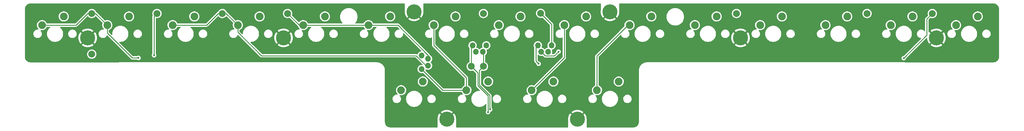
<source format=gtl>
G04 #@! TF.GenerationSoftware,KiCad,Pcbnew,(6.0.10-0)*
G04 #@! TF.CreationDate,2023-02-22T14:57:57+09:00*
G04 #@! TF.ProjectId,Sandy_Top,53616e64-795f-4546-9f70-2e6b69636164,v.0*
G04 #@! TF.SameCoordinates,Original*
G04 #@! TF.FileFunction,Copper,L1,Top*
G04 #@! TF.FilePolarity,Positive*
%FSLAX46Y46*%
G04 Gerber Fmt 4.6, Leading zero omitted, Abs format (unit mm)*
G04 Created by KiCad (PCBNEW (6.0.10-0)) date 2023-02-22 14:57:57*
%MOMM*%
%LPD*%
G01*
G04 APERTURE LIST*
G04 #@! TA.AperFunction,ComponentPad*
%ADD10C,2.250000*%
G04 #@! TD*
G04 #@! TA.AperFunction,ComponentPad*
%ADD11C,2.000000*%
G04 #@! TD*
G04 #@! TA.AperFunction,ComponentPad*
%ADD12C,4.400000*%
G04 #@! TD*
G04 #@! TA.AperFunction,ComponentPad*
%ADD13O,1.700000X1.700000*%
G04 #@! TD*
G04 #@! TA.AperFunction,ViaPad*
%ADD14C,0.600000*%
G04 #@! TD*
G04 #@! TA.AperFunction,Conductor*
%ADD15C,0.254000*%
G04 #@! TD*
G04 APERTURE END LIST*
D10*
X163695310Y-43513405D03*
X170045310Y-40973405D03*
X77970310Y-24463405D03*
X84320310Y-21923405D03*
X125595310Y-43513405D03*
X131945310Y-40973405D03*
X192270310Y-24463405D03*
X198620310Y-21923405D03*
X58920310Y-24463405D03*
X65270310Y-21923405D03*
X154098435Y-24463405D03*
X160448435Y-21923405D03*
X230370310Y-24463405D03*
X236720310Y-21923405D03*
X116070310Y-24463405D03*
X122420310Y-21923405D03*
X211320310Y-24463405D03*
X217670310Y-21923405D03*
X144645310Y-43513405D03*
X150995310Y-40973405D03*
X249420310Y-24463405D03*
X255770310Y-21923405D03*
X268470310Y-24463405D03*
X274820310Y-21923405D03*
X20820310Y-24463405D03*
X27170310Y-21923405D03*
X182745310Y-43513405D03*
X189095310Y-40973405D03*
X287520310Y-24463405D03*
X293870310Y-21923405D03*
X135120310Y-24463405D03*
X141470310Y-21923405D03*
X39870310Y-24463405D03*
X46220310Y-21923405D03*
X97020310Y-24463405D03*
X103370310Y-21923405D03*
X173220310Y-24463405D03*
X179570310Y-21923405D03*
D11*
X261564685Y-21050280D03*
D12*
X224655310Y-28194030D03*
D13*
X169505310Y-30375280D03*
X168505310Y-32275280D03*
X166505310Y-32275280D03*
X165505310Y-30375280D03*
D11*
X35345935Y-32956530D03*
X35345935Y-21050280D03*
X149645935Y-21050280D03*
X73445935Y-21059655D03*
X166314685Y-21003405D03*
D12*
X34155310Y-28194030D03*
D11*
X149645935Y-36528405D03*
D12*
X186555310Y-20561655D03*
D11*
X223464685Y-21050280D03*
D12*
X177030310Y-52006530D03*
X91305310Y-28194030D03*
X138930310Y-52006530D03*
X129405310Y-20561655D03*
D13*
X131586560Y-33337780D03*
X133486560Y-34337780D03*
X133486560Y-36337780D03*
X131586560Y-37337780D03*
D12*
X281805310Y-28194030D03*
D11*
X280614685Y-21050280D03*
X92495935Y-21050280D03*
X146074060Y-36528405D03*
X54395935Y-21050280D03*
D13*
X150455310Y-30375280D03*
X149455310Y-32275280D03*
X147455310Y-32275280D03*
X146455310Y-30375280D03*
D14*
X53524060Y-33275280D03*
X150963560Y-49926905D03*
X151593260Y-49132294D03*
X48958385Y-34059480D03*
X171545498Y-32234218D03*
X165727310Y-35766405D03*
X272280310Y-34115405D03*
X122261560Y-36528405D03*
X193667310Y-44910405D03*
X27043310Y-25511155D03*
X299331310Y-34496405D03*
X16629310Y-34496405D03*
X157980310Y-53197155D03*
X170807310Y-25098405D03*
X139565310Y-21447155D03*
X187571310Y-30083155D03*
X239641310Y-30591155D03*
X173458435Y-53197155D03*
X182237310Y-29321155D03*
X135247310Y-32464405D03*
X243705310Y-35004405D03*
X157980310Y-48371155D03*
X53205310Y-18669030D03*
X127373310Y-35004405D03*
X137787310Y-46085155D03*
X162425310Y-21193155D03*
X175887310Y-45672405D03*
X205859310Y-30591155D03*
X142502185Y-53197155D03*
X281805310Y-35004405D03*
X243705310Y-19859655D03*
X281805310Y-18669030D03*
X224655310Y-18669030D03*
X157345310Y-22717155D03*
X110355310Y-18669030D03*
X299331310Y-19002405D03*
X36536560Y-23431530D03*
X222623310Y-30591155D03*
X126103310Y-18669030D03*
X67492810Y-23431530D03*
X16629310Y-19002405D03*
X143375310Y-21447155D03*
X262755310Y-18669030D03*
X151249310Y-27543155D03*
X174109310Y-26527155D03*
X91305310Y-35004405D03*
X268851310Y-31353155D03*
X243197310Y-31353155D03*
X205605310Y-35004405D03*
X135358435Y-53197155D03*
X172077310Y-48371155D03*
X72255310Y-35004405D03*
X132707310Y-18669030D03*
X150995310Y-34750405D03*
X167505310Y-18669030D03*
X144899310Y-48371155D03*
X193699060Y-36528405D03*
X224655310Y-35004405D03*
X183507310Y-18669030D03*
X74636560Y-23431530D03*
X34155310Y-18669030D03*
X180602185Y-53197155D03*
X175125310Y-35004405D03*
X129405310Y-38052405D03*
X163695310Y-29321155D03*
X155313310Y-21955155D03*
X193699060Y-53197155D03*
X143121310Y-42275155D03*
X291965310Y-31353155D03*
X146169310Y-39735155D03*
X110355310Y-35004405D03*
X205605310Y-18669030D03*
X262755310Y-35004405D03*
X34155310Y-35004405D03*
X140581310Y-32464405D03*
X135247310Y-39322405D03*
X122293310Y-44910405D03*
X226687310Y-30591155D03*
X73445935Y-18669030D03*
X236339310Y-30591155D03*
X53205310Y-35004405D03*
X161917310Y-33988405D03*
X122261560Y-53197155D03*
X148455310Y-18669030D03*
X189603310Y-18669030D03*
X91305310Y-18669030D03*
D15*
X53524060Y-21922155D02*
X53524060Y-33275280D01*
X54395935Y-21050280D02*
X53524060Y-21922155D01*
X146455310Y-30375280D02*
X146074060Y-30756530D01*
X147998609Y-42210326D02*
X150963560Y-45175277D01*
X147998609Y-38452954D02*
X147998609Y-42210326D01*
X146074060Y-30756530D02*
X146074060Y-36528405D01*
X146074060Y-36528405D02*
X147998609Y-38452954D01*
X150963560Y-45175277D02*
X150963560Y-49926905D01*
X149645935Y-36528405D02*
X148455310Y-37719030D01*
X149455310Y-32275280D02*
X149645935Y-32465905D01*
X148455310Y-37719030D02*
X148455310Y-42021155D01*
X151503310Y-45069155D02*
X151503310Y-49042344D01*
X148455310Y-42021155D02*
X151503310Y-45069155D01*
X149645935Y-32465905D02*
X149645935Y-36528405D01*
X151503310Y-49042344D02*
X151593260Y-49132294D01*
X20820310Y-24463405D02*
X30751560Y-24463405D01*
X36457185Y-21050280D02*
X39870310Y-24463405D01*
X47180385Y-34059480D02*
X48958385Y-34059480D01*
X30751560Y-24463405D02*
X34164685Y-21050280D01*
X34164685Y-21050280D02*
X35345935Y-21050280D01*
X35345935Y-21050280D02*
X36457185Y-21050280D01*
X39870310Y-24463405D02*
X39870310Y-26749405D01*
X39870310Y-26749405D02*
X47180385Y-34059480D01*
X73445935Y-21059655D02*
X74566560Y-21059655D01*
X68851560Y-24463405D02*
X72255310Y-21059655D01*
X72255310Y-21059655D02*
X73445935Y-21059655D01*
X77970310Y-26546366D02*
X77970310Y-24463405D01*
X132917505Y-36337780D02*
X129996630Y-33416905D01*
X84840849Y-33416905D02*
X77970310Y-26546366D01*
X129996630Y-33416905D02*
X84840849Y-33416905D01*
X74566560Y-21059655D02*
X77970310Y-24463405D01*
X133486560Y-36337780D02*
X132917505Y-36337780D01*
X58920310Y-24463405D02*
X68851560Y-24463405D01*
X133486560Y-33243655D02*
X133486560Y-34337780D01*
X95909060Y-24463405D02*
X92495935Y-21050280D01*
X116070310Y-24463405D02*
X97020310Y-24463405D01*
X116070310Y-24463405D02*
X124706310Y-24463405D01*
X124706310Y-24463405D02*
X133486560Y-33243655D01*
X97020310Y-24463405D02*
X95909060Y-24463405D01*
X144645310Y-43513405D02*
X137762185Y-43513405D01*
X163695310Y-43513405D02*
X173220310Y-33988405D01*
X137762185Y-43513405D02*
X131586560Y-37337780D01*
X135120310Y-30337155D02*
X144645310Y-39862155D01*
X144645310Y-39862155D02*
X144645310Y-43513405D01*
X135120310Y-24463405D02*
X135120310Y-30337155D01*
X173220310Y-33988405D02*
X173220310Y-24463405D01*
X169505310Y-24194030D02*
X166314685Y-21003405D01*
X169505310Y-30375280D02*
X169505310Y-24194030D01*
X191769713Y-24463405D02*
X189748309Y-26484809D01*
X182745310Y-33512155D02*
X182745310Y-43513405D01*
X192270310Y-24463405D02*
X191769713Y-24463405D01*
X189748309Y-26484809D02*
X189748309Y-26509156D01*
X189748309Y-26509156D02*
X182745310Y-33512155D01*
X166505310Y-32275280D02*
X167685510Y-33455480D01*
X170324236Y-33455480D02*
X171545498Y-32234218D01*
X167685510Y-33455480D02*
X170324236Y-33455480D01*
X164965310Y-30915280D02*
X164965310Y-35004405D01*
X279011310Y-27384405D02*
X272280310Y-34115405D01*
X164965310Y-35004405D02*
X165727310Y-35766405D01*
X280614685Y-21050280D02*
X279011310Y-22653655D01*
X279011310Y-22653655D02*
X279011310Y-27384405D01*
X165505310Y-30375280D02*
X164965310Y-30915280D01*
G04 #@! TA.AperFunction,Conductor*
G36*
X126628431Y-18154467D02*
G01*
X126674924Y-18208123D01*
X126686310Y-18260465D01*
X126686310Y-20561655D01*
X126691018Y-20561655D01*
X126695134Y-20585972D01*
X126708555Y-20855569D01*
X126709386Y-20863098D01*
X126763395Y-21177414D01*
X126765128Y-21184801D01*
X126856506Y-21490350D01*
X126859109Y-21497463D01*
X126986537Y-21789828D01*
X126989979Y-21796584D01*
X127151606Y-22071520D01*
X127155829Y-22077805D01*
X127306773Y-22275589D01*
X127318299Y-22284051D01*
X127330364Y-22277390D01*
X129009195Y-20598560D01*
X129071507Y-20564534D01*
X129098290Y-20561655D01*
X129712330Y-20561655D01*
X129780451Y-20581657D01*
X129801425Y-20598560D01*
X131478595Y-22275729D01*
X131491718Y-22282895D01*
X131502019Y-22275506D01*
X131606061Y-22147710D01*
X131610474Y-22141569D01*
X131771036Y-21887094D01*
X139984578Y-21887094D01*
X139984875Y-21892247D01*
X139984875Y-21892250D01*
X139992385Y-22022497D01*
X139998597Y-22130241D01*
X139999734Y-22135287D01*
X139999735Y-22135293D01*
X140021249Y-22230757D01*
X140052141Y-22367832D01*
X140054083Y-22372614D01*
X140054084Y-22372618D01*
X140141826Y-22588701D01*
X140143770Y-22593488D01*
X140271025Y-22801149D01*
X140430487Y-22985237D01*
X140434462Y-22988537D01*
X140434465Y-22988540D01*
X140497166Y-23040595D01*
X140617874Y-23140809D01*
X140828155Y-23263687D01*
X140832975Y-23265527D01*
X140832980Y-23265530D01*
X140953520Y-23311559D01*
X141055680Y-23350570D01*
X141060748Y-23351601D01*
X141060751Y-23351602D01*
X141167311Y-23373282D01*
X141294341Y-23399127D01*
X141299514Y-23399317D01*
X141299517Y-23399317D01*
X141532563Y-23407862D01*
X141532567Y-23407862D01*
X141537727Y-23408051D01*
X141542847Y-23407395D01*
X141542849Y-23407395D01*
X141619769Y-23397541D01*
X141779303Y-23377104D01*
X141784252Y-23375619D01*
X141784258Y-23375618D01*
X142007638Y-23308601D01*
X142012581Y-23307118D01*
X142110558Y-23259120D01*
X142220896Y-23205066D01*
X142231296Y-23199971D01*
X142318871Y-23137504D01*
X142425362Y-23061545D01*
X142425367Y-23061541D01*
X142429574Y-23058540D01*
X142602090Y-22886625D01*
X142732723Y-22704830D01*
X142741193Y-22693042D01*
X142744211Y-22688842D01*
X142749618Y-22677903D01*
X142820249Y-22534990D01*
X142852121Y-22470503D01*
X142873412Y-22400426D01*
X142921418Y-22242423D01*
X142921419Y-22242417D01*
X142922922Y-22237471D01*
X142949555Y-22035175D01*
X142954275Y-21999325D01*
X142954275Y-21999321D01*
X142954712Y-21996004D01*
X142955337Y-21970447D01*
X142956404Y-21926770D01*
X142956404Y-21926766D01*
X142956486Y-21923405D01*
X142936530Y-21680674D01*
X142877197Y-21444461D01*
X142820363Y-21313752D01*
X142782142Y-21225848D01*
X142782140Y-21225845D01*
X142780082Y-21221111D01*
X142671743Y-21053644D01*
X142650600Y-21020962D01*
X142650598Y-21020959D01*
X142648059Y-21017034D01*
X148285593Y-21017034D01*
X148285890Y-21022186D01*
X148285890Y-21022190D01*
X148289336Y-21081951D01*
X148298430Y-21239660D01*
X148299565Y-21244697D01*
X148299566Y-21244703D01*
X148343515Y-21439722D01*
X148347454Y-21457199D01*
X148431351Y-21663811D01*
X148547865Y-21853945D01*
X148551245Y-21857847D01*
X148690485Y-22018590D01*
X148690489Y-22018594D01*
X148693870Y-22022497D01*
X148697845Y-22025798D01*
X148697848Y-22025800D01*
X148752918Y-22071520D01*
X148865442Y-22164940D01*
X149057975Y-22277447D01*
X149062800Y-22279289D01*
X149062801Y-22279290D01*
X149087006Y-22288533D01*
X149266298Y-22356998D01*
X149271364Y-22358029D01*
X149271365Y-22358029D01*
X149303309Y-22364528D01*
X149484817Y-22401456D01*
X149610808Y-22406076D01*
X149702499Y-22409438D01*
X149702503Y-22409438D01*
X149707663Y-22409627D01*
X149712783Y-22408971D01*
X149712785Y-22408971D01*
X149782654Y-22400020D01*
X149928850Y-22381292D01*
X149933798Y-22379807D01*
X149933805Y-22379806D01*
X150137497Y-22318695D01*
X150142440Y-22317212D01*
X150150367Y-22313329D01*
X150295104Y-22242423D01*
X150342696Y-22219108D01*
X150401835Y-22176925D01*
X150520037Y-22092612D01*
X150524240Y-22089614D01*
X150536091Y-22077805D01*
X150678536Y-21935856D01*
X150682197Y-21932208D01*
X150685217Y-21928006D01*
X150714615Y-21887094D01*
X158962703Y-21887094D01*
X158963000Y-21892247D01*
X158963000Y-21892250D01*
X158970510Y-22022497D01*
X158976722Y-22130241D01*
X158977859Y-22135287D01*
X158977860Y-22135293D01*
X158999374Y-22230757D01*
X159030266Y-22367832D01*
X159032208Y-22372614D01*
X159032209Y-22372618D01*
X159119951Y-22588701D01*
X159121895Y-22593488D01*
X159249150Y-22801149D01*
X159408612Y-22985237D01*
X159412587Y-22988537D01*
X159412590Y-22988540D01*
X159475291Y-23040595D01*
X159595999Y-23140809D01*
X159806280Y-23263687D01*
X159811100Y-23265527D01*
X159811105Y-23265530D01*
X159931645Y-23311559D01*
X160033805Y-23350570D01*
X160038873Y-23351601D01*
X160038876Y-23351602D01*
X160145436Y-23373282D01*
X160272466Y-23399127D01*
X160277639Y-23399317D01*
X160277642Y-23399317D01*
X160510688Y-23407862D01*
X160510692Y-23407862D01*
X160515852Y-23408051D01*
X160520972Y-23407395D01*
X160520974Y-23407395D01*
X160597894Y-23397541D01*
X160757428Y-23377104D01*
X160762377Y-23375619D01*
X160762383Y-23375618D01*
X160985763Y-23308601D01*
X160990706Y-23307118D01*
X161088683Y-23259120D01*
X161199021Y-23205066D01*
X161209421Y-23199971D01*
X161296996Y-23137504D01*
X161403487Y-23061545D01*
X161403492Y-23061541D01*
X161407699Y-23058540D01*
X161580215Y-22886625D01*
X161710848Y-22704830D01*
X161719318Y-22693042D01*
X161722336Y-22688842D01*
X161727743Y-22677903D01*
X161798374Y-22534990D01*
X161830246Y-22470503D01*
X161851537Y-22400426D01*
X161899543Y-22242423D01*
X161899544Y-22242417D01*
X161901047Y-22237471D01*
X161927680Y-22035175D01*
X161932400Y-21999325D01*
X161932400Y-21999321D01*
X161932837Y-21996004D01*
X161933462Y-21970447D01*
X161934529Y-21926770D01*
X161934529Y-21926766D01*
X161934611Y-21923405D01*
X161914655Y-21680674D01*
X161855322Y-21444461D01*
X161798488Y-21313752D01*
X161760267Y-21225848D01*
X161760265Y-21225845D01*
X161758207Y-21221111D01*
X161649868Y-21053644D01*
X161628725Y-21020962D01*
X161628723Y-21020959D01*
X161625917Y-21016622D01*
X161462005Y-20836485D01*
X161457954Y-20833286D01*
X161457950Y-20833282D01*
X161274927Y-20688739D01*
X161274923Y-20688737D01*
X161270872Y-20685537D01*
X161256616Y-20677667D01*
X161182268Y-20636625D01*
X161057653Y-20567834D01*
X161052784Y-20566110D01*
X161052780Y-20566108D01*
X160832947Y-20488261D01*
X160832943Y-20488260D01*
X160828072Y-20486535D01*
X160822979Y-20485628D01*
X160822976Y-20485627D01*
X160721006Y-20467464D01*
X160588297Y-20443825D01*
X160496729Y-20442706D01*
X160349935Y-20440912D01*
X160349933Y-20440912D01*
X160344765Y-20440849D01*
X160104017Y-20477689D01*
X159872519Y-20553354D01*
X159867931Y-20555742D01*
X159867927Y-20555744D01*
X159672139Y-20657665D01*
X159656487Y-20665813D01*
X159652354Y-20668916D01*
X159652351Y-20668918D01*
X159480289Y-20798106D01*
X159461724Y-20812045D01*
X159412937Y-20863098D01*
X159305700Y-20975315D01*
X159293459Y-20988124D01*
X159156213Y-21189320D01*
X159154039Y-21194004D01*
X159154037Y-21194007D01*
X159055846Y-21405540D01*
X159055844Y-21405545D01*
X159053669Y-21410231D01*
X158988583Y-21644923D01*
X158988034Y-21650057D01*
X158988034Y-21650059D01*
X158986245Y-21666804D01*
X158962703Y-21887094D01*
X150714615Y-21887094D01*
X150725574Y-21871842D01*
X150812324Y-21751117D01*
X150818325Y-21738976D01*
X150908832Y-21555847D01*
X150908833Y-21555845D01*
X150911126Y-21551205D01*
X150929615Y-21490350D01*
X150974448Y-21342792D01*
X150974449Y-21342786D01*
X150975952Y-21337840D01*
X150988877Y-21239660D01*
X151004621Y-21120074D01*
X151004621Y-21120068D01*
X151005058Y-21116752D01*
X151006683Y-21050280D01*
X150996481Y-20926194D01*
X150988835Y-20833186D01*
X150988834Y-20833180D01*
X150988411Y-20828035D01*
X150951472Y-20680975D01*
X150935345Y-20616769D01*
X150935344Y-20616765D01*
X150934086Y-20611758D01*
X150932029Y-20607028D01*
X150932027Y-20607021D01*
X150847227Y-20411994D01*
X150847225Y-20411991D01*
X150845167Y-20407257D01*
X150753770Y-20265978D01*
X150726852Y-20224369D01*
X150726850Y-20224366D01*
X150724042Y-20220026D01*
X150712716Y-20207578D01*
X150577441Y-20058914D01*
X150577439Y-20058913D01*
X150573963Y-20055092D01*
X150569912Y-20051893D01*
X150569908Y-20051889D01*
X150403019Y-19920089D01*
X150398961Y-19916884D01*
X150303166Y-19864002D01*
X150208268Y-19811615D01*
X150208265Y-19811614D01*
X150203737Y-19809114D01*
X150062041Y-19758937D01*
X149998404Y-19736402D01*
X149998401Y-19736401D01*
X149993532Y-19734677D01*
X149988443Y-19733770D01*
X149988441Y-19733770D01*
X149779082Y-19696477D01*
X149779076Y-19696476D01*
X149773993Y-19695571D01*
X149701692Y-19694688D01*
X149556184Y-19692910D01*
X149556182Y-19692910D01*
X149551014Y-19692847D01*
X149330585Y-19726577D01*
X149118624Y-19795857D01*
X148920825Y-19898824D01*
X148916687Y-19901931D01*
X148770037Y-20012039D01*
X148742499Y-20032715D01*
X148588435Y-20193934D01*
X148462772Y-20378150D01*
X148460598Y-20382834D01*
X148460596Y-20382837D01*
X148372830Y-20571911D01*
X148368882Y-20580416D01*
X148340422Y-20683040D01*
X148313212Y-20781160D01*
X148309290Y-20795301D01*
X148308742Y-20800429D01*
X148308741Y-20800434D01*
X148287050Y-21003405D01*
X148285593Y-21017034D01*
X142648059Y-21017034D01*
X142647792Y-21016622D01*
X142483880Y-20836485D01*
X142479829Y-20833286D01*
X142479825Y-20833282D01*
X142296802Y-20688739D01*
X142296798Y-20688737D01*
X142292747Y-20685537D01*
X142278491Y-20677667D01*
X142204143Y-20636625D01*
X142079528Y-20567834D01*
X142074659Y-20566110D01*
X142074655Y-20566108D01*
X141854822Y-20488261D01*
X141854818Y-20488260D01*
X141849947Y-20486535D01*
X141844854Y-20485628D01*
X141844851Y-20485627D01*
X141742881Y-20467464D01*
X141610172Y-20443825D01*
X141518604Y-20442706D01*
X141371810Y-20440912D01*
X141371808Y-20440912D01*
X141366640Y-20440849D01*
X141125892Y-20477689D01*
X140894394Y-20553354D01*
X140889806Y-20555742D01*
X140889802Y-20555744D01*
X140694014Y-20657665D01*
X140678362Y-20665813D01*
X140674229Y-20668916D01*
X140674226Y-20668918D01*
X140502164Y-20798106D01*
X140483599Y-20812045D01*
X140434812Y-20863098D01*
X140327575Y-20975315D01*
X140315334Y-20988124D01*
X140178088Y-21189320D01*
X140175914Y-21194004D01*
X140175912Y-21194007D01*
X140077721Y-21405540D01*
X140077719Y-21405545D01*
X140075544Y-21410231D01*
X140010458Y-21644923D01*
X140009909Y-21650057D01*
X140009909Y-21650059D01*
X140008120Y-21666804D01*
X139984578Y-21887094D01*
X131771036Y-21887094D01*
X131780659Y-21871842D01*
X131784315Y-21865191D01*
X131920854Y-21576990D01*
X131923685Y-21569950D01*
X132024616Y-21267422D01*
X132026580Y-21260088D01*
X132090432Y-20947644D01*
X132091504Y-20940120D01*
X132117483Y-20620706D01*
X132117688Y-20616231D01*
X132118237Y-20563876D01*
X132118127Y-20559444D01*
X132111738Y-20453472D01*
X132111510Y-20445890D01*
X132111510Y-18260465D01*
X132131512Y-18192344D01*
X132185168Y-18145851D01*
X132237510Y-18134465D01*
X183762310Y-18134465D01*
X183830431Y-18154467D01*
X183876924Y-18208123D01*
X183888310Y-18260465D01*
X183888310Y-20077931D01*
X183886016Y-20101865D01*
X183866289Y-20203825D01*
X183865302Y-20211325D01*
X183842777Y-20529457D01*
X183842698Y-20537038D01*
X183858555Y-20855569D01*
X183859386Y-20863098D01*
X183913395Y-21177414D01*
X183915128Y-21184801D01*
X184006506Y-21490350D01*
X184009109Y-21497463D01*
X184136537Y-21789828D01*
X184139979Y-21796584D01*
X184301606Y-22071520D01*
X184305829Y-22077805D01*
X184456773Y-22275589D01*
X184468299Y-22284051D01*
X184480364Y-22277390D01*
X186159195Y-20598560D01*
X186221507Y-20564534D01*
X186248290Y-20561655D01*
X186862330Y-20561655D01*
X186930451Y-20581657D01*
X186951425Y-20598560D01*
X188628595Y-22275729D01*
X188641718Y-22282895D01*
X188652019Y-22275506D01*
X188756061Y-22147710D01*
X188760474Y-22141569D01*
X188921036Y-21887094D01*
X197134578Y-21887094D01*
X197134875Y-21892247D01*
X197134875Y-21892250D01*
X197142385Y-22022497D01*
X197148597Y-22130241D01*
X197149734Y-22135287D01*
X197149735Y-22135293D01*
X197171249Y-22230757D01*
X197202141Y-22367832D01*
X197204083Y-22372614D01*
X197204084Y-22372618D01*
X197291826Y-22588701D01*
X197293770Y-22593488D01*
X197421025Y-22801149D01*
X197580487Y-22985237D01*
X197584462Y-22988537D01*
X197584465Y-22988540D01*
X197647166Y-23040595D01*
X197767874Y-23140809D01*
X197978155Y-23263687D01*
X197982975Y-23265527D01*
X197982980Y-23265530D01*
X198103520Y-23311559D01*
X198205680Y-23350570D01*
X198210748Y-23351601D01*
X198210751Y-23351602D01*
X198317311Y-23373282D01*
X198444341Y-23399127D01*
X198449514Y-23399317D01*
X198449517Y-23399317D01*
X198682563Y-23407862D01*
X198682567Y-23407862D01*
X198687727Y-23408051D01*
X198692847Y-23407395D01*
X198692849Y-23407395D01*
X198769769Y-23397541D01*
X198929303Y-23377104D01*
X198934252Y-23375619D01*
X198934258Y-23375618D01*
X199157638Y-23308601D01*
X199162581Y-23307118D01*
X199260558Y-23259120D01*
X199370896Y-23205066D01*
X199381296Y-23199971D01*
X199468871Y-23137504D01*
X199575362Y-23061545D01*
X199575367Y-23061541D01*
X199579574Y-23058540D01*
X199752090Y-22886625D01*
X199882723Y-22704830D01*
X199891193Y-22693042D01*
X199894211Y-22688842D01*
X199899618Y-22677903D01*
X199970249Y-22534990D01*
X200002121Y-22470503D01*
X200023412Y-22400426D01*
X200071418Y-22242423D01*
X200071419Y-22242417D01*
X200072922Y-22237471D01*
X200099555Y-22035175D01*
X200100452Y-22028365D01*
X203044156Y-22028365D01*
X203064351Y-22349363D01*
X203124619Y-22665298D01*
X203224009Y-22971189D01*
X203225696Y-22974774D01*
X203225698Y-22974779D01*
X203359266Y-23258624D01*
X203359270Y-23258631D01*
X203360954Y-23262210D01*
X203533293Y-23533774D01*
X203738309Y-23781596D01*
X203775203Y-23816242D01*
X203917888Y-23950231D01*
X203972769Y-24001768D01*
X203975971Y-24004095D01*
X203975973Y-24004096D01*
X204054866Y-24061415D01*
X204232975Y-24190819D01*
X204236444Y-24192726D01*
X204236447Y-24192728D01*
X204511362Y-24343863D01*
X204514824Y-24345766D01*
X204543784Y-24357232D01*
X204810187Y-24462709D01*
X204810190Y-24462710D01*
X204813870Y-24464167D01*
X204817704Y-24465151D01*
X204817712Y-24465154D01*
X205010727Y-24514711D01*
X205125398Y-24544154D01*
X205129326Y-24544650D01*
X205129330Y-24544651D01*
X205255909Y-24560641D01*
X205444494Y-24584465D01*
X205766126Y-24584465D01*
X205954711Y-24560641D01*
X206081290Y-24544651D01*
X206081294Y-24544650D01*
X206085222Y-24544154D01*
X206199893Y-24514711D01*
X206392908Y-24465154D01*
X206392916Y-24465151D01*
X206396750Y-24464167D01*
X206400430Y-24462710D01*
X206400433Y-24462709D01*
X206666836Y-24357232D01*
X206695796Y-24345766D01*
X206699258Y-24343863D01*
X206974173Y-24192728D01*
X206974176Y-24192726D01*
X206977645Y-24190819D01*
X207155754Y-24061415D01*
X207234647Y-24004096D01*
X207234649Y-24004095D01*
X207237851Y-24001768D01*
X207292733Y-23950231D01*
X207435417Y-23816242D01*
X207472311Y-23781596D01*
X207677327Y-23533774D01*
X207849666Y-23262210D01*
X207851350Y-23258631D01*
X207851354Y-23258624D01*
X207984922Y-22974779D01*
X207984924Y-22974774D01*
X207986611Y-22971189D01*
X208086001Y-22665298D01*
X208146269Y-22349363D01*
X208166464Y-22028365D01*
X208157576Y-21887094D01*
X216184578Y-21887094D01*
X216184875Y-21892247D01*
X216184875Y-21892250D01*
X216192385Y-22022497D01*
X216198597Y-22130241D01*
X216199734Y-22135287D01*
X216199735Y-22135293D01*
X216221249Y-22230757D01*
X216252141Y-22367832D01*
X216254083Y-22372614D01*
X216254084Y-22372618D01*
X216341826Y-22588701D01*
X216343770Y-22593488D01*
X216471025Y-22801149D01*
X216630487Y-22985237D01*
X216634462Y-22988537D01*
X216634465Y-22988540D01*
X216697166Y-23040595D01*
X216817874Y-23140809D01*
X217028155Y-23263687D01*
X217032975Y-23265527D01*
X217032980Y-23265530D01*
X217153520Y-23311559D01*
X217255680Y-23350570D01*
X217260748Y-23351601D01*
X217260751Y-23351602D01*
X217367311Y-23373282D01*
X217494341Y-23399127D01*
X217499514Y-23399317D01*
X217499517Y-23399317D01*
X217732563Y-23407862D01*
X217732567Y-23407862D01*
X217737727Y-23408051D01*
X217742847Y-23407395D01*
X217742849Y-23407395D01*
X217819769Y-23397541D01*
X217979303Y-23377104D01*
X217984252Y-23375619D01*
X217984258Y-23375618D01*
X218207638Y-23308601D01*
X218212581Y-23307118D01*
X218310558Y-23259120D01*
X218420896Y-23205066D01*
X218431296Y-23199971D01*
X218518871Y-23137504D01*
X218625362Y-23061545D01*
X218625367Y-23061541D01*
X218629574Y-23058540D01*
X218802090Y-22886625D01*
X218932723Y-22704830D01*
X218941193Y-22693042D01*
X218944211Y-22688842D01*
X218949618Y-22677903D01*
X219020249Y-22534990D01*
X219052121Y-22470503D01*
X219073412Y-22400426D01*
X219121418Y-22242423D01*
X219121419Y-22242417D01*
X219122922Y-22237471D01*
X219149555Y-22035175D01*
X219154275Y-21999325D01*
X219154275Y-21999321D01*
X219154712Y-21996004D01*
X219155337Y-21970447D01*
X219156404Y-21926770D01*
X219156404Y-21926766D01*
X219156486Y-21923405D01*
X219136530Y-21680674D01*
X219077197Y-21444461D01*
X219020363Y-21313752D01*
X218982142Y-21225848D01*
X218982140Y-21225845D01*
X218980082Y-21221111D01*
X218871743Y-21053644D01*
X218850600Y-21020962D01*
X218850598Y-21020959D01*
X218848059Y-21017034D01*
X222104343Y-21017034D01*
X222104640Y-21022186D01*
X222104640Y-21022190D01*
X222108086Y-21081951D01*
X222117180Y-21239660D01*
X222118315Y-21244697D01*
X222118316Y-21244703D01*
X222162265Y-21439722D01*
X222166204Y-21457199D01*
X222250101Y-21663811D01*
X222366615Y-21853945D01*
X222369995Y-21857847D01*
X222509235Y-22018590D01*
X222509239Y-22018594D01*
X222512620Y-22022497D01*
X222516595Y-22025798D01*
X222516598Y-22025800D01*
X222571668Y-22071520D01*
X222684192Y-22164940D01*
X222876725Y-22277447D01*
X222881550Y-22279289D01*
X222881551Y-22279290D01*
X222905756Y-22288533D01*
X223085048Y-22356998D01*
X223090114Y-22358029D01*
X223090115Y-22358029D01*
X223122059Y-22364528D01*
X223303567Y-22401456D01*
X223429558Y-22406076D01*
X223521249Y-22409438D01*
X223521253Y-22409438D01*
X223526413Y-22409627D01*
X223531533Y-22408971D01*
X223531535Y-22408971D01*
X223601404Y-22400020D01*
X223747600Y-22381292D01*
X223752548Y-22379807D01*
X223752555Y-22379806D01*
X223956247Y-22318695D01*
X223961190Y-22317212D01*
X223969117Y-22313329D01*
X224113854Y-22242423D01*
X224161446Y-22219108D01*
X224220585Y-22176925D01*
X224338787Y-22092612D01*
X224342990Y-22089614D01*
X224354841Y-22077805D01*
X224497286Y-21935856D01*
X224500947Y-21932208D01*
X224503967Y-21928006D01*
X224533365Y-21887094D01*
X235234578Y-21887094D01*
X235234875Y-21892247D01*
X235234875Y-21892250D01*
X235242385Y-22022497D01*
X235248597Y-22130241D01*
X235249734Y-22135287D01*
X235249735Y-22135293D01*
X235271249Y-22230757D01*
X235302141Y-22367832D01*
X235304083Y-22372614D01*
X235304084Y-22372618D01*
X235391826Y-22588701D01*
X235393770Y-22593488D01*
X235521025Y-22801149D01*
X235680487Y-22985237D01*
X235684462Y-22988537D01*
X235684465Y-22988540D01*
X235747166Y-23040595D01*
X235867874Y-23140809D01*
X236078155Y-23263687D01*
X236082975Y-23265527D01*
X236082980Y-23265530D01*
X236203520Y-23311559D01*
X236305680Y-23350570D01*
X236310748Y-23351601D01*
X236310751Y-23351602D01*
X236417311Y-23373282D01*
X236544341Y-23399127D01*
X236549514Y-23399317D01*
X236549517Y-23399317D01*
X236782563Y-23407862D01*
X236782567Y-23407862D01*
X236787727Y-23408051D01*
X236792847Y-23407395D01*
X236792849Y-23407395D01*
X236869769Y-23397541D01*
X237029303Y-23377104D01*
X237034252Y-23375619D01*
X237034258Y-23375618D01*
X237257638Y-23308601D01*
X237262581Y-23307118D01*
X237360558Y-23259120D01*
X237470896Y-23205066D01*
X237481296Y-23199971D01*
X237568871Y-23137504D01*
X237675362Y-23061545D01*
X237675367Y-23061541D01*
X237679574Y-23058540D01*
X237852090Y-22886625D01*
X237982723Y-22704830D01*
X237991193Y-22693042D01*
X237994211Y-22688842D01*
X237999618Y-22677903D01*
X238070249Y-22534990D01*
X238102121Y-22470503D01*
X238123412Y-22400426D01*
X238171418Y-22242423D01*
X238171419Y-22242417D01*
X238172922Y-22237471D01*
X238199555Y-22035175D01*
X238204275Y-21999325D01*
X238204275Y-21999321D01*
X238204712Y-21996004D01*
X238205337Y-21970447D01*
X238206404Y-21926770D01*
X238206404Y-21926766D01*
X238206486Y-21923405D01*
X238203501Y-21887094D01*
X254284578Y-21887094D01*
X254284875Y-21892247D01*
X254284875Y-21892250D01*
X254292385Y-22022497D01*
X254298597Y-22130241D01*
X254299734Y-22135287D01*
X254299735Y-22135293D01*
X254321249Y-22230757D01*
X254352141Y-22367832D01*
X254354083Y-22372614D01*
X254354084Y-22372618D01*
X254441826Y-22588701D01*
X254443770Y-22593488D01*
X254571025Y-22801149D01*
X254730487Y-22985237D01*
X254734462Y-22988537D01*
X254734465Y-22988540D01*
X254797166Y-23040595D01*
X254917874Y-23140809D01*
X255128155Y-23263687D01*
X255132975Y-23265527D01*
X255132980Y-23265530D01*
X255253520Y-23311559D01*
X255355680Y-23350570D01*
X255360748Y-23351601D01*
X255360751Y-23351602D01*
X255467311Y-23373282D01*
X255594341Y-23399127D01*
X255599514Y-23399317D01*
X255599517Y-23399317D01*
X255832563Y-23407862D01*
X255832567Y-23407862D01*
X255837727Y-23408051D01*
X255842847Y-23407395D01*
X255842849Y-23407395D01*
X255919769Y-23397541D01*
X256079303Y-23377104D01*
X256084252Y-23375619D01*
X256084258Y-23375618D01*
X256307638Y-23308601D01*
X256312581Y-23307118D01*
X256410558Y-23259120D01*
X256520896Y-23205066D01*
X256531296Y-23199971D01*
X256618871Y-23137504D01*
X256725362Y-23061545D01*
X256725367Y-23061541D01*
X256729574Y-23058540D01*
X256902090Y-22886625D01*
X257032723Y-22704830D01*
X257041193Y-22693042D01*
X257044211Y-22688842D01*
X257049618Y-22677903D01*
X257120249Y-22534990D01*
X257152121Y-22470503D01*
X257173412Y-22400426D01*
X257221418Y-22242423D01*
X257221419Y-22242417D01*
X257222922Y-22237471D01*
X257249555Y-22035175D01*
X257254275Y-21999325D01*
X257254275Y-21999321D01*
X257254712Y-21996004D01*
X257255337Y-21970447D01*
X257256404Y-21926770D01*
X257256404Y-21926766D01*
X257256486Y-21923405D01*
X257236530Y-21680674D01*
X257177197Y-21444461D01*
X257120363Y-21313752D01*
X257082142Y-21225848D01*
X257082140Y-21225845D01*
X257080082Y-21221111D01*
X256971743Y-21053644D01*
X256950600Y-21020962D01*
X256950598Y-21020959D01*
X256948059Y-21017034D01*
X260204343Y-21017034D01*
X260204640Y-21022186D01*
X260204640Y-21022190D01*
X260208086Y-21081951D01*
X260217180Y-21239660D01*
X260218315Y-21244697D01*
X260218316Y-21244703D01*
X260262265Y-21439722D01*
X260266204Y-21457199D01*
X260350101Y-21663811D01*
X260466615Y-21853945D01*
X260469995Y-21857847D01*
X260609235Y-22018590D01*
X260609239Y-22018594D01*
X260612620Y-22022497D01*
X260616595Y-22025798D01*
X260616598Y-22025800D01*
X260671668Y-22071520D01*
X260784192Y-22164940D01*
X260976725Y-22277447D01*
X260981550Y-22279289D01*
X260981551Y-22279290D01*
X261005756Y-22288533D01*
X261185048Y-22356998D01*
X261190114Y-22358029D01*
X261190115Y-22358029D01*
X261222059Y-22364528D01*
X261403567Y-22401456D01*
X261529558Y-22406076D01*
X261621249Y-22409438D01*
X261621253Y-22409438D01*
X261626413Y-22409627D01*
X261631533Y-22408971D01*
X261631535Y-22408971D01*
X261701404Y-22400020D01*
X261847600Y-22381292D01*
X261852548Y-22379807D01*
X261852555Y-22379806D01*
X262056247Y-22318695D01*
X262061190Y-22317212D01*
X262069117Y-22313329D01*
X262213854Y-22242423D01*
X262261446Y-22219108D01*
X262320585Y-22176925D01*
X262438787Y-22092612D01*
X262442990Y-22089614D01*
X262454841Y-22077805D01*
X262597286Y-21935856D01*
X262600947Y-21932208D01*
X262603967Y-21928006D01*
X262633365Y-21887094D01*
X273334578Y-21887094D01*
X273334875Y-21892247D01*
X273334875Y-21892250D01*
X273342385Y-22022497D01*
X273348597Y-22130241D01*
X273349734Y-22135287D01*
X273349735Y-22135293D01*
X273371249Y-22230757D01*
X273402141Y-22367832D01*
X273404083Y-22372614D01*
X273404084Y-22372618D01*
X273491826Y-22588701D01*
X273493770Y-22593488D01*
X273621025Y-22801149D01*
X273780487Y-22985237D01*
X273784462Y-22988537D01*
X273784465Y-22988540D01*
X273847166Y-23040595D01*
X273967874Y-23140809D01*
X274178155Y-23263687D01*
X274182975Y-23265527D01*
X274182980Y-23265530D01*
X274303520Y-23311559D01*
X274405680Y-23350570D01*
X274410748Y-23351601D01*
X274410751Y-23351602D01*
X274517311Y-23373282D01*
X274644341Y-23399127D01*
X274649514Y-23399317D01*
X274649517Y-23399317D01*
X274882563Y-23407862D01*
X274882567Y-23407862D01*
X274887727Y-23408051D01*
X274892847Y-23407395D01*
X274892849Y-23407395D01*
X274969769Y-23397541D01*
X275129303Y-23377104D01*
X275134252Y-23375619D01*
X275134258Y-23375618D01*
X275357638Y-23308601D01*
X275362581Y-23307118D01*
X275460558Y-23259120D01*
X275570896Y-23205066D01*
X275581296Y-23199971D01*
X275668871Y-23137504D01*
X275775362Y-23061545D01*
X275775367Y-23061541D01*
X275779574Y-23058540D01*
X275952090Y-22886625D01*
X276082723Y-22704830D01*
X276091193Y-22693042D01*
X276094211Y-22688842D01*
X276099618Y-22677903D01*
X276170249Y-22534990D01*
X276202121Y-22470503D01*
X276223412Y-22400426D01*
X276271418Y-22242423D01*
X276271419Y-22242417D01*
X276272922Y-22237471D01*
X276299555Y-22035175D01*
X276304275Y-21999325D01*
X276304275Y-21999321D01*
X276304712Y-21996004D01*
X276305337Y-21970447D01*
X276306404Y-21926770D01*
X276306404Y-21926766D01*
X276306486Y-21923405D01*
X276286530Y-21680674D01*
X276227197Y-21444461D01*
X276170363Y-21313752D01*
X276132142Y-21225848D01*
X276132140Y-21225845D01*
X276130082Y-21221111D01*
X276021743Y-21053644D01*
X276000600Y-21020962D01*
X276000598Y-21020959D01*
X275997792Y-21016622D01*
X275833880Y-20836485D01*
X275829829Y-20833286D01*
X275829825Y-20833282D01*
X275646802Y-20688739D01*
X275646798Y-20688737D01*
X275642747Y-20685537D01*
X275628491Y-20677667D01*
X275554143Y-20636625D01*
X275429528Y-20567834D01*
X275424659Y-20566110D01*
X275424655Y-20566108D01*
X275204822Y-20488261D01*
X275204818Y-20488260D01*
X275199947Y-20486535D01*
X275194854Y-20485628D01*
X275194851Y-20485627D01*
X275092881Y-20467464D01*
X274960172Y-20443825D01*
X274868604Y-20442706D01*
X274721810Y-20440912D01*
X274721808Y-20440912D01*
X274716640Y-20440849D01*
X274475892Y-20477689D01*
X274244394Y-20553354D01*
X274239806Y-20555742D01*
X274239802Y-20555744D01*
X274044014Y-20657665D01*
X274028362Y-20665813D01*
X274024229Y-20668916D01*
X274024226Y-20668918D01*
X273852164Y-20798106D01*
X273833599Y-20812045D01*
X273784812Y-20863098D01*
X273677575Y-20975315D01*
X273665334Y-20988124D01*
X273528088Y-21189320D01*
X273525914Y-21194004D01*
X273525912Y-21194007D01*
X273427721Y-21405540D01*
X273427719Y-21405545D01*
X273425544Y-21410231D01*
X273360458Y-21644923D01*
X273359909Y-21650057D01*
X273359909Y-21650059D01*
X273358120Y-21666804D01*
X273334578Y-21887094D01*
X262633365Y-21887094D01*
X262644324Y-21871842D01*
X262731074Y-21751117D01*
X262737075Y-21738976D01*
X262827582Y-21555847D01*
X262827583Y-21555845D01*
X262829876Y-21551205D01*
X262848365Y-21490350D01*
X262893198Y-21342792D01*
X262893199Y-21342786D01*
X262894702Y-21337840D01*
X262907627Y-21239660D01*
X262923371Y-21120074D01*
X262923371Y-21120068D01*
X262923808Y-21116752D01*
X262925433Y-21050280D01*
X262915231Y-20926194D01*
X262907585Y-20833186D01*
X262907584Y-20833180D01*
X262907161Y-20828035D01*
X262870222Y-20680975D01*
X262854095Y-20616769D01*
X262854094Y-20616765D01*
X262852836Y-20611758D01*
X262850779Y-20607028D01*
X262850777Y-20607021D01*
X262765977Y-20411994D01*
X262765975Y-20411991D01*
X262763917Y-20407257D01*
X262672520Y-20265978D01*
X262645602Y-20224369D01*
X262645600Y-20224366D01*
X262642792Y-20220026D01*
X262631466Y-20207578D01*
X262496191Y-20058914D01*
X262496189Y-20058913D01*
X262492713Y-20055092D01*
X262488662Y-20051893D01*
X262488658Y-20051889D01*
X262321769Y-19920089D01*
X262317711Y-19916884D01*
X262221916Y-19864002D01*
X262127018Y-19811615D01*
X262127015Y-19811614D01*
X262122487Y-19809114D01*
X261980791Y-19758937D01*
X261917154Y-19736402D01*
X261917151Y-19736401D01*
X261912282Y-19734677D01*
X261907193Y-19733770D01*
X261907191Y-19733770D01*
X261697832Y-19696477D01*
X261697826Y-19696476D01*
X261692743Y-19695571D01*
X261620442Y-19694688D01*
X261474934Y-19692910D01*
X261474932Y-19692910D01*
X261469764Y-19692847D01*
X261249335Y-19726577D01*
X261037374Y-19795857D01*
X260839575Y-19898824D01*
X260835437Y-19901931D01*
X260688787Y-20012039D01*
X260661249Y-20032715D01*
X260507185Y-20193934D01*
X260381522Y-20378150D01*
X260379348Y-20382834D01*
X260379346Y-20382837D01*
X260291580Y-20571911D01*
X260287632Y-20580416D01*
X260259172Y-20683040D01*
X260231962Y-20781160D01*
X260228040Y-20795301D01*
X260227492Y-20800429D01*
X260227491Y-20800434D01*
X260205800Y-21003405D01*
X260204343Y-21017034D01*
X256948059Y-21017034D01*
X256947792Y-21016622D01*
X256783880Y-20836485D01*
X256779829Y-20833286D01*
X256779825Y-20833282D01*
X256596802Y-20688739D01*
X256596798Y-20688737D01*
X256592747Y-20685537D01*
X256578491Y-20677667D01*
X256504143Y-20636625D01*
X256379528Y-20567834D01*
X256374659Y-20566110D01*
X256374655Y-20566108D01*
X256154822Y-20488261D01*
X256154818Y-20488260D01*
X256149947Y-20486535D01*
X256144854Y-20485628D01*
X256144851Y-20485627D01*
X256042881Y-20467464D01*
X255910172Y-20443825D01*
X255818604Y-20442706D01*
X255671810Y-20440912D01*
X255671808Y-20440912D01*
X255666640Y-20440849D01*
X255425892Y-20477689D01*
X255194394Y-20553354D01*
X255189806Y-20555742D01*
X255189802Y-20555744D01*
X254994014Y-20657665D01*
X254978362Y-20665813D01*
X254974229Y-20668916D01*
X254974226Y-20668918D01*
X254802164Y-20798106D01*
X254783599Y-20812045D01*
X254734812Y-20863098D01*
X254627575Y-20975315D01*
X254615334Y-20988124D01*
X254478088Y-21189320D01*
X254475914Y-21194004D01*
X254475912Y-21194007D01*
X254377721Y-21405540D01*
X254377719Y-21405545D01*
X254375544Y-21410231D01*
X254310458Y-21644923D01*
X254309909Y-21650057D01*
X254309909Y-21650059D01*
X254308120Y-21666804D01*
X254284578Y-21887094D01*
X238203501Y-21887094D01*
X238186530Y-21680674D01*
X238127197Y-21444461D01*
X238070363Y-21313752D01*
X238032142Y-21225848D01*
X238032140Y-21225845D01*
X238030082Y-21221111D01*
X237921743Y-21053644D01*
X237900600Y-21020962D01*
X237900598Y-21020959D01*
X237897792Y-21016622D01*
X237733880Y-20836485D01*
X237729829Y-20833286D01*
X237729825Y-20833282D01*
X237546802Y-20688739D01*
X237546798Y-20688737D01*
X237542747Y-20685537D01*
X237528491Y-20677667D01*
X237454143Y-20636625D01*
X237329528Y-20567834D01*
X237324659Y-20566110D01*
X237324655Y-20566108D01*
X237104822Y-20488261D01*
X237104818Y-20488260D01*
X237099947Y-20486535D01*
X237094854Y-20485628D01*
X237094851Y-20485627D01*
X236992881Y-20467464D01*
X236860172Y-20443825D01*
X236768604Y-20442706D01*
X236621810Y-20440912D01*
X236621808Y-20440912D01*
X236616640Y-20440849D01*
X236375892Y-20477689D01*
X236144394Y-20553354D01*
X236139806Y-20555742D01*
X236139802Y-20555744D01*
X235944014Y-20657665D01*
X235928362Y-20665813D01*
X235924229Y-20668916D01*
X235924226Y-20668918D01*
X235752164Y-20798106D01*
X235733599Y-20812045D01*
X235684812Y-20863098D01*
X235577575Y-20975315D01*
X235565334Y-20988124D01*
X235428088Y-21189320D01*
X235425914Y-21194004D01*
X235425912Y-21194007D01*
X235327721Y-21405540D01*
X235327719Y-21405545D01*
X235325544Y-21410231D01*
X235260458Y-21644923D01*
X235259909Y-21650057D01*
X235259909Y-21650059D01*
X235258120Y-21666804D01*
X235234578Y-21887094D01*
X224533365Y-21887094D01*
X224544324Y-21871842D01*
X224631074Y-21751117D01*
X224637075Y-21738976D01*
X224727582Y-21555847D01*
X224727583Y-21555845D01*
X224729876Y-21551205D01*
X224748365Y-21490350D01*
X224793198Y-21342792D01*
X224793199Y-21342786D01*
X224794702Y-21337840D01*
X224807627Y-21239660D01*
X224823371Y-21120074D01*
X224823371Y-21120068D01*
X224823808Y-21116752D01*
X224825433Y-21050280D01*
X224815231Y-20926194D01*
X224807585Y-20833186D01*
X224807584Y-20833180D01*
X224807161Y-20828035D01*
X224770222Y-20680975D01*
X224754095Y-20616769D01*
X224754094Y-20616765D01*
X224752836Y-20611758D01*
X224750779Y-20607028D01*
X224750777Y-20607021D01*
X224665977Y-20411994D01*
X224665975Y-20411991D01*
X224663917Y-20407257D01*
X224572520Y-20265978D01*
X224545602Y-20224369D01*
X224545600Y-20224366D01*
X224542792Y-20220026D01*
X224531466Y-20207578D01*
X224396191Y-20058914D01*
X224396189Y-20058913D01*
X224392713Y-20055092D01*
X224388662Y-20051893D01*
X224388658Y-20051889D01*
X224221769Y-19920089D01*
X224217711Y-19916884D01*
X224121916Y-19864002D01*
X224027018Y-19811615D01*
X224027015Y-19811614D01*
X224022487Y-19809114D01*
X223880791Y-19758937D01*
X223817154Y-19736402D01*
X223817151Y-19736401D01*
X223812282Y-19734677D01*
X223807193Y-19733770D01*
X223807191Y-19733770D01*
X223597832Y-19696477D01*
X223597826Y-19696476D01*
X223592743Y-19695571D01*
X223520442Y-19694688D01*
X223374934Y-19692910D01*
X223374932Y-19692910D01*
X223369764Y-19692847D01*
X223149335Y-19726577D01*
X222937374Y-19795857D01*
X222739575Y-19898824D01*
X222735437Y-19901931D01*
X222588787Y-20012039D01*
X222561249Y-20032715D01*
X222407185Y-20193934D01*
X222281522Y-20378150D01*
X222279348Y-20382834D01*
X222279346Y-20382837D01*
X222191580Y-20571911D01*
X222187632Y-20580416D01*
X222159172Y-20683040D01*
X222131962Y-20781160D01*
X222128040Y-20795301D01*
X222127492Y-20800429D01*
X222127491Y-20800434D01*
X222105800Y-21003405D01*
X222104343Y-21017034D01*
X218848059Y-21017034D01*
X218847792Y-21016622D01*
X218683880Y-20836485D01*
X218679829Y-20833286D01*
X218679825Y-20833282D01*
X218496802Y-20688739D01*
X218496798Y-20688737D01*
X218492747Y-20685537D01*
X218478491Y-20677667D01*
X218404143Y-20636625D01*
X218279528Y-20567834D01*
X218274659Y-20566110D01*
X218274655Y-20566108D01*
X218054822Y-20488261D01*
X218054818Y-20488260D01*
X218049947Y-20486535D01*
X218044854Y-20485628D01*
X218044851Y-20485627D01*
X217942881Y-20467464D01*
X217810172Y-20443825D01*
X217718604Y-20442706D01*
X217571810Y-20440912D01*
X217571808Y-20440912D01*
X217566640Y-20440849D01*
X217325892Y-20477689D01*
X217094394Y-20553354D01*
X217089806Y-20555742D01*
X217089802Y-20555744D01*
X216894014Y-20657665D01*
X216878362Y-20665813D01*
X216874229Y-20668916D01*
X216874226Y-20668918D01*
X216702164Y-20798106D01*
X216683599Y-20812045D01*
X216634812Y-20863098D01*
X216527575Y-20975315D01*
X216515334Y-20988124D01*
X216378088Y-21189320D01*
X216375914Y-21194004D01*
X216375912Y-21194007D01*
X216277721Y-21405540D01*
X216277719Y-21405545D01*
X216275544Y-21410231D01*
X216210458Y-21644923D01*
X216209909Y-21650057D01*
X216209909Y-21650059D01*
X216208120Y-21666804D01*
X216184578Y-21887094D01*
X208157576Y-21887094D01*
X208146269Y-21707367D01*
X208086001Y-21391432D01*
X208016462Y-21177414D01*
X207987837Y-21089314D01*
X207987837Y-21089313D01*
X207986611Y-21085541D01*
X207984922Y-21081951D01*
X207851354Y-20798106D01*
X207851350Y-20798099D01*
X207849666Y-20794520D01*
X207838008Y-20776149D01*
X207787582Y-20696691D01*
X207677327Y-20522956D01*
X207472311Y-20275134D01*
X207244562Y-20061264D01*
X207240738Y-20057673D01*
X207240737Y-20057673D01*
X207237851Y-20054962D01*
X207233622Y-20051889D01*
X207057266Y-19923759D01*
X206977645Y-19865911D01*
X206952249Y-19851949D01*
X206699258Y-19712867D01*
X206699255Y-19712866D01*
X206695796Y-19710964D01*
X206533204Y-19646589D01*
X206400433Y-19594021D01*
X206400430Y-19594020D01*
X206396750Y-19592563D01*
X206392916Y-19591579D01*
X206392908Y-19591576D01*
X206174867Y-19535593D01*
X206085222Y-19512576D01*
X206081294Y-19512080D01*
X206081290Y-19512079D01*
X205937029Y-19493855D01*
X205766126Y-19472265D01*
X205444494Y-19472265D01*
X205273591Y-19493855D01*
X205129330Y-19512079D01*
X205129326Y-19512080D01*
X205125398Y-19512576D01*
X205035753Y-19535593D01*
X204817712Y-19591576D01*
X204817704Y-19591579D01*
X204813870Y-19592563D01*
X204810190Y-19594020D01*
X204810187Y-19594021D01*
X204677416Y-19646589D01*
X204514824Y-19710964D01*
X204511365Y-19712866D01*
X204511362Y-19712867D01*
X204258372Y-19851949D01*
X204232975Y-19865911D01*
X204153354Y-19923759D01*
X203976999Y-20051889D01*
X203972769Y-20054962D01*
X203969883Y-20057673D01*
X203969882Y-20057673D01*
X203966058Y-20061264D01*
X203738309Y-20275134D01*
X203533293Y-20522956D01*
X203423038Y-20696691D01*
X203372613Y-20776149D01*
X203360954Y-20794520D01*
X203359270Y-20798099D01*
X203359266Y-20798106D01*
X203225698Y-21081951D01*
X203224009Y-21085541D01*
X203222783Y-21089313D01*
X203222783Y-21089314D01*
X203194158Y-21177414D01*
X203124619Y-21391432D01*
X203064351Y-21707367D01*
X203047800Y-21970447D01*
X203044156Y-22028365D01*
X200100452Y-22028365D01*
X200104275Y-21999325D01*
X200104275Y-21999321D01*
X200104712Y-21996004D01*
X200105337Y-21970447D01*
X200106404Y-21926770D01*
X200106404Y-21926766D01*
X200106486Y-21923405D01*
X200086530Y-21680674D01*
X200027197Y-21444461D01*
X199970363Y-21313752D01*
X199932142Y-21225848D01*
X199932140Y-21225845D01*
X199930082Y-21221111D01*
X199821743Y-21053644D01*
X199800600Y-21020962D01*
X199800598Y-21020959D01*
X199797792Y-21016622D01*
X199633880Y-20836485D01*
X199629829Y-20833286D01*
X199629825Y-20833282D01*
X199446802Y-20688739D01*
X199446798Y-20688737D01*
X199442747Y-20685537D01*
X199428491Y-20677667D01*
X199354143Y-20636625D01*
X199229528Y-20567834D01*
X199224659Y-20566110D01*
X199224655Y-20566108D01*
X199004822Y-20488261D01*
X199004818Y-20488260D01*
X198999947Y-20486535D01*
X198994854Y-20485628D01*
X198994851Y-20485627D01*
X198892881Y-20467464D01*
X198760172Y-20443825D01*
X198668604Y-20442706D01*
X198521810Y-20440912D01*
X198521808Y-20440912D01*
X198516640Y-20440849D01*
X198275892Y-20477689D01*
X198044394Y-20553354D01*
X198039806Y-20555742D01*
X198039802Y-20555744D01*
X197844014Y-20657665D01*
X197828362Y-20665813D01*
X197824229Y-20668916D01*
X197824226Y-20668918D01*
X197652164Y-20798106D01*
X197633599Y-20812045D01*
X197584812Y-20863098D01*
X197477575Y-20975315D01*
X197465334Y-20988124D01*
X197328088Y-21189320D01*
X197325914Y-21194004D01*
X197325912Y-21194007D01*
X197227721Y-21405540D01*
X197227719Y-21405545D01*
X197225544Y-21410231D01*
X197160458Y-21644923D01*
X197159909Y-21650057D01*
X197159909Y-21650059D01*
X197158120Y-21666804D01*
X197134578Y-21887094D01*
X188921036Y-21887094D01*
X188930659Y-21871842D01*
X188934315Y-21865191D01*
X189070854Y-21576990D01*
X189073685Y-21569950D01*
X189174616Y-21267422D01*
X189176580Y-21260088D01*
X189240432Y-20947644D01*
X189241504Y-20940120D01*
X189267483Y-20620706D01*
X189267688Y-20616231D01*
X189268237Y-20563876D01*
X189268127Y-20559444D01*
X189248839Y-20239508D01*
X189247931Y-20232006D01*
X189239360Y-20185076D01*
X189237310Y-20162439D01*
X189237310Y-18260465D01*
X189257312Y-18192344D01*
X189310968Y-18145851D01*
X189363310Y-18134465D01*
X298417375Y-18134465D01*
X298437080Y-18136015D01*
X298437531Y-18136086D01*
X298455326Y-18138904D01*
X298465120Y-18137352D01*
X298475036Y-18137352D01*
X298475036Y-18137477D01*
X298489057Y-18136876D01*
X298680292Y-18150546D01*
X298698087Y-18153104D01*
X298909664Y-18199122D01*
X298926913Y-18204186D01*
X298937470Y-18208123D01*
X299129793Y-18279850D01*
X299146147Y-18287318D01*
X299336191Y-18391084D01*
X299351315Y-18400804D01*
X299524656Y-18530561D01*
X299538244Y-18542335D01*
X299691353Y-18695444D01*
X299703126Y-18709030D01*
X299779821Y-18811481D01*
X299832887Y-18882370D01*
X299842604Y-18897490D01*
X299946375Y-19087536D01*
X299953843Y-19103889D01*
X300029508Y-19306763D01*
X300034572Y-19324009D01*
X300075588Y-19512576D01*
X300080594Y-19535593D01*
X300083151Y-19553383D01*
X300095648Y-19728184D01*
X300096816Y-19744515D01*
X300096210Y-19758640D01*
X300096323Y-19758640D01*
X300096323Y-19768559D01*
X300094771Y-19778353D01*
X300097289Y-19794251D01*
X300097659Y-19796590D01*
X300099210Y-19816297D01*
X300099210Y-33676203D01*
X300097658Y-33695917D01*
X300094771Y-33714142D01*
X300096322Y-33723937D01*
X300096322Y-33733855D01*
X300096196Y-33733855D01*
X300096797Y-33747870D01*
X300090889Y-33830452D01*
X300083250Y-33937230D01*
X300083115Y-33939111D01*
X300080556Y-33956902D01*
X300062791Y-34038564D01*
X300034526Y-34168485D01*
X300029465Y-34185722D01*
X299953789Y-34388616D01*
X299946325Y-34404958D01*
X299842550Y-34595007D01*
X299832832Y-34610129D01*
X299703068Y-34783476D01*
X299691305Y-34797051D01*
X299584925Y-34903434D01*
X299538192Y-34950168D01*
X299524607Y-34961940D01*
X299351268Y-35091705D01*
X299336146Y-35101423D01*
X299146101Y-35205204D01*
X299129750Y-35212672D01*
X298926869Y-35288351D01*
X298909632Y-35293412D01*
X298886172Y-35298517D01*
X298698048Y-35339449D01*
X298680256Y-35342008D01*
X298606772Y-35347268D01*
X298489276Y-35355678D01*
X298475002Y-35355066D01*
X298475002Y-35355162D01*
X298465081Y-35355162D01*
X298455290Y-35353612D01*
X298445501Y-35355163D01*
X298445499Y-35355163D01*
X298442250Y-35355678D01*
X298437093Y-35356495D01*
X298417365Y-35358047D01*
X247166195Y-35352579D01*
X197393269Y-35347269D01*
X197373571Y-35345718D01*
X197373271Y-35345671D01*
X197355312Y-35342826D01*
X197354515Y-35342952D01*
X197344241Y-35343573D01*
X197344240Y-35343573D01*
X197074588Y-35359883D01*
X197074582Y-35359884D01*
X197070791Y-35360113D01*
X196946021Y-35382978D01*
X196794171Y-35410805D01*
X196794164Y-35410807D01*
X196790419Y-35411493D01*
X196518284Y-35496294D01*
X196258356Y-35613280D01*
X196255104Y-35615246D01*
X196255102Y-35615247D01*
X196017685Y-35758773D01*
X196017678Y-35758778D01*
X196014424Y-35760745D01*
X195974075Y-35792357D01*
X195793045Y-35934187D01*
X195793041Y-35934190D01*
X195790046Y-35936537D01*
X195588494Y-36138095D01*
X195412708Y-36362477D01*
X195265250Y-36606413D01*
X195235040Y-36673540D01*
X195168716Y-36820916D01*
X195148271Y-36866345D01*
X195147140Y-36869976D01*
X195147137Y-36869983D01*
X195064609Y-37134851D01*
X195063478Y-37138482D01*
X195012106Y-37418855D01*
X195011877Y-37422640D01*
X195011876Y-37422652D01*
X195005310Y-37531261D01*
X194994986Y-37702018D01*
X194994771Y-37703377D01*
X194996322Y-37713166D01*
X194997658Y-37721599D01*
X194999210Y-37741315D01*
X194999210Y-52740415D01*
X194997658Y-52760128D01*
X194994771Y-52778353D01*
X194996321Y-52788145D01*
X194996321Y-52798062D01*
X194996196Y-52798062D01*
X194996796Y-52812079D01*
X194983114Y-53003311D01*
X194980555Y-53021106D01*
X194934524Y-53232678D01*
X194929459Y-53249926D01*
X194853787Y-53452797D01*
X194846321Y-53469144D01*
X194846302Y-53469179D01*
X194742548Y-53659180D01*
X194732829Y-53674302D01*
X194603068Y-53847637D01*
X194591296Y-53861223D01*
X194514736Y-53937781D01*
X194438189Y-54014325D01*
X194424603Y-54026097D01*
X194251268Y-54155852D01*
X194236144Y-54165571D01*
X194046105Y-54269338D01*
X194029753Y-54276806D01*
X193826885Y-54352471D01*
X193809636Y-54357536D01*
X193598058Y-54403562D01*
X193580264Y-54406120D01*
X193542849Y-54408796D01*
X193388793Y-54419815D01*
X193375017Y-54419224D01*
X193375017Y-54419377D01*
X193365101Y-54419377D01*
X193355308Y-54417826D01*
X193345516Y-54419377D01*
X193337075Y-54420714D01*
X193317363Y-54422265D01*
X179871310Y-54422265D01*
X179803189Y-54402263D01*
X179756696Y-54348607D01*
X179745310Y-54296265D01*
X179745310Y-51978405D01*
X179742420Y-51978405D01*
X179741112Y-51970915D01*
X179723839Y-51684383D01*
X179722931Y-51676881D01*
X179665629Y-51363123D01*
X179663828Y-51355790D01*
X179569245Y-51051185D01*
X179566573Y-51044113D01*
X179436091Y-50753100D01*
X179432574Y-50746373D01*
X179268081Y-50473151D01*
X179263791Y-50466907D01*
X179128301Y-50293177D01*
X179116509Y-50284708D01*
X179104796Y-50291255D01*
X177454550Y-51941500D01*
X177392238Y-51975526D01*
X177365455Y-51978405D01*
X176695165Y-51978405D01*
X176627044Y-51958403D01*
X176606070Y-51941500D01*
X174956755Y-50292186D01*
X174943820Y-50285122D01*
X174933259Y-50292782D01*
X174813076Y-50443602D01*
X174808720Y-50449800D01*
X174641369Y-50721294D01*
X174637789Y-50727970D01*
X174504266Y-51017604D01*
X174501516Y-51024655D01*
X174403754Y-51328238D01*
X174401871Y-51335571D01*
X174341289Y-51648700D01*
X174340302Y-51656200D01*
X174317777Y-51974332D01*
X174317698Y-51981913D01*
X174319954Y-52027233D01*
X174320110Y-52033498D01*
X174320110Y-54296265D01*
X174300108Y-54364386D01*
X174246452Y-54410879D01*
X174194110Y-54422265D01*
X141766510Y-54422265D01*
X141698389Y-54402263D01*
X141651896Y-54348607D01*
X141640510Y-54296265D01*
X141640510Y-52094954D01*
X141640925Y-52084740D01*
X141642483Y-52065583D01*
X141642688Y-52061106D01*
X141643237Y-52008751D01*
X141643127Y-52004319D01*
X141623839Y-51684383D01*
X141622931Y-51676881D01*
X141565629Y-51363123D01*
X141563828Y-51355790D01*
X141469245Y-51051185D01*
X141466573Y-51044113D01*
X141336091Y-50753100D01*
X141332574Y-50746373D01*
X141168081Y-50473151D01*
X141163791Y-50466907D01*
X141028301Y-50293177D01*
X141016509Y-50284708D01*
X141004796Y-50291255D01*
X139334550Y-51961500D01*
X139272238Y-51995526D01*
X139245455Y-51998405D01*
X138615165Y-51998405D01*
X138547044Y-51978403D01*
X138526070Y-51961500D01*
X136856755Y-50292186D01*
X136843820Y-50285122D01*
X136833259Y-50292782D01*
X136713076Y-50443602D01*
X136708720Y-50449800D01*
X136541369Y-50721294D01*
X136537789Y-50727970D01*
X136404266Y-51017604D01*
X136401516Y-51024655D01*
X136303754Y-51328238D01*
X136301871Y-51335571D01*
X136241289Y-51648700D01*
X136240302Y-51656200D01*
X136217777Y-51974332D01*
X136217658Y-51985708D01*
X136217229Y-51985704D01*
X136216182Y-51998405D01*
X136215310Y-51998405D01*
X136215310Y-54296265D01*
X136195308Y-54364386D01*
X136141652Y-54410879D01*
X136089310Y-54422265D01*
X122547465Y-54422265D01*
X122527755Y-54420714D01*
X122519313Y-54419377D01*
X122509520Y-54417826D01*
X122499727Y-54419377D01*
X122489810Y-54419377D01*
X122489810Y-54419252D01*
X122475793Y-54419853D01*
X122284559Y-54406178D01*
X122266769Y-54403621D01*
X122160975Y-54380608D01*
X122055185Y-54357595D01*
X122037936Y-54352530D01*
X121835064Y-54276864D01*
X121818711Y-54269396D01*
X121628669Y-54165626D01*
X121613545Y-54155906D01*
X121440207Y-54026147D01*
X121426621Y-54014374D01*
X121273521Y-53861274D01*
X121261747Y-53847687D01*
X121131988Y-53674346D01*
X121122269Y-53659223D01*
X121018499Y-53469179D01*
X121011031Y-53452825D01*
X120935367Y-53249956D01*
X120930302Y-53232706D01*
X120907291Y-53126917D01*
X120884279Y-53021124D01*
X120881721Y-53003333D01*
X120881720Y-53003311D01*
X120868043Y-52812050D01*
X120868642Y-52798082D01*
X120868511Y-52798082D01*
X120868511Y-52788166D01*
X120870063Y-52778371D01*
X120868510Y-52768561D01*
X120867175Y-52760135D01*
X120865624Y-52740426D01*
X120865624Y-49919953D01*
X137208227Y-49919953D01*
X137214830Y-49931839D01*
X138917500Y-51634510D01*
X138931441Y-51642122D01*
X138933276Y-51641991D01*
X138939890Y-51637740D01*
X140644869Y-49932760D01*
X140651881Y-49919919D01*
X140644087Y-49909231D01*
X140481608Y-49781143D01*
X140475385Y-49776818D01*
X140203012Y-49610887D01*
X140196335Y-49607352D01*
X139905996Y-49475343D01*
X139898926Y-49472629D01*
X139594847Y-49376462D01*
X139587496Y-49374615D01*
X139274056Y-49315672D01*
X139266547Y-49314724D01*
X138948299Y-49293865D01*
X138940734Y-49293825D01*
X138622274Y-49311351D01*
X138614760Y-49312220D01*
X138300715Y-49367878D01*
X138293354Y-49369645D01*
X137988290Y-49462622D01*
X137981170Y-49465270D01*
X137689492Y-49594220D01*
X137682755Y-49597697D01*
X137408665Y-49760763D01*
X137402401Y-49765020D01*
X137216695Y-49908292D01*
X137208227Y-49919953D01*
X120865624Y-49919953D01*
X120865624Y-46092231D01*
X123089844Y-46092231D01*
X123116245Y-46310400D01*
X123180864Y-46520445D01*
X123183434Y-46525425D01*
X123183436Y-46525429D01*
X123256425Y-46666842D01*
X123281657Y-46715728D01*
X123415438Y-46890075D01*
X123419584Y-46893848D01*
X123419589Y-46893853D01*
X123527875Y-46992385D01*
X123577980Y-47037977D01*
X123582736Y-47040960D01*
X123582738Y-47040962D01*
X123759387Y-47151774D01*
X123759391Y-47151776D01*
X123764143Y-47154757D01*
X123968045Y-47236725D01*
X124183239Y-47281289D01*
X124187852Y-47281555D01*
X124237190Y-47284400D01*
X124237194Y-47284400D01*
X124239013Y-47284505D01*
X124381066Y-47284505D01*
X124383852Y-47284256D01*
X124383860Y-47284256D01*
X124463835Y-47277118D01*
X124544200Y-47269946D01*
X124549616Y-47268464D01*
X124549618Y-47268464D01*
X124686833Y-47230926D01*
X124756172Y-47211957D01*
X124761230Y-47209545D01*
X124761234Y-47209543D01*
X124949457Y-47119765D01*
X124949458Y-47119764D01*
X124954524Y-47117348D01*
X125132988Y-46989108D01*
X125285921Y-46831293D01*
X125408492Y-46648889D01*
X125496824Y-46447663D01*
X125548126Y-46233975D01*
X125558300Y-46057524D01*
X125558538Y-46053405D01*
X127050268Y-46053405D01*
X127050538Y-46057524D01*
X127067113Y-46310400D01*
X127070416Y-46360800D01*
X127071220Y-46364840D01*
X127071220Y-46364843D01*
X127103163Y-46525429D01*
X127130514Y-46662935D01*
X127229535Y-46954641D01*
X127268768Y-47034198D01*
X127356430Y-47211957D01*
X127365784Y-47230926D01*
X127536930Y-47487064D01*
X127539644Y-47490158D01*
X127539648Y-47490164D01*
X127658675Y-47625888D01*
X127740044Y-47718671D01*
X127743133Y-47721380D01*
X127968551Y-47919067D01*
X127968557Y-47919071D01*
X127971651Y-47921785D01*
X127975077Y-47924074D01*
X127975082Y-47924078D01*
X128167312Y-48052522D01*
X128227789Y-48092931D01*
X128231488Y-48094755D01*
X128231493Y-48094758D01*
X128373517Y-48164796D01*
X128504074Y-48229180D01*
X128507979Y-48230506D01*
X128507980Y-48230506D01*
X128791873Y-48326875D01*
X128791876Y-48326876D01*
X128795780Y-48328201D01*
X128799819Y-48329004D01*
X128799825Y-48329006D01*
X129093872Y-48387495D01*
X129093875Y-48387495D01*
X129097915Y-48388299D01*
X129102026Y-48388568D01*
X129102030Y-48388569D01*
X129326336Y-48403271D01*
X129326345Y-48403271D01*
X129328385Y-48403405D01*
X129482235Y-48403405D01*
X129484275Y-48403271D01*
X129484284Y-48403271D01*
X129708590Y-48388569D01*
X129708594Y-48388568D01*
X129712705Y-48388299D01*
X129716745Y-48387495D01*
X129716748Y-48387495D01*
X130010795Y-48329006D01*
X130010801Y-48329004D01*
X130014840Y-48328201D01*
X130018744Y-48326876D01*
X130018747Y-48326875D01*
X130302640Y-48230506D01*
X130302641Y-48230506D01*
X130306546Y-48229180D01*
X130437103Y-48164796D01*
X130579127Y-48094758D01*
X130579132Y-48094755D01*
X130582831Y-48092931D01*
X130643308Y-48052522D01*
X130835538Y-47924078D01*
X130835543Y-47924074D01*
X130838969Y-47921785D01*
X130842063Y-47919071D01*
X130842069Y-47919067D01*
X131067487Y-47721380D01*
X131070576Y-47718671D01*
X131151945Y-47625888D01*
X131270972Y-47490164D01*
X131270976Y-47490158D01*
X131273690Y-47487064D01*
X131444836Y-47230926D01*
X131454191Y-47211957D01*
X131541852Y-47034198D01*
X131581085Y-46954641D01*
X131680106Y-46662935D01*
X131707458Y-46525429D01*
X131739400Y-46364843D01*
X131739400Y-46364840D01*
X131740204Y-46360800D01*
X131743508Y-46310400D01*
X131757807Y-46092231D01*
X133249844Y-46092231D01*
X133276245Y-46310400D01*
X133340864Y-46520445D01*
X133343434Y-46525425D01*
X133343436Y-46525429D01*
X133416425Y-46666842D01*
X133441657Y-46715728D01*
X133575438Y-46890075D01*
X133579584Y-46893848D01*
X133579589Y-46893853D01*
X133687875Y-46992385D01*
X133737980Y-47037977D01*
X133742736Y-47040960D01*
X133742738Y-47040962D01*
X133919387Y-47151774D01*
X133919391Y-47151776D01*
X133924143Y-47154757D01*
X134128045Y-47236725D01*
X134343239Y-47281289D01*
X134347852Y-47281555D01*
X134397190Y-47284400D01*
X134397194Y-47284400D01*
X134399013Y-47284505D01*
X134541066Y-47284505D01*
X134543852Y-47284256D01*
X134543860Y-47284256D01*
X134623835Y-47277118D01*
X134704200Y-47269946D01*
X134709616Y-47268464D01*
X134709618Y-47268464D01*
X134846833Y-47230926D01*
X134916172Y-47211957D01*
X134921230Y-47209545D01*
X134921234Y-47209543D01*
X135109457Y-47119765D01*
X135109458Y-47119764D01*
X135114524Y-47117348D01*
X135292988Y-46989108D01*
X135445921Y-46831293D01*
X135568492Y-46648889D01*
X135656824Y-46447663D01*
X135708126Y-46233975D01*
X135718300Y-46057524D01*
X135720453Y-46020186D01*
X135720453Y-46020183D01*
X135720776Y-46014579D01*
X135694375Y-45796410D01*
X135629756Y-45586365D01*
X135556212Y-45443875D01*
X135531535Y-45396065D01*
X135531535Y-45396064D01*
X135528963Y-45391082D01*
X135395182Y-45216735D01*
X135391036Y-45212962D01*
X135391031Y-45212957D01*
X135236793Y-45072612D01*
X135232640Y-45068833D01*
X135208293Y-45053560D01*
X135051233Y-44955036D01*
X135051229Y-44955034D01*
X135046477Y-44952053D01*
X134842575Y-44870085D01*
X134627381Y-44825521D01*
X134622768Y-44825255D01*
X134573430Y-44822410D01*
X134573426Y-44822410D01*
X134571607Y-44822305D01*
X134429554Y-44822305D01*
X134426768Y-44822554D01*
X134426760Y-44822554D01*
X134346785Y-44829692D01*
X134266420Y-44836864D01*
X134261004Y-44838346D01*
X134261002Y-44838346D01*
X134224021Y-44848463D01*
X134054448Y-44894853D01*
X134049390Y-44897265D01*
X134049386Y-44897267D01*
X133901593Y-44967761D01*
X133856096Y-44989462D01*
X133851535Y-44992739D01*
X133851534Y-44992740D01*
X133766895Y-45053560D01*
X133677632Y-45117702D01*
X133524699Y-45275517D01*
X133402128Y-45457921D01*
X133313796Y-45659147D01*
X133262494Y-45872835D01*
X133262171Y-45878440D01*
X133252083Y-46053405D01*
X133249844Y-46092231D01*
X131757807Y-46092231D01*
X131760082Y-46057524D01*
X131760352Y-46053405D01*
X131743873Y-45801982D01*
X131740474Y-45750125D01*
X131740473Y-45750121D01*
X131740204Y-45746010D01*
X131722926Y-45659147D01*
X131680911Y-45447920D01*
X131680909Y-45447914D01*
X131680106Y-45443875D01*
X131581085Y-45152169D01*
X131483870Y-44955036D01*
X131446663Y-44879588D01*
X131446660Y-44879583D01*
X131444836Y-44875884D01*
X131385426Y-44786970D01*
X131275983Y-44623177D01*
X131275979Y-44623172D01*
X131273690Y-44619746D01*
X131270976Y-44616652D01*
X131270972Y-44616646D01*
X131073285Y-44391228D01*
X131070576Y-44388139D01*
X130940657Y-44274203D01*
X130842069Y-44187743D01*
X130842063Y-44187739D01*
X130838969Y-44185025D01*
X130835543Y-44182736D01*
X130835538Y-44182732D01*
X130586264Y-44016173D01*
X130582831Y-44013879D01*
X130579132Y-44012055D01*
X130579127Y-44012052D01*
X130436086Y-43941512D01*
X130306546Y-43877630D01*
X130302640Y-43876304D01*
X130018747Y-43779935D01*
X130018744Y-43779934D01*
X130014840Y-43778609D01*
X130010801Y-43777806D01*
X130010795Y-43777804D01*
X129716748Y-43719315D01*
X129716745Y-43719315D01*
X129712705Y-43718511D01*
X129708594Y-43718242D01*
X129708590Y-43718241D01*
X129484284Y-43703539D01*
X129484275Y-43703539D01*
X129482235Y-43703405D01*
X129328385Y-43703405D01*
X129326345Y-43703539D01*
X129326336Y-43703539D01*
X129102030Y-43718241D01*
X129102026Y-43718242D01*
X129097915Y-43718511D01*
X129093875Y-43719315D01*
X129093872Y-43719315D01*
X128799825Y-43777804D01*
X128799819Y-43777806D01*
X128795780Y-43778609D01*
X128791876Y-43779934D01*
X128791873Y-43779935D01*
X128507980Y-43876304D01*
X128504074Y-43877630D01*
X128374534Y-43941512D01*
X128231493Y-44012052D01*
X128231488Y-44012055D01*
X128227789Y-44013879D01*
X128224356Y-44016173D01*
X127975082Y-44182732D01*
X127975077Y-44182736D01*
X127971651Y-44185025D01*
X127968557Y-44187739D01*
X127968551Y-44187743D01*
X127869963Y-44274203D01*
X127740044Y-44388139D01*
X127737335Y-44391228D01*
X127539648Y-44616646D01*
X127539644Y-44616652D01*
X127536930Y-44619746D01*
X127534641Y-44623172D01*
X127534637Y-44623177D01*
X127425194Y-44786970D01*
X127365784Y-44875884D01*
X127363960Y-44879583D01*
X127363957Y-44879588D01*
X127326750Y-44955036D01*
X127229535Y-45152169D01*
X127130514Y-45443875D01*
X127129711Y-45447914D01*
X127129709Y-45447920D01*
X127087694Y-45659147D01*
X127070416Y-45746010D01*
X127070147Y-45750121D01*
X127070146Y-45750125D01*
X127066747Y-45801982D01*
X127050268Y-46053405D01*
X125558538Y-46053405D01*
X125560453Y-46020186D01*
X125560453Y-46020183D01*
X125560776Y-46014579D01*
X125534375Y-45796410D01*
X125469756Y-45586365D01*
X125396212Y-45443875D01*
X125371535Y-45396065D01*
X125371535Y-45396064D01*
X125368963Y-45391082D01*
X125235182Y-45216735D01*
X125231036Y-45212962D01*
X125231031Y-45212957D01*
X125198310Y-45183184D01*
X125161388Y-45122544D01*
X125163111Y-45051568D01*
X125202933Y-44992792D01*
X125268211Y-44964875D01*
X125308231Y-44966521D01*
X125419341Y-44989127D01*
X125424514Y-44989317D01*
X125424517Y-44989317D01*
X125657563Y-44997862D01*
X125657567Y-44997862D01*
X125662727Y-44998051D01*
X125667847Y-44997395D01*
X125667849Y-44997395D01*
X125748641Y-44987045D01*
X125904303Y-44967104D01*
X125909252Y-44965619D01*
X125909258Y-44965618D01*
X126132638Y-44898601D01*
X126137581Y-44897118D01*
X126168266Y-44882086D01*
X126278985Y-44827845D01*
X126356296Y-44789971D01*
X126425510Y-44740601D01*
X126550362Y-44651545D01*
X126550367Y-44651541D01*
X126554574Y-44648540D01*
X126586580Y-44616646D01*
X126723429Y-44480273D01*
X126727090Y-44476625D01*
X126790674Y-44388139D01*
X126866193Y-44283042D01*
X126869211Y-44278842D01*
X126977121Y-44060503D01*
X127012316Y-43944663D01*
X127046418Y-43832423D01*
X127046419Y-43832417D01*
X127047922Y-43827471D01*
X127079712Y-43586004D01*
X127081486Y-43513405D01*
X127061530Y-43270674D01*
X127002197Y-43034461D01*
X126905082Y-42811111D01*
X126772792Y-42606622D01*
X126608880Y-42426485D01*
X126604829Y-42423286D01*
X126604825Y-42423282D01*
X126421802Y-42278739D01*
X126421798Y-42278737D01*
X126417747Y-42275537D01*
X126388894Y-42259609D01*
X126334934Y-42229822D01*
X126204528Y-42157834D01*
X126199659Y-42156110D01*
X126199655Y-42156108D01*
X125979822Y-42078261D01*
X125979818Y-42078260D01*
X125974947Y-42076535D01*
X125969854Y-42075628D01*
X125969851Y-42075627D01*
X125867881Y-42057464D01*
X125735172Y-42033825D01*
X125643604Y-42032706D01*
X125496810Y-42030912D01*
X125496808Y-42030912D01*
X125491640Y-42030849D01*
X125250892Y-42067689D01*
X125019394Y-42143354D01*
X125014806Y-42145742D01*
X125014802Y-42145744D01*
X124824105Y-42245015D01*
X124803362Y-42255813D01*
X124799229Y-42258916D01*
X124799226Y-42258918D01*
X124612734Y-42398940D01*
X124608599Y-42402045D01*
X124440334Y-42578124D01*
X124303088Y-42779320D01*
X124300914Y-42784004D01*
X124300912Y-42784007D01*
X124202721Y-42995540D01*
X124202719Y-42995545D01*
X124200544Y-43000231D01*
X124135458Y-43234923D01*
X124109578Y-43477094D01*
X124109875Y-43482247D01*
X124109875Y-43482250D01*
X124113817Y-43550622D01*
X124123597Y-43720241D01*
X124124734Y-43725287D01*
X124124735Y-43725293D01*
X124145021Y-43815305D01*
X124177141Y-43957832D01*
X124179083Y-43962614D01*
X124179084Y-43962618D01*
X124224759Y-44075101D01*
X124268770Y-44183488D01*
X124396025Y-44391149D01*
X124555487Y-44575237D01*
X124597605Y-44610204D01*
X124637240Y-44669107D01*
X124638738Y-44740087D01*
X124601623Y-44800610D01*
X124537679Y-44831459D01*
X124491569Y-44830530D01*
X124478603Y-44827845D01*
X124467381Y-44825521D01*
X124462768Y-44825255D01*
X124413430Y-44822410D01*
X124413426Y-44822410D01*
X124411607Y-44822305D01*
X124269554Y-44822305D01*
X124266768Y-44822554D01*
X124266760Y-44822554D01*
X124186785Y-44829692D01*
X124106420Y-44836864D01*
X124101004Y-44838346D01*
X124101002Y-44838346D01*
X124064021Y-44848463D01*
X123894448Y-44894853D01*
X123889390Y-44897265D01*
X123889386Y-44897267D01*
X123741593Y-44967761D01*
X123696096Y-44989462D01*
X123691535Y-44992739D01*
X123691534Y-44992740D01*
X123606895Y-45053560D01*
X123517632Y-45117702D01*
X123364699Y-45275517D01*
X123242128Y-45457921D01*
X123153796Y-45659147D01*
X123102494Y-45872835D01*
X123102171Y-45878440D01*
X123092083Y-46053405D01*
X123089844Y-46092231D01*
X120865624Y-46092231D01*
X120865624Y-40937094D01*
X130459578Y-40937094D01*
X130459875Y-40942247D01*
X130459875Y-40942250D01*
X130465664Y-41042652D01*
X130473597Y-41180241D01*
X130474734Y-41185287D01*
X130474735Y-41185293D01*
X130496607Y-41282342D01*
X130527141Y-41417832D01*
X130529083Y-41422614D01*
X130529084Y-41422618D01*
X130616826Y-41638701D01*
X130618770Y-41643488D01*
X130746025Y-41851149D01*
X130905487Y-42035237D01*
X130909462Y-42038537D01*
X130909465Y-42038540D01*
X130971163Y-42089762D01*
X131092874Y-42190809D01*
X131303155Y-42313687D01*
X131307975Y-42315527D01*
X131307980Y-42315530D01*
X131459378Y-42373342D01*
X131530680Y-42400570D01*
X131535748Y-42401601D01*
X131535751Y-42401602D01*
X131642311Y-42423282D01*
X131769341Y-42449127D01*
X131774514Y-42449317D01*
X131774517Y-42449317D01*
X132007563Y-42457862D01*
X132007567Y-42457862D01*
X132012727Y-42458051D01*
X132017847Y-42457395D01*
X132017849Y-42457395D01*
X132094769Y-42447541D01*
X132254303Y-42427104D01*
X132259252Y-42425619D01*
X132259258Y-42425618D01*
X132482638Y-42358601D01*
X132487581Y-42357118D01*
X132706296Y-42249971D01*
X132816751Y-42171184D01*
X132900362Y-42111545D01*
X132900367Y-42111541D01*
X132904574Y-42108540D01*
X132911836Y-42101304D01*
X133073429Y-41940273D01*
X133077090Y-41936625D01*
X133160140Y-41821049D01*
X133216193Y-41743042D01*
X133219211Y-41738842D01*
X133327121Y-41520503D01*
X133359847Y-41412789D01*
X133396418Y-41292423D01*
X133396419Y-41292417D01*
X133397922Y-41287471D01*
X133429712Y-41046004D01*
X133431486Y-40973405D01*
X133411530Y-40730674D01*
X133352197Y-40494461D01*
X133255082Y-40271111D01*
X133122792Y-40066622D01*
X132958880Y-39886485D01*
X132954829Y-39883286D01*
X132954825Y-39883282D01*
X132771802Y-39738739D01*
X132771798Y-39738737D01*
X132767747Y-39735537D01*
X132554528Y-39617834D01*
X132549659Y-39616110D01*
X132549655Y-39616108D01*
X132329822Y-39538261D01*
X132329818Y-39538260D01*
X132324947Y-39536535D01*
X132319854Y-39535628D01*
X132319851Y-39535627D01*
X132217881Y-39517464D01*
X132085172Y-39493825D01*
X131993604Y-39492706D01*
X131846810Y-39490912D01*
X131846808Y-39490912D01*
X131841640Y-39490849D01*
X131600892Y-39527689D01*
X131369394Y-39603354D01*
X131364806Y-39605742D01*
X131364802Y-39605744D01*
X131222444Y-39679851D01*
X131153362Y-39715813D01*
X131149229Y-39718916D01*
X131149226Y-39718918D01*
X130979223Y-39846560D01*
X130958599Y-39862045D01*
X130790334Y-40038124D01*
X130653088Y-40239320D01*
X130650914Y-40244004D01*
X130650912Y-40244007D01*
X130552721Y-40455540D01*
X130552719Y-40455545D01*
X130550544Y-40460231D01*
X130485458Y-40694923D01*
X130459578Y-40937094D01*
X120865624Y-40937094D01*
X120865624Y-37741304D01*
X120867175Y-37721595D01*
X120868513Y-37713144D01*
X120870063Y-37703359D01*
X120869866Y-37702113D01*
X120864361Y-37611130D01*
X120852956Y-37422640D01*
X120852955Y-37422634D01*
X120852726Y-37418845D01*
X120838063Y-37338836D01*
X120802030Y-37142221D01*
X120802028Y-37142215D01*
X120801344Y-37138480D01*
X120736461Y-36930270D01*
X120717677Y-36869994D01*
X120717677Y-36869993D01*
X120716542Y-36866352D01*
X120599557Y-36606431D01*
X120452097Y-36362505D01*
X120449726Y-36359478D01*
X120323420Y-36198263D01*
X120276309Y-36138131D01*
X120074759Y-35936582D01*
X119946805Y-35836336D01*
X119853376Y-35763139D01*
X119853373Y-35763137D01*
X119850385Y-35760796D01*
X119703597Y-35672059D01*
X119609719Y-35615307D01*
X119609715Y-35615305D01*
X119606458Y-35613336D01*
X119346535Y-35496354D01*
X119074408Y-35411553D01*
X119070662Y-35410867D01*
X119070656Y-35410865D01*
X118797783Y-35360857D01*
X118797776Y-35360856D01*
X118794043Y-35360172D01*
X118790253Y-35359943D01*
X118790247Y-35359942D01*
X118521996Y-35343713D01*
X118510887Y-35343041D01*
X118509528Y-35342826D01*
X118499741Y-35344376D01*
X118499739Y-35344376D01*
X118491267Y-35345718D01*
X118471571Y-35347269D01*
X68634021Y-35352589D01*
X17507451Y-35358047D01*
X17487731Y-35356496D01*
X17469520Y-35353612D01*
X17459727Y-35355163D01*
X17449810Y-35355163D01*
X17449810Y-35355038D01*
X17435793Y-35355639D01*
X17244560Y-35341964D01*
X17226768Y-35339406D01*
X17015182Y-35293380D01*
X16997943Y-35288319D01*
X16795060Y-35212648D01*
X16778713Y-35205182D01*
X16758739Y-35194275D01*
X16683036Y-35152938D01*
X16588672Y-35101411D01*
X16573549Y-35091692D01*
X16400217Y-34961937D01*
X16386630Y-34950164D01*
X16372644Y-34936178D01*
X16233518Y-34797050D01*
X16221757Y-34783477D01*
X16091991Y-34610126D01*
X16082275Y-34595006D01*
X16061305Y-34556600D01*
X15978510Y-34404968D01*
X15971042Y-34388616D01*
X15964522Y-34371133D01*
X15895378Y-34185743D01*
X15890313Y-34168494D01*
X15875622Y-34100953D01*
X15844291Y-33956912D01*
X15841733Y-33939120D01*
X15841733Y-33939111D01*
X15828053Y-33747780D01*
X15828650Y-33733869D01*
X15828512Y-33733869D01*
X15828512Y-33723950D01*
X15830063Y-33714160D01*
X15828510Y-33704346D01*
X15827136Y-33695673D01*
X15825586Y-33676097D01*
X15824818Y-32923284D01*
X33985593Y-32923284D01*
X33985890Y-32928436D01*
X33985890Y-32928440D01*
X33989867Y-32997411D01*
X33998430Y-33145910D01*
X33999565Y-33150947D01*
X33999566Y-33150953D01*
X34041669Y-33337780D01*
X34047454Y-33363449D01*
X34131351Y-33570061D01*
X34247865Y-33760195D01*
X34251245Y-33764097D01*
X34390485Y-33924840D01*
X34390489Y-33924844D01*
X34393870Y-33928747D01*
X34397845Y-33932048D01*
X34397848Y-33932050D01*
X34420723Y-33951041D01*
X34565442Y-34071190D01*
X34757975Y-34183697D01*
X34762800Y-34185539D01*
X34762801Y-34185540D01*
X34835785Y-34213410D01*
X34966298Y-34263248D01*
X34971364Y-34264279D01*
X34971365Y-34264279D01*
X35016487Y-34273459D01*
X35184817Y-34307706D01*
X35310808Y-34312326D01*
X35402499Y-34315688D01*
X35402503Y-34315688D01*
X35407663Y-34315877D01*
X35412783Y-34315221D01*
X35412785Y-34315221D01*
X35516855Y-34301889D01*
X35628850Y-34287542D01*
X35633798Y-34286057D01*
X35633805Y-34286056D01*
X35837497Y-34224945D01*
X35842440Y-34223462D01*
X35954663Y-34168485D01*
X36038054Y-34127632D01*
X36038053Y-34127632D01*
X36042696Y-34125358D01*
X36066353Y-34108484D01*
X36220037Y-33998862D01*
X36224240Y-33995864D01*
X36263336Y-33956905D01*
X36326875Y-33893587D01*
X36382197Y-33838458D01*
X36387436Y-33831168D01*
X36429736Y-33772300D01*
X36512324Y-33657367D01*
X36526510Y-33628665D01*
X36608832Y-33462097D01*
X36608833Y-33462095D01*
X36611126Y-33457455D01*
X36637862Y-33369458D01*
X36674448Y-33249042D01*
X36674449Y-33249036D01*
X36675952Y-33244090D01*
X36689039Y-33144681D01*
X36704621Y-33026324D01*
X36704621Y-33026318D01*
X36705058Y-33023002D01*
X36706203Y-32976182D01*
X36706601Y-32959894D01*
X36706601Y-32959890D01*
X36706683Y-32956530D01*
X36699055Y-32863751D01*
X36688835Y-32739436D01*
X36688834Y-32739430D01*
X36688411Y-32734285D01*
X36644143Y-32558045D01*
X36635345Y-32523019D01*
X36635344Y-32523015D01*
X36634086Y-32518008D01*
X36632029Y-32513278D01*
X36632027Y-32513271D01*
X36547227Y-32318244D01*
X36547225Y-32318241D01*
X36545167Y-32313507D01*
X36471280Y-32199295D01*
X36426852Y-32130619D01*
X36426850Y-32130616D01*
X36424042Y-32126276D01*
X36364007Y-32060298D01*
X36277441Y-31965164D01*
X36277439Y-31965163D01*
X36273963Y-31961342D01*
X36269912Y-31958143D01*
X36269908Y-31958139D01*
X36103019Y-31826339D01*
X36098961Y-31823134D01*
X35903737Y-31715364D01*
X35778892Y-31671154D01*
X35698404Y-31642652D01*
X35698401Y-31642651D01*
X35693532Y-31640927D01*
X35688443Y-31640020D01*
X35688441Y-31640020D01*
X35479082Y-31602727D01*
X35479076Y-31602726D01*
X35473993Y-31601821D01*
X35401692Y-31600938D01*
X35256184Y-31599160D01*
X35256182Y-31599160D01*
X35251014Y-31599097D01*
X35030585Y-31632827D01*
X34818624Y-31702107D01*
X34788353Y-31717865D01*
X34634040Y-31798195D01*
X34620825Y-31805074D01*
X34616687Y-31808181D01*
X34455657Y-31929086D01*
X34442499Y-31938965D01*
X34288435Y-32100184D01*
X34162772Y-32284400D01*
X34160598Y-32289084D01*
X34160596Y-32289087D01*
X34106662Y-32405276D01*
X34068882Y-32486666D01*
X34058801Y-32523019D01*
X34014382Y-32683191D01*
X34009290Y-32701551D01*
X34008742Y-32706679D01*
X34008741Y-32706684D01*
X33986468Y-32915101D01*
X33985593Y-32923284D01*
X15824818Y-32923284D01*
X15822122Y-30280453D01*
X32434013Y-30280453D01*
X32441537Y-30290884D01*
X32580793Y-30403050D01*
X32586967Y-30407438D01*
X32857581Y-30576208D01*
X32864241Y-30579824D01*
X33153162Y-30714857D01*
X33160215Y-30717650D01*
X33463280Y-30817000D01*
X33470592Y-30818918D01*
X33783402Y-30881139D01*
X33790900Y-30882167D01*
X34108920Y-30906358D01*
X34116483Y-30906476D01*
X34435095Y-30892287D01*
X34442636Y-30891495D01*
X34757234Y-30839131D01*
X34764612Y-30837441D01*
X35070665Y-30747655D01*
X35077760Y-30745101D01*
X35370806Y-30619199D01*
X35377573Y-30615795D01*
X35653352Y-30455610D01*
X35659659Y-30451420D01*
X35869615Y-30292919D01*
X35878071Y-30281526D01*
X35871355Y-30269286D01*
X34168120Y-28566050D01*
X34154179Y-28558438D01*
X34152344Y-28558569D01*
X34145730Y-28562820D01*
X32441128Y-30267423D01*
X32434013Y-30280453D01*
X15822122Y-30280453D01*
X15821396Y-29568500D01*
X15818819Y-27042231D01*
X18314844Y-27042231D01*
X18341245Y-27260400D01*
X18405864Y-27470445D01*
X18408434Y-27475425D01*
X18408436Y-27475429D01*
X18481425Y-27616842D01*
X18506657Y-27665728D01*
X18640438Y-27840075D01*
X18644584Y-27843848D01*
X18644589Y-27843853D01*
X18752875Y-27942385D01*
X18802980Y-27987977D01*
X18807736Y-27990960D01*
X18807738Y-27990962D01*
X18984387Y-28101774D01*
X18984391Y-28101776D01*
X18989143Y-28104757D01*
X19193045Y-28186725D01*
X19408239Y-28231289D01*
X19412852Y-28231555D01*
X19462190Y-28234400D01*
X19462194Y-28234400D01*
X19464013Y-28234505D01*
X19606066Y-28234505D01*
X19608852Y-28234256D01*
X19608860Y-28234256D01*
X19688835Y-28227118D01*
X19769200Y-28219946D01*
X19774616Y-28218464D01*
X19774618Y-28218464D01*
X19911833Y-28180926D01*
X19981172Y-28161957D01*
X19986230Y-28159545D01*
X19986234Y-28159543D01*
X20174457Y-28069765D01*
X20174458Y-28069764D01*
X20179524Y-28067348D01*
X20295239Y-27984198D01*
X20353428Y-27942385D01*
X20353430Y-27942383D01*
X20357988Y-27939108D01*
X20510921Y-27781293D01*
X20633492Y-27598889D01*
X20721824Y-27397663D01*
X20773126Y-27183975D01*
X20783300Y-27007524D01*
X20785453Y-26970186D01*
X20785453Y-26970183D01*
X20785776Y-26964579D01*
X20759375Y-26746410D01*
X20694756Y-26536365D01*
X20688319Y-26523892D01*
X20596535Y-26346065D01*
X20596535Y-26346064D01*
X20593963Y-26341082D01*
X20460182Y-26166735D01*
X20456036Y-26162962D01*
X20456031Y-26162957D01*
X20423310Y-26133184D01*
X20386388Y-26072544D01*
X20388111Y-26001568D01*
X20427933Y-25942792D01*
X20493211Y-25914875D01*
X20533231Y-25916521D01*
X20644341Y-25939127D01*
X20649514Y-25939317D01*
X20649517Y-25939317D01*
X20882563Y-25947862D01*
X20882567Y-25947862D01*
X20887727Y-25948051D01*
X20892847Y-25947395D01*
X20892849Y-25947395D01*
X20973641Y-25937045D01*
X21129303Y-25917104D01*
X21134252Y-25915619D01*
X21134258Y-25915618D01*
X21357638Y-25848601D01*
X21362581Y-25847118D01*
X21373976Y-25841536D01*
X21498504Y-25780530D01*
X21581296Y-25739971D01*
X21650880Y-25690337D01*
X21775362Y-25601545D01*
X21775367Y-25601541D01*
X21779574Y-25598540D01*
X21811580Y-25566646D01*
X21878739Y-25499720D01*
X21952090Y-25426625D01*
X22015674Y-25338139D01*
X22091193Y-25233042D01*
X22094211Y-25228842D01*
X22199069Y-25016678D01*
X22247183Y-24964471D01*
X22312026Y-24946505D01*
X23076842Y-24946505D01*
X23144963Y-24966507D01*
X23191456Y-25020163D01*
X23201560Y-25090437D01*
X23172066Y-25155017D01*
X23159920Y-25167237D01*
X22965044Y-25338139D01*
X22962335Y-25341228D01*
X22764648Y-25566646D01*
X22764644Y-25566652D01*
X22761930Y-25569746D01*
X22759641Y-25573172D01*
X22759637Y-25573177D01*
X22650194Y-25736970D01*
X22590784Y-25825884D01*
X22588960Y-25829583D01*
X22588957Y-25829588D01*
X22551750Y-25905036D01*
X22454535Y-26102169D01*
X22453209Y-26106074D01*
X22453209Y-26106075D01*
X22359150Y-26383165D01*
X22355514Y-26393875D01*
X22354711Y-26397914D01*
X22354709Y-26397920D01*
X22311609Y-26614601D01*
X22295416Y-26696010D01*
X22295147Y-26700121D01*
X22295146Y-26700125D01*
X22278565Y-26953104D01*
X22275268Y-27003405D01*
X22275538Y-27007524D01*
X22294352Y-27294560D01*
X22295416Y-27310800D01*
X22296220Y-27314840D01*
X22296220Y-27314843D01*
X22351698Y-27593750D01*
X22355514Y-27612935D01*
X22356839Y-27616839D01*
X22356840Y-27616842D01*
X22443415Y-27871883D01*
X22454535Y-27904641D01*
X22493768Y-27984198D01*
X22583803Y-28166769D01*
X22590784Y-28180926D01*
X22761930Y-28437064D01*
X22764644Y-28440158D01*
X22764648Y-28440164D01*
X22880700Y-28572495D01*
X22965044Y-28668671D01*
X22968133Y-28671380D01*
X23193551Y-28869067D01*
X23193557Y-28869071D01*
X23196651Y-28871785D01*
X23200077Y-28874074D01*
X23200082Y-28874078D01*
X23392312Y-29002522D01*
X23452789Y-29042931D01*
X23456488Y-29044755D01*
X23456493Y-29044758D01*
X23598517Y-29114796D01*
X23729074Y-29179180D01*
X23732979Y-29180506D01*
X23732980Y-29180506D01*
X24016873Y-29276875D01*
X24016876Y-29276876D01*
X24020780Y-29278201D01*
X24024819Y-29279004D01*
X24024825Y-29279006D01*
X24318872Y-29337495D01*
X24318875Y-29337495D01*
X24322915Y-29338299D01*
X24327026Y-29338568D01*
X24327030Y-29338569D01*
X24551336Y-29353271D01*
X24551345Y-29353271D01*
X24553385Y-29353405D01*
X24707235Y-29353405D01*
X24709275Y-29353271D01*
X24709284Y-29353271D01*
X24933590Y-29338569D01*
X24933594Y-29338568D01*
X24937705Y-29338299D01*
X24941745Y-29337495D01*
X24941748Y-29337495D01*
X25235795Y-29279006D01*
X25235801Y-29279004D01*
X25239840Y-29278201D01*
X25243744Y-29276876D01*
X25243747Y-29276875D01*
X25527640Y-29180506D01*
X25527641Y-29180506D01*
X25531546Y-29179180D01*
X25662103Y-29114796D01*
X25804127Y-29044758D01*
X25804132Y-29044755D01*
X25807831Y-29042931D01*
X25868308Y-29002522D01*
X26060538Y-28874078D01*
X26060543Y-28874074D01*
X26063969Y-28871785D01*
X26067063Y-28869071D01*
X26067069Y-28869067D01*
X26292487Y-28671380D01*
X26295576Y-28668671D01*
X26379920Y-28572495D01*
X26495972Y-28440164D01*
X26495976Y-28440158D01*
X26498690Y-28437064D01*
X26669836Y-28180926D01*
X26676818Y-28166769D01*
X26766852Y-27984198D01*
X26806085Y-27904641D01*
X26817205Y-27871883D01*
X26903780Y-27616842D01*
X26903781Y-27616839D01*
X26905106Y-27612935D01*
X26908923Y-27593750D01*
X26964400Y-27314843D01*
X26964400Y-27314840D01*
X26965204Y-27310800D01*
X26966269Y-27294560D01*
X26982807Y-27042231D01*
X28474844Y-27042231D01*
X28501245Y-27260400D01*
X28565864Y-27470445D01*
X28568434Y-27475425D01*
X28568436Y-27475429D01*
X28641425Y-27616842D01*
X28666657Y-27665728D01*
X28800438Y-27840075D01*
X28804584Y-27843848D01*
X28804589Y-27843853D01*
X28912875Y-27942385D01*
X28962980Y-27987977D01*
X28967736Y-27990960D01*
X28967738Y-27990962D01*
X29144387Y-28101774D01*
X29144391Y-28101776D01*
X29149143Y-28104757D01*
X29353045Y-28186725D01*
X29568239Y-28231289D01*
X29572852Y-28231555D01*
X29622190Y-28234400D01*
X29622194Y-28234400D01*
X29624013Y-28234505D01*
X29766066Y-28234505D01*
X29768852Y-28234256D01*
X29768860Y-28234256D01*
X29848835Y-28227118D01*
X29929200Y-28219946D01*
X29934616Y-28218464D01*
X29934618Y-28218464D01*
X30071833Y-28180926D01*
X30113917Y-28169413D01*
X31442698Y-28169413D01*
X31458555Y-28487944D01*
X31459386Y-28495473D01*
X31513395Y-28809789D01*
X31515128Y-28817176D01*
X31606506Y-29122725D01*
X31609109Y-29129838D01*
X31736537Y-29422203D01*
X31739979Y-29428959D01*
X31901606Y-29703895D01*
X31905829Y-29710180D01*
X32056773Y-29907964D01*
X32068299Y-29916426D01*
X32080364Y-29909765D01*
X33783290Y-28206840D01*
X33789667Y-28195161D01*
X34519718Y-28195161D01*
X34519849Y-28196996D01*
X34524100Y-28203610D01*
X36228595Y-29908104D01*
X36241718Y-29915270D01*
X36252019Y-29907881D01*
X36356061Y-29780085D01*
X36360474Y-29773944D01*
X36530659Y-29504217D01*
X36534315Y-29497566D01*
X36670854Y-29209365D01*
X36673685Y-29202325D01*
X36774616Y-28899797D01*
X36776580Y-28892463D01*
X36840432Y-28580019D01*
X36841504Y-28572495D01*
X36867483Y-28253081D01*
X36867688Y-28248606D01*
X36868237Y-28196251D01*
X36868127Y-28191819D01*
X36848839Y-27871883D01*
X36847931Y-27864381D01*
X36790629Y-27550623D01*
X36788828Y-27543290D01*
X36694245Y-27238685D01*
X36691573Y-27231613D01*
X36561091Y-26940600D01*
X36557574Y-26933873D01*
X36393081Y-26660651D01*
X36388791Y-26654407D01*
X36253301Y-26480677D01*
X36241509Y-26472208D01*
X36229796Y-26478755D01*
X34527330Y-28181220D01*
X34519718Y-28195161D01*
X33789667Y-28195161D01*
X33790902Y-28192899D01*
X33790771Y-28191064D01*
X33786520Y-28184450D01*
X32081755Y-26479686D01*
X32068820Y-26472622D01*
X32058259Y-26480282D01*
X31938076Y-26631102D01*
X31933720Y-26637300D01*
X31766369Y-26908794D01*
X31762789Y-26915470D01*
X31629266Y-27205104D01*
X31626516Y-27212155D01*
X31528754Y-27515738D01*
X31526871Y-27523071D01*
X31466289Y-27836200D01*
X31465302Y-27843700D01*
X31442777Y-28161832D01*
X31442698Y-28169413D01*
X30113917Y-28169413D01*
X30141172Y-28161957D01*
X30146230Y-28159545D01*
X30146234Y-28159543D01*
X30334457Y-28069765D01*
X30334458Y-28069764D01*
X30339524Y-28067348D01*
X30455239Y-27984198D01*
X30513428Y-27942385D01*
X30513430Y-27942383D01*
X30517988Y-27939108D01*
X30670921Y-27781293D01*
X30793492Y-27598889D01*
X30881824Y-27397663D01*
X30933126Y-27183975D01*
X30943300Y-27007524D01*
X30945453Y-26970186D01*
X30945453Y-26970183D01*
X30945776Y-26964579D01*
X30919375Y-26746410D01*
X30854756Y-26536365D01*
X30848319Y-26523892D01*
X30756535Y-26346065D01*
X30756535Y-26346064D01*
X30753963Y-26341082D01*
X30620182Y-26166735D01*
X30616036Y-26162962D01*
X30616031Y-26162957D01*
X30555033Y-26107453D01*
X32433227Y-26107453D01*
X32439830Y-26119339D01*
X34142500Y-27822010D01*
X34156441Y-27829622D01*
X34158276Y-27829491D01*
X34164890Y-27825240D01*
X35869869Y-26120260D01*
X35876881Y-26107419D01*
X35869087Y-26096731D01*
X35706608Y-25968643D01*
X35700385Y-25964318D01*
X35428012Y-25798387D01*
X35421335Y-25794852D01*
X35130996Y-25662843D01*
X35123926Y-25660129D01*
X34819847Y-25563962D01*
X34812496Y-25562115D01*
X34499056Y-25503172D01*
X34491547Y-25502224D01*
X34173299Y-25481365D01*
X34165734Y-25481325D01*
X33847274Y-25498851D01*
X33839760Y-25499720D01*
X33525715Y-25555378D01*
X33518354Y-25557145D01*
X33213290Y-25650122D01*
X33206170Y-25652770D01*
X32914492Y-25781720D01*
X32907755Y-25785197D01*
X32633665Y-25948263D01*
X32627401Y-25952520D01*
X32441695Y-26095792D01*
X32433227Y-26107453D01*
X30555033Y-26107453D01*
X30461793Y-26022612D01*
X30457640Y-26018833D01*
X30452882Y-26015848D01*
X30276233Y-25905036D01*
X30276229Y-25905034D01*
X30271477Y-25902053D01*
X30067575Y-25820085D01*
X29852381Y-25775521D01*
X29847768Y-25775255D01*
X29798430Y-25772410D01*
X29798426Y-25772410D01*
X29796607Y-25772305D01*
X29654554Y-25772305D01*
X29651768Y-25772554D01*
X29651760Y-25772554D01*
X29571785Y-25779692D01*
X29491420Y-25786864D01*
X29486004Y-25788346D01*
X29486002Y-25788346D01*
X29449299Y-25798387D01*
X29279448Y-25844853D01*
X29274390Y-25847265D01*
X29274386Y-25847267D01*
X29126593Y-25917761D01*
X29081096Y-25939462D01*
X29076535Y-25942739D01*
X29076534Y-25942740D01*
X28920533Y-26054839D01*
X28902632Y-26067702D01*
X28749699Y-26225517D01*
X28627128Y-26407921D01*
X28538796Y-26609147D01*
X28487494Y-26822835D01*
X28487171Y-26828440D01*
X28477083Y-27003405D01*
X28474844Y-27042231D01*
X26982807Y-27042231D01*
X26985082Y-27007524D01*
X26985352Y-27003405D01*
X26982055Y-26953104D01*
X26965474Y-26700125D01*
X26965473Y-26700121D01*
X26965204Y-26696010D01*
X26949011Y-26614601D01*
X26905911Y-26397920D01*
X26905909Y-26397914D01*
X26905106Y-26393875D01*
X26901471Y-26383165D01*
X26807411Y-26106075D01*
X26807411Y-26106074D01*
X26806085Y-26102169D01*
X26708870Y-25905036D01*
X26671663Y-25829588D01*
X26671660Y-25829583D01*
X26669836Y-25825884D01*
X26610426Y-25736970D01*
X26500983Y-25573177D01*
X26500979Y-25573172D01*
X26498690Y-25569746D01*
X26495976Y-25566652D01*
X26495972Y-25566646D01*
X26298285Y-25341228D01*
X26295576Y-25338139D01*
X26100700Y-25167237D01*
X26062673Y-25107283D01*
X26063095Y-25036288D01*
X26101834Y-24976791D01*
X26166589Y-24947683D01*
X26183778Y-24946505D01*
X30683333Y-24946505D01*
X30694669Y-24947772D01*
X30694715Y-24947200D01*
X30703663Y-24947920D01*
X30712418Y-24949901D01*
X30763255Y-24946747D01*
X30771056Y-24946505D01*
X30786249Y-24946505D01*
X30795842Y-24945131D01*
X30805890Y-24944102D01*
X30841574Y-24941888D01*
X30841575Y-24941888D01*
X30850534Y-24941332D01*
X30858977Y-24938284D01*
X30864447Y-24937151D01*
X30874286Y-24934698D01*
X30879656Y-24933128D01*
X30888544Y-24931855D01*
X30896718Y-24928139D01*
X30896720Y-24928138D01*
X30929265Y-24913341D01*
X30938625Y-24909531D01*
X30980694Y-24894343D01*
X30987942Y-24889048D01*
X30992870Y-24886428D01*
X31001659Y-24881292D01*
X31006348Y-24878293D01*
X31014517Y-24874579D01*
X31021314Y-24868723D01*
X31021316Y-24868721D01*
X31034585Y-24857287D01*
X31048399Y-24845383D01*
X31056322Y-24839093D01*
X31062616Y-24834496D01*
X31062622Y-24834491D01*
X31066548Y-24831623D01*
X31076802Y-24821369D01*
X31083649Y-24815011D01*
X31112548Y-24790110D01*
X31119350Y-24784249D01*
X31124234Y-24776715D01*
X31130133Y-24769952D01*
X31130190Y-24770002D01*
X31138756Y-24759415D01*
X34058162Y-21840009D01*
X34120474Y-21805983D01*
X34191289Y-21811048D01*
X34247791Y-21853824D01*
X34247865Y-21853945D01*
X34251245Y-21857847D01*
X34251249Y-21857852D01*
X34390485Y-22018590D01*
X34390489Y-22018594D01*
X34393870Y-22022497D01*
X34397845Y-22025798D01*
X34397848Y-22025800D01*
X34452918Y-22071520D01*
X34565442Y-22164940D01*
X34757975Y-22277447D01*
X34762800Y-22279289D01*
X34762801Y-22279290D01*
X34787006Y-22288533D01*
X34966298Y-22356998D01*
X34971364Y-22358029D01*
X34971365Y-22358029D01*
X35003309Y-22364528D01*
X35184817Y-22401456D01*
X35310808Y-22406076D01*
X35402499Y-22409438D01*
X35402503Y-22409438D01*
X35407663Y-22409627D01*
X35412783Y-22408971D01*
X35412785Y-22408971D01*
X35482654Y-22400020D01*
X35628850Y-22381292D01*
X35633798Y-22379807D01*
X35633805Y-22379806D01*
X35837497Y-22318695D01*
X35842440Y-22317212D01*
X35850367Y-22313329D01*
X35995104Y-22242423D01*
X36042696Y-22219108D01*
X36101835Y-22176925D01*
X36220037Y-22092612D01*
X36224240Y-22089614D01*
X36236091Y-22077805D01*
X36378536Y-21935856D01*
X36382197Y-21932208D01*
X36385213Y-21928010D01*
X36385217Y-21928006D01*
X36410095Y-21893384D01*
X36466089Y-21849736D01*
X36536792Y-21843289D01*
X36601513Y-21877814D01*
X38476168Y-23752469D01*
X38510194Y-23814781D01*
X38505129Y-23885596D01*
X38501362Y-23894611D01*
X38475544Y-23950231D01*
X38410458Y-24184923D01*
X38384578Y-24427094D01*
X38384875Y-24432247D01*
X38384875Y-24432250D01*
X38390664Y-24532652D01*
X38398597Y-24670241D01*
X38399734Y-24675287D01*
X38399735Y-24675293D01*
X38418693Y-24759415D01*
X38452141Y-24907832D01*
X38454083Y-24912614D01*
X38454084Y-24912618D01*
X38499759Y-25025101D01*
X38543770Y-25133488D01*
X38671025Y-25341149D01*
X38830487Y-25525237D01*
X38866792Y-25555378D01*
X38872605Y-25560204D01*
X38912240Y-25619107D01*
X38913738Y-25690087D01*
X38876623Y-25750610D01*
X38812679Y-25781459D01*
X38766569Y-25780530D01*
X38762647Y-25779718D01*
X38742381Y-25775521D01*
X38737768Y-25775255D01*
X38688430Y-25772410D01*
X38688426Y-25772410D01*
X38686607Y-25772305D01*
X38544554Y-25772305D01*
X38541768Y-25772554D01*
X38541760Y-25772554D01*
X38461785Y-25779692D01*
X38381420Y-25786864D01*
X38376004Y-25788346D01*
X38376002Y-25788346D01*
X38339299Y-25798387D01*
X38169448Y-25844853D01*
X38164390Y-25847265D01*
X38164386Y-25847267D01*
X38016593Y-25917761D01*
X37971096Y-25939462D01*
X37966535Y-25942739D01*
X37966534Y-25942740D01*
X37810533Y-26054839D01*
X37792632Y-26067702D01*
X37639699Y-26225517D01*
X37517128Y-26407921D01*
X37428796Y-26609147D01*
X37377494Y-26822835D01*
X37377171Y-26828440D01*
X37367083Y-27003405D01*
X37364844Y-27042231D01*
X37391245Y-27260400D01*
X37455864Y-27470445D01*
X37458434Y-27475425D01*
X37458436Y-27475429D01*
X37531425Y-27616842D01*
X37556657Y-27665728D01*
X37690438Y-27840075D01*
X37694584Y-27843848D01*
X37694589Y-27843853D01*
X37802875Y-27942385D01*
X37852980Y-27987977D01*
X37857736Y-27990960D01*
X37857738Y-27990962D01*
X38034387Y-28101774D01*
X38034391Y-28101776D01*
X38039143Y-28104757D01*
X38243045Y-28186725D01*
X38458239Y-28231289D01*
X38462852Y-28231555D01*
X38512190Y-28234400D01*
X38512194Y-28234400D01*
X38514013Y-28234505D01*
X38656066Y-28234505D01*
X38658852Y-28234256D01*
X38658860Y-28234256D01*
X38738835Y-28227118D01*
X38819200Y-28219946D01*
X38824616Y-28218464D01*
X38824618Y-28218464D01*
X38961833Y-28180926D01*
X39031172Y-28161957D01*
X39036230Y-28159545D01*
X39036234Y-28159543D01*
X39224457Y-28069765D01*
X39224458Y-28069764D01*
X39229524Y-28067348D01*
X39345239Y-27984198D01*
X39403428Y-27942385D01*
X39403430Y-27942383D01*
X39407988Y-27939108D01*
X39560921Y-27781293D01*
X39683492Y-27598889D01*
X39717103Y-27522321D01*
X39762799Y-27467985D01*
X39830617Y-27446981D01*
X39899026Y-27465976D01*
X39921571Y-27483872D01*
X43412854Y-30975156D01*
X46790535Y-34352837D01*
X46797657Y-34361750D01*
X46798094Y-34361378D01*
X46803913Y-34368215D01*
X46808703Y-34375807D01*
X46815432Y-34381750D01*
X46815433Y-34381751D01*
X46846886Y-34409529D01*
X46852573Y-34414875D01*
X46863310Y-34425612D01*
X46866895Y-34428299D01*
X46866901Y-34428304D01*
X46871066Y-34431426D01*
X46878904Y-34437807D01*
X46883096Y-34441509D01*
X46912425Y-34467411D01*
X46920547Y-34471224D01*
X46925197Y-34474279D01*
X46933918Y-34479519D01*
X46938821Y-34482203D01*
X46946003Y-34487586D01*
X46954404Y-34490736D01*
X46954407Y-34490737D01*
X46987879Y-34503285D01*
X46997197Y-34507212D01*
X47029560Y-34522406D01*
X47037688Y-34526222D01*
X47046560Y-34527604D01*
X47051890Y-34529233D01*
X47061699Y-34531807D01*
X47067174Y-34533011D01*
X47075580Y-34536162D01*
X47120180Y-34539476D01*
X47130226Y-34540631D01*
X47137924Y-34541830D01*
X47137935Y-34541831D01*
X47142746Y-34542580D01*
X47157269Y-34542580D01*
X47166607Y-34542927D01*
X47204630Y-34545753D01*
X47204632Y-34545753D01*
X47213581Y-34546418D01*
X47222355Y-34544545D01*
X47231319Y-34543934D01*
X47231324Y-34544009D01*
X47244861Y-34542580D01*
X48465641Y-34542580D01*
X48533762Y-34562582D01*
X48550440Y-34575386D01*
X48575527Y-34598213D01*
X48614841Y-34619559D01*
X48708407Y-34670362D01*
X48708409Y-34670363D01*
X48715084Y-34673987D01*
X48722433Y-34675915D01*
X48861338Y-34712356D01*
X48861340Y-34712356D01*
X48868688Y-34714284D01*
X48949620Y-34715555D01*
X49019871Y-34716659D01*
X49019874Y-34716659D01*
X49027470Y-34716778D01*
X49034875Y-34715082D01*
X49034876Y-34715082D01*
X49091913Y-34702019D01*
X49182263Y-34681326D01*
X49324132Y-34609973D01*
X49353071Y-34585257D01*
X49439112Y-34511772D01*
X49439114Y-34511769D01*
X49444886Y-34506840D01*
X49537553Y-34377880D01*
X49541406Y-34368297D01*
X49593950Y-34237588D01*
X49593950Y-34237587D01*
X49596784Y-34230538D01*
X49611753Y-34125358D01*
X49618578Y-34077405D01*
X49618578Y-34077402D01*
X49619159Y-34073321D01*
X49619304Y-34059480D01*
X49600226Y-33901829D01*
X49557535Y-33788851D01*
X49546778Y-33760382D01*
X49544094Y-33753279D01*
X49520655Y-33719175D01*
X49458450Y-33628665D01*
X49458448Y-33628663D01*
X49454148Y-33622406D01*
X49421907Y-33593680D01*
X49341256Y-33521824D01*
X49335580Y-33516767D01*
X49328864Y-33513211D01*
X49328861Y-33513209D01*
X49215878Y-33453388D01*
X49195237Y-33442459D01*
X49185499Y-33440013D01*
X49048591Y-33405624D01*
X49048587Y-33405624D01*
X49041220Y-33403773D01*
X49033620Y-33403733D01*
X49033619Y-33403733D01*
X48968597Y-33403393D01*
X48882421Y-33402941D01*
X48875041Y-33404713D01*
X48875039Y-33404713D01*
X48735387Y-33438241D01*
X48735386Y-33438242D01*
X48728007Y-33440013D01*
X48586893Y-33512847D01*
X48581171Y-33517839D01*
X48581169Y-33517840D01*
X48549658Y-33545329D01*
X48485176Y-33575037D01*
X48466829Y-33576380D01*
X47432682Y-33576380D01*
X47364561Y-33556378D01*
X47343587Y-33539475D01*
X47072471Y-33268359D01*
X52863177Y-33268359D01*
X52869869Y-33328976D01*
X52879510Y-33416300D01*
X52880603Y-33426201D01*
X52883212Y-33433332D01*
X52883213Y-33433334D01*
X52896522Y-33469702D01*
X52935177Y-33575331D01*
X53023748Y-33707138D01*
X53029366Y-33712250D01*
X53135581Y-33808899D01*
X53135585Y-33808902D01*
X53141202Y-33814013D01*
X53147879Y-33817639D01*
X53147880Y-33817639D01*
X53274082Y-33886162D01*
X53274084Y-33886163D01*
X53280759Y-33889787D01*
X53288108Y-33891715D01*
X53427013Y-33928156D01*
X53427015Y-33928156D01*
X53434363Y-33930084D01*
X53515295Y-33931355D01*
X53585546Y-33932459D01*
X53585549Y-33932459D01*
X53593145Y-33932578D01*
X53600550Y-33930882D01*
X53600551Y-33930882D01*
X53657588Y-33917819D01*
X53747938Y-33897126D01*
X53889807Y-33825773D01*
X53952416Y-33772300D01*
X54004787Y-33727572D01*
X54004789Y-33727569D01*
X54010561Y-33722640D01*
X54103228Y-33593680D01*
X54110605Y-33575331D01*
X54159625Y-33453388D01*
X54159625Y-33453387D01*
X54162459Y-33446338D01*
X54184834Y-33289121D01*
X54184979Y-33275280D01*
X54184142Y-33268359D01*
X54173287Y-33178664D01*
X54165901Y-33117629D01*
X54120475Y-32997411D01*
X54112453Y-32976182D01*
X54109769Y-32969079D01*
X54041078Y-32869132D01*
X54029320Y-32852024D01*
X54007160Y-32780657D01*
X54007160Y-27042231D01*
X56414844Y-27042231D01*
X56441245Y-27260400D01*
X56505864Y-27470445D01*
X56508434Y-27475425D01*
X56508436Y-27475429D01*
X56581425Y-27616842D01*
X56606657Y-27665728D01*
X56740438Y-27840075D01*
X56744584Y-27843848D01*
X56744589Y-27843853D01*
X56852875Y-27942385D01*
X56902980Y-27987977D01*
X56907736Y-27990960D01*
X56907738Y-27990962D01*
X57084387Y-28101774D01*
X57084391Y-28101776D01*
X57089143Y-28104757D01*
X57293045Y-28186725D01*
X57508239Y-28231289D01*
X57512852Y-28231555D01*
X57562190Y-28234400D01*
X57562194Y-28234400D01*
X57564013Y-28234505D01*
X57706066Y-28234505D01*
X57708852Y-28234256D01*
X57708860Y-28234256D01*
X57788835Y-28227118D01*
X57869200Y-28219946D01*
X57874616Y-28218464D01*
X57874618Y-28218464D01*
X58011833Y-28180926D01*
X58081172Y-28161957D01*
X58086230Y-28159545D01*
X58086234Y-28159543D01*
X58274457Y-28069765D01*
X58274458Y-28069764D01*
X58279524Y-28067348D01*
X58395239Y-27984198D01*
X58453428Y-27942385D01*
X58453430Y-27942383D01*
X58457988Y-27939108D01*
X58610921Y-27781293D01*
X58733492Y-27598889D01*
X58821824Y-27397663D01*
X58873126Y-27183975D01*
X58883300Y-27007524D01*
X58885453Y-26970186D01*
X58885453Y-26970183D01*
X58885776Y-26964579D01*
X58859375Y-26746410D01*
X58794756Y-26536365D01*
X58788319Y-26523892D01*
X58696535Y-26346065D01*
X58696535Y-26346064D01*
X58693963Y-26341082D01*
X58560182Y-26166735D01*
X58556036Y-26162962D01*
X58556031Y-26162957D01*
X58523310Y-26133184D01*
X58486388Y-26072544D01*
X58488111Y-26001568D01*
X58527933Y-25942792D01*
X58593211Y-25914875D01*
X58633231Y-25916521D01*
X58744341Y-25939127D01*
X58749514Y-25939317D01*
X58749517Y-25939317D01*
X58982563Y-25947862D01*
X58982567Y-25947862D01*
X58987727Y-25948051D01*
X58992847Y-25947395D01*
X58992849Y-25947395D01*
X59073641Y-25937045D01*
X59229303Y-25917104D01*
X59234252Y-25915619D01*
X59234258Y-25915618D01*
X59457638Y-25848601D01*
X59462581Y-25847118D01*
X59473976Y-25841536D01*
X59598504Y-25780530D01*
X59681296Y-25739971D01*
X59750880Y-25690337D01*
X59875362Y-25601545D01*
X59875367Y-25601541D01*
X59879574Y-25598540D01*
X59911580Y-25566646D01*
X59978739Y-25499720D01*
X60052090Y-25426625D01*
X60115674Y-25338139D01*
X60191193Y-25233042D01*
X60194211Y-25228842D01*
X60299069Y-25016678D01*
X60347183Y-24964471D01*
X60412026Y-24946505D01*
X61176842Y-24946505D01*
X61244963Y-24966507D01*
X61291456Y-25020163D01*
X61301560Y-25090437D01*
X61272066Y-25155017D01*
X61259920Y-25167237D01*
X61065044Y-25338139D01*
X61062335Y-25341228D01*
X60864648Y-25566646D01*
X60864644Y-25566652D01*
X60861930Y-25569746D01*
X60859641Y-25573172D01*
X60859637Y-25573177D01*
X60750194Y-25736970D01*
X60690784Y-25825884D01*
X60688960Y-25829583D01*
X60688957Y-25829588D01*
X60651750Y-25905036D01*
X60554535Y-26102169D01*
X60553209Y-26106074D01*
X60553209Y-26106075D01*
X60459150Y-26383165D01*
X60455514Y-26393875D01*
X60454711Y-26397914D01*
X60454709Y-26397920D01*
X60411609Y-26614601D01*
X60395416Y-26696010D01*
X60395147Y-26700121D01*
X60395146Y-26700125D01*
X60378565Y-26953104D01*
X60375268Y-27003405D01*
X60375538Y-27007524D01*
X60394352Y-27294560D01*
X60395416Y-27310800D01*
X60396220Y-27314840D01*
X60396220Y-27314843D01*
X60451698Y-27593750D01*
X60455514Y-27612935D01*
X60456839Y-27616839D01*
X60456840Y-27616842D01*
X60543415Y-27871883D01*
X60554535Y-27904641D01*
X60593768Y-27984198D01*
X60683803Y-28166769D01*
X60690784Y-28180926D01*
X60861930Y-28437064D01*
X60864644Y-28440158D01*
X60864648Y-28440164D01*
X60980700Y-28572495D01*
X61065044Y-28668671D01*
X61068133Y-28671380D01*
X61293551Y-28869067D01*
X61293557Y-28869071D01*
X61296651Y-28871785D01*
X61300077Y-28874074D01*
X61300082Y-28874078D01*
X61492312Y-29002522D01*
X61552789Y-29042931D01*
X61556488Y-29044755D01*
X61556493Y-29044758D01*
X61698517Y-29114796D01*
X61829074Y-29179180D01*
X61832979Y-29180506D01*
X61832980Y-29180506D01*
X62116873Y-29276875D01*
X62116876Y-29276876D01*
X62120780Y-29278201D01*
X62124819Y-29279004D01*
X62124825Y-29279006D01*
X62418872Y-29337495D01*
X62418875Y-29337495D01*
X62422915Y-29338299D01*
X62427026Y-29338568D01*
X62427030Y-29338569D01*
X62651336Y-29353271D01*
X62651345Y-29353271D01*
X62653385Y-29353405D01*
X62807235Y-29353405D01*
X62809275Y-29353271D01*
X62809284Y-29353271D01*
X63033590Y-29338569D01*
X63033594Y-29338568D01*
X63037705Y-29338299D01*
X63041745Y-29337495D01*
X63041748Y-29337495D01*
X63335795Y-29279006D01*
X63335801Y-29279004D01*
X63339840Y-29278201D01*
X63343744Y-29276876D01*
X63343747Y-29276875D01*
X63627640Y-29180506D01*
X63627641Y-29180506D01*
X63631546Y-29179180D01*
X63762103Y-29114796D01*
X63904127Y-29044758D01*
X63904132Y-29044755D01*
X63907831Y-29042931D01*
X63968308Y-29002522D01*
X64160538Y-28874078D01*
X64160543Y-28874074D01*
X64163969Y-28871785D01*
X64167063Y-28869071D01*
X64167069Y-28869067D01*
X64392487Y-28671380D01*
X64395576Y-28668671D01*
X64479920Y-28572495D01*
X64595972Y-28440164D01*
X64595976Y-28440158D01*
X64598690Y-28437064D01*
X64769836Y-28180926D01*
X64776818Y-28166769D01*
X64866852Y-27984198D01*
X64906085Y-27904641D01*
X64917205Y-27871883D01*
X65003780Y-27616842D01*
X65003781Y-27616839D01*
X65005106Y-27612935D01*
X65008923Y-27593750D01*
X65064400Y-27314843D01*
X65064400Y-27314840D01*
X65065204Y-27310800D01*
X65066269Y-27294560D01*
X65082807Y-27042231D01*
X66574844Y-27042231D01*
X66601245Y-27260400D01*
X66665864Y-27470445D01*
X66668434Y-27475425D01*
X66668436Y-27475429D01*
X66741425Y-27616842D01*
X66766657Y-27665728D01*
X66900438Y-27840075D01*
X66904584Y-27843848D01*
X66904589Y-27843853D01*
X67012875Y-27942385D01*
X67062980Y-27987977D01*
X67067736Y-27990960D01*
X67067738Y-27990962D01*
X67244387Y-28101774D01*
X67244391Y-28101776D01*
X67249143Y-28104757D01*
X67453045Y-28186725D01*
X67668239Y-28231289D01*
X67672852Y-28231555D01*
X67722190Y-28234400D01*
X67722194Y-28234400D01*
X67724013Y-28234505D01*
X67866066Y-28234505D01*
X67868852Y-28234256D01*
X67868860Y-28234256D01*
X67948835Y-28227118D01*
X68029200Y-28219946D01*
X68034616Y-28218464D01*
X68034618Y-28218464D01*
X68171833Y-28180926D01*
X68241172Y-28161957D01*
X68246230Y-28159545D01*
X68246234Y-28159543D01*
X68434457Y-28069765D01*
X68434458Y-28069764D01*
X68439524Y-28067348D01*
X68555239Y-27984198D01*
X68613428Y-27942385D01*
X68613430Y-27942383D01*
X68617988Y-27939108D01*
X68770921Y-27781293D01*
X68893492Y-27598889D01*
X68981824Y-27397663D01*
X69033126Y-27183975D01*
X69043300Y-27007524D01*
X69045453Y-26970186D01*
X69045453Y-26970183D01*
X69045776Y-26964579D01*
X69019375Y-26746410D01*
X68954756Y-26536365D01*
X68948319Y-26523892D01*
X68856535Y-26346065D01*
X68856535Y-26346064D01*
X68853963Y-26341082D01*
X68720182Y-26166735D01*
X68716036Y-26162962D01*
X68716031Y-26162957D01*
X68561793Y-26022612D01*
X68557640Y-26018833D01*
X68552882Y-26015848D01*
X68376233Y-25905036D01*
X68376229Y-25905034D01*
X68371477Y-25902053D01*
X68167575Y-25820085D01*
X67952381Y-25775521D01*
X67947768Y-25775255D01*
X67898430Y-25772410D01*
X67898426Y-25772410D01*
X67896607Y-25772305D01*
X67754554Y-25772305D01*
X67751768Y-25772554D01*
X67751760Y-25772554D01*
X67671785Y-25779692D01*
X67591420Y-25786864D01*
X67586004Y-25788346D01*
X67586002Y-25788346D01*
X67549299Y-25798387D01*
X67379448Y-25844853D01*
X67374390Y-25847265D01*
X67374386Y-25847267D01*
X67226593Y-25917761D01*
X67181096Y-25939462D01*
X67176535Y-25942739D01*
X67176534Y-25942740D01*
X67020533Y-26054839D01*
X67002632Y-26067702D01*
X66849699Y-26225517D01*
X66727128Y-26407921D01*
X66638796Y-26609147D01*
X66587494Y-26822835D01*
X66587171Y-26828440D01*
X66577083Y-27003405D01*
X66574844Y-27042231D01*
X65082807Y-27042231D01*
X65085082Y-27007524D01*
X65085352Y-27003405D01*
X65082055Y-26953104D01*
X65065474Y-26700125D01*
X65065473Y-26700121D01*
X65065204Y-26696010D01*
X65049011Y-26614601D01*
X65005911Y-26397920D01*
X65005909Y-26397914D01*
X65005106Y-26393875D01*
X65001471Y-26383165D01*
X64907411Y-26106075D01*
X64907411Y-26106074D01*
X64906085Y-26102169D01*
X64808870Y-25905036D01*
X64771663Y-25829588D01*
X64771660Y-25829583D01*
X64769836Y-25825884D01*
X64710426Y-25736970D01*
X64600983Y-25573177D01*
X64600979Y-25573172D01*
X64598690Y-25569746D01*
X64595976Y-25566652D01*
X64595972Y-25566646D01*
X64398285Y-25341228D01*
X64395576Y-25338139D01*
X64200700Y-25167237D01*
X64162673Y-25107283D01*
X64163095Y-25036288D01*
X64201834Y-24976791D01*
X64266589Y-24947683D01*
X64283778Y-24946505D01*
X68783333Y-24946505D01*
X68794669Y-24947772D01*
X68794715Y-24947200D01*
X68803663Y-24947920D01*
X68812418Y-24949901D01*
X68863255Y-24946747D01*
X68871056Y-24946505D01*
X68886249Y-24946505D01*
X68895842Y-24945131D01*
X68905890Y-24944102D01*
X68941574Y-24941888D01*
X68941575Y-24941888D01*
X68950534Y-24941332D01*
X68958977Y-24938284D01*
X68964447Y-24937151D01*
X68974286Y-24934698D01*
X68979656Y-24933128D01*
X68988544Y-24931855D01*
X68996718Y-24928139D01*
X68996720Y-24928138D01*
X69029265Y-24913341D01*
X69038625Y-24909531D01*
X69080694Y-24894343D01*
X69087942Y-24889048D01*
X69092870Y-24886428D01*
X69101659Y-24881292D01*
X69106348Y-24878293D01*
X69114517Y-24874579D01*
X69121314Y-24868723D01*
X69121316Y-24868721D01*
X69134585Y-24857287D01*
X69148399Y-24845383D01*
X69156322Y-24839093D01*
X69162616Y-24834496D01*
X69162622Y-24834491D01*
X69166548Y-24831623D01*
X69176802Y-24821369D01*
X69183649Y-24815011D01*
X69212548Y-24790110D01*
X69219350Y-24784249D01*
X69224234Y-24776715D01*
X69230133Y-24769952D01*
X69230190Y-24770002D01*
X69238756Y-24759415D01*
X70739547Y-23258624D01*
X72154202Y-21843970D01*
X72216512Y-21809945D01*
X72287327Y-21815010D01*
X72344972Y-21858650D01*
X72345164Y-21858913D01*
X72347865Y-21863320D01*
X72351247Y-21867224D01*
X72351249Y-21867227D01*
X72490485Y-22027965D01*
X72490489Y-22027969D01*
X72493870Y-22031872D01*
X72665442Y-22174315D01*
X72857975Y-22286822D01*
X72862800Y-22288664D01*
X72862801Y-22288665D01*
X72918994Y-22310123D01*
X73066298Y-22366373D01*
X73071364Y-22367404D01*
X73071365Y-22367404D01*
X73073469Y-22367832D01*
X73284817Y-22410831D01*
X73410808Y-22415451D01*
X73502499Y-22418813D01*
X73502503Y-22418813D01*
X73507663Y-22419002D01*
X73512783Y-22418346D01*
X73512785Y-22418346D01*
X73599814Y-22407197D01*
X73728850Y-22390667D01*
X73733798Y-22389182D01*
X73733805Y-22389181D01*
X73937497Y-22328070D01*
X73942440Y-22326587D01*
X73966211Y-22314942D01*
X74138054Y-22230757D01*
X74138053Y-22230757D01*
X74142696Y-22228483D01*
X74236414Y-22161635D01*
X74320037Y-22101987D01*
X74324240Y-22098989D01*
X74330640Y-22092612D01*
X74450585Y-21973085D01*
X74482197Y-21941583D01*
X74514016Y-21897302D01*
X74570009Y-21853655D01*
X74640713Y-21847209D01*
X74705433Y-21881734D01*
X76576168Y-23752469D01*
X76610194Y-23814781D01*
X76605129Y-23885596D01*
X76601362Y-23894611D01*
X76575544Y-23950231D01*
X76510458Y-24184923D01*
X76484578Y-24427094D01*
X76484875Y-24432247D01*
X76484875Y-24432250D01*
X76490664Y-24532652D01*
X76498597Y-24670241D01*
X76499734Y-24675287D01*
X76499735Y-24675293D01*
X76518693Y-24759415D01*
X76552141Y-24907832D01*
X76554083Y-24912614D01*
X76554084Y-24912618D01*
X76599759Y-25025101D01*
X76643770Y-25133488D01*
X76771025Y-25341149D01*
X76930487Y-25525237D01*
X76966792Y-25555378D01*
X76972605Y-25560204D01*
X77012240Y-25619107D01*
X77013738Y-25690087D01*
X76976623Y-25750610D01*
X76912679Y-25781459D01*
X76866569Y-25780530D01*
X76862647Y-25779718D01*
X76842381Y-25775521D01*
X76837768Y-25775255D01*
X76788430Y-25772410D01*
X76788426Y-25772410D01*
X76786607Y-25772305D01*
X76644554Y-25772305D01*
X76641768Y-25772554D01*
X76641760Y-25772554D01*
X76561785Y-25779692D01*
X76481420Y-25786864D01*
X76476004Y-25788346D01*
X76476002Y-25788346D01*
X76439299Y-25798387D01*
X76269448Y-25844853D01*
X76264390Y-25847265D01*
X76264386Y-25847267D01*
X76116593Y-25917761D01*
X76071096Y-25939462D01*
X76066535Y-25942739D01*
X76066534Y-25942740D01*
X75910533Y-26054839D01*
X75892632Y-26067702D01*
X75739699Y-26225517D01*
X75617128Y-26407921D01*
X75528796Y-26609147D01*
X75477494Y-26822835D01*
X75477171Y-26828440D01*
X75467083Y-27003405D01*
X75464844Y-27042231D01*
X75491245Y-27260400D01*
X75555864Y-27470445D01*
X75558434Y-27475425D01*
X75558436Y-27475429D01*
X75631425Y-27616842D01*
X75656657Y-27665728D01*
X75790438Y-27840075D01*
X75794584Y-27843848D01*
X75794589Y-27843853D01*
X75902875Y-27942385D01*
X75952980Y-27987977D01*
X75957736Y-27990960D01*
X75957738Y-27990962D01*
X76134387Y-28101774D01*
X76134391Y-28101776D01*
X76139143Y-28104757D01*
X76343045Y-28186725D01*
X76558239Y-28231289D01*
X76562852Y-28231555D01*
X76612190Y-28234400D01*
X76612194Y-28234400D01*
X76614013Y-28234505D01*
X76756066Y-28234505D01*
X76758852Y-28234256D01*
X76758860Y-28234256D01*
X76838835Y-28227118D01*
X76919200Y-28219946D01*
X76924616Y-28218464D01*
X76924618Y-28218464D01*
X77061833Y-28180926D01*
X77131172Y-28161957D01*
X77136230Y-28159545D01*
X77136234Y-28159543D01*
X77324457Y-28069765D01*
X77324458Y-28069764D01*
X77329524Y-28067348D01*
X77445239Y-27984198D01*
X77503428Y-27942385D01*
X77503430Y-27942383D01*
X77507988Y-27939108D01*
X77660921Y-27781293D01*
X77783492Y-27598889D01*
X77871824Y-27397663D01*
X77873134Y-27392207D01*
X77873738Y-27390412D01*
X77914426Y-27332231D01*
X77980110Y-27305284D01*
X78049935Y-27318126D01*
X78082250Y-27341512D01*
X81298584Y-30557847D01*
X84450999Y-33710262D01*
X84458121Y-33719175D01*
X84458558Y-33718803D01*
X84464377Y-33725640D01*
X84469167Y-33733232D01*
X84475896Y-33739175D01*
X84475897Y-33739176D01*
X84507350Y-33766954D01*
X84513037Y-33772300D01*
X84523774Y-33783037D01*
X84527359Y-33785724D01*
X84527365Y-33785729D01*
X84531530Y-33788851D01*
X84539368Y-33795232D01*
X84556240Y-33810132D01*
X84572889Y-33824836D01*
X84581011Y-33828649D01*
X84585661Y-33831704D01*
X84594382Y-33836944D01*
X84599285Y-33839628D01*
X84606467Y-33845011D01*
X84614870Y-33848161D01*
X84614875Y-33848164D01*
X84648346Y-33860712D01*
X84657659Y-33864636D01*
X84698152Y-33883647D01*
X84707018Y-33885028D01*
X84712321Y-33886649D01*
X84722175Y-33889234D01*
X84727632Y-33890434D01*
X84736043Y-33893587D01*
X84744996Y-33894252D01*
X84744999Y-33894253D01*
X84780633Y-33896901D01*
X84790663Y-33898052D01*
X84803210Y-33900005D01*
X84817729Y-33900005D01*
X84827066Y-33900351D01*
X84874045Y-33903842D01*
X84882821Y-33901969D01*
X84891778Y-33901358D01*
X84891783Y-33901434D01*
X84905319Y-33900005D01*
X129744334Y-33900005D01*
X129812455Y-33920007D01*
X129833429Y-33936910D01*
X131815836Y-35919317D01*
X131849862Y-35981629D01*
X131844797Y-36052444D01*
X131802250Y-36109280D01*
X131735730Y-36134091D01*
X131716285Y-36133767D01*
X131713172Y-36133148D01*
X131707391Y-36133072D01*
X131707388Y-36133072D01*
X131606784Y-36131756D01*
X131491525Y-36130247D01*
X131485828Y-36131226D01*
X131485827Y-36131226D01*
X131428364Y-36141100D01*
X131273061Y-36167786D01*
X131065096Y-36244508D01*
X131060135Y-36247460D01*
X131060134Y-36247460D01*
X130879563Y-36354888D01*
X130879560Y-36354890D01*
X130874595Y-36357844D01*
X130870255Y-36361650D01*
X130870251Y-36361653D01*
X130756974Y-36460995D01*
X130707938Y-36503999D01*
X130570706Y-36678077D01*
X130568017Y-36683188D01*
X130568015Y-36683191D01*
X130547161Y-36722828D01*
X130467495Y-36874248D01*
X130401762Y-37085943D01*
X130375708Y-37306073D01*
X130390206Y-37527264D01*
X130444769Y-37742109D01*
X130537572Y-37943413D01*
X130665505Y-38124435D01*
X130824285Y-38279111D01*
X131008593Y-38402262D01*
X131013896Y-38404540D01*
X131013899Y-38404542D01*
X131199137Y-38484126D01*
X131212258Y-38489763D01*
X131291947Y-38507795D01*
X131422821Y-38537409D01*
X131422827Y-38537410D01*
X131428458Y-38538684D01*
X131434229Y-38538911D01*
X131434231Y-38538911D01*
X131500300Y-38541507D01*
X131649953Y-38547387D01*
X131761149Y-38531265D01*
X131863604Y-38516410D01*
X131863609Y-38516409D01*
X131869325Y-38515580D01*
X131874797Y-38513723D01*
X131874799Y-38513722D01*
X131953277Y-38487082D01*
X132024212Y-38484126D01*
X132082874Y-38517300D01*
X137372336Y-43806762D01*
X137379459Y-43815677D01*
X137379896Y-43815305D01*
X137385711Y-43822138D01*
X137390503Y-43829732D01*
X137428694Y-43863461D01*
X137434381Y-43868807D01*
X137445111Y-43879537D01*
X137448695Y-43882223D01*
X137452858Y-43885343D01*
X137460697Y-43891725D01*
X137494225Y-43921336D01*
X137502351Y-43925151D01*
X137507007Y-43928210D01*
X137515726Y-43933450D01*
X137520621Y-43936130D01*
X137527803Y-43941512D01*
X137569688Y-43957214D01*
X137579000Y-43961138D01*
X137585804Y-43964332D01*
X137619488Y-43980147D01*
X137628361Y-43981528D01*
X137633704Y-43983162D01*
X137643520Y-43985737D01*
X137648972Y-43986936D01*
X137657380Y-43990088D01*
X137666330Y-43990753D01*
X137701990Y-43993403D01*
X137712035Y-43994557D01*
X137715542Y-43995103D01*
X137724546Y-43996505D01*
X137739052Y-43996505D01*
X137748389Y-43996851D01*
X137795381Y-44000343D01*
X137804156Y-43998470D01*
X137813115Y-43997859D01*
X137813120Y-43997934D01*
X137826661Y-43996505D01*
X143158016Y-43996505D01*
X143226137Y-44016507D01*
X143274758Y-44075100D01*
X143318770Y-44183488D01*
X143446025Y-44391149D01*
X143605487Y-44575237D01*
X143647605Y-44610204D01*
X143687240Y-44669107D01*
X143688738Y-44740087D01*
X143651623Y-44800610D01*
X143587679Y-44831459D01*
X143541569Y-44830530D01*
X143528603Y-44827845D01*
X143517381Y-44825521D01*
X143512768Y-44825255D01*
X143463430Y-44822410D01*
X143463426Y-44822410D01*
X143461607Y-44822305D01*
X143319554Y-44822305D01*
X143316768Y-44822554D01*
X143316760Y-44822554D01*
X143236785Y-44829692D01*
X143156420Y-44836864D01*
X143151004Y-44838346D01*
X143151002Y-44838346D01*
X143114021Y-44848463D01*
X142944448Y-44894853D01*
X142939390Y-44897265D01*
X142939386Y-44897267D01*
X142791593Y-44967761D01*
X142746096Y-44989462D01*
X142741535Y-44992739D01*
X142741534Y-44992740D01*
X142656895Y-45053560D01*
X142567632Y-45117702D01*
X142414699Y-45275517D01*
X142292128Y-45457921D01*
X142203796Y-45659147D01*
X142152494Y-45872835D01*
X142152171Y-45878440D01*
X142142083Y-46053405D01*
X142139844Y-46092231D01*
X142166245Y-46310400D01*
X142230864Y-46520445D01*
X142233434Y-46525425D01*
X142233436Y-46525429D01*
X142306425Y-46666842D01*
X142331657Y-46715728D01*
X142465438Y-46890075D01*
X142469584Y-46893848D01*
X142469589Y-46893853D01*
X142577875Y-46992385D01*
X142627980Y-47037977D01*
X142632736Y-47040960D01*
X142632738Y-47040962D01*
X142809387Y-47151774D01*
X142809391Y-47151776D01*
X142814143Y-47154757D01*
X143018045Y-47236725D01*
X143233239Y-47281289D01*
X143237852Y-47281555D01*
X143287190Y-47284400D01*
X143287194Y-47284400D01*
X143289013Y-47284505D01*
X143431066Y-47284505D01*
X143433852Y-47284256D01*
X143433860Y-47284256D01*
X143513835Y-47277118D01*
X143594200Y-47269946D01*
X143599616Y-47268464D01*
X143599618Y-47268464D01*
X143736833Y-47230926D01*
X143806172Y-47211957D01*
X143811230Y-47209545D01*
X143811234Y-47209543D01*
X143999457Y-47119765D01*
X143999458Y-47119764D01*
X144004524Y-47117348D01*
X144182988Y-46989108D01*
X144335921Y-46831293D01*
X144458492Y-46648889D01*
X144546824Y-46447663D01*
X144598126Y-46233975D01*
X144608300Y-46057524D01*
X144610453Y-46020186D01*
X144610453Y-46020183D01*
X144610776Y-46014579D01*
X144584375Y-45796410D01*
X144519756Y-45586365D01*
X144446212Y-45443875D01*
X144421535Y-45396065D01*
X144421535Y-45396064D01*
X144418963Y-45391082D01*
X144285182Y-45216735D01*
X144281036Y-45212962D01*
X144281031Y-45212957D01*
X144248310Y-45183184D01*
X144211388Y-45122544D01*
X144213111Y-45051568D01*
X144252933Y-44992792D01*
X144318211Y-44964875D01*
X144358231Y-44966521D01*
X144469341Y-44989127D01*
X144474514Y-44989317D01*
X144474517Y-44989317D01*
X144707563Y-44997862D01*
X144707567Y-44997862D01*
X144712727Y-44998051D01*
X144717847Y-44997395D01*
X144717849Y-44997395D01*
X144798641Y-44987045D01*
X144954303Y-44967104D01*
X144959252Y-44965619D01*
X144959258Y-44965618D01*
X145182638Y-44898601D01*
X145187581Y-44897118D01*
X145218266Y-44882086D01*
X145328985Y-44827845D01*
X145406296Y-44789971D01*
X145475510Y-44740601D01*
X145600362Y-44651545D01*
X145600367Y-44651541D01*
X145604574Y-44648540D01*
X145636580Y-44616646D01*
X145773429Y-44480273D01*
X145777090Y-44476625D01*
X145840674Y-44388139D01*
X145916193Y-44283042D01*
X145919211Y-44278842D01*
X146027121Y-44060503D01*
X146062316Y-43944663D01*
X146096418Y-43832423D01*
X146096419Y-43832417D01*
X146097922Y-43827471D01*
X146129712Y-43586004D01*
X146131486Y-43513405D01*
X146111530Y-43270674D01*
X146052197Y-43034461D01*
X145955082Y-42811111D01*
X145822792Y-42606622D01*
X145658880Y-42426485D01*
X145654829Y-42423286D01*
X145654825Y-42423282D01*
X145471802Y-42278739D01*
X145471798Y-42278737D01*
X145467747Y-42275537D01*
X145438894Y-42259609D01*
X145384934Y-42229822D01*
X145254528Y-42157834D01*
X145249659Y-42156110D01*
X145249655Y-42156108D01*
X145212350Y-42142898D01*
X145154814Y-42101304D01*
X145128898Y-42035206D01*
X145128410Y-42024125D01*
X145128410Y-39930382D01*
X145129677Y-39919046D01*
X145129105Y-39919000D01*
X145129825Y-39910052D01*
X145131806Y-39901297D01*
X145128652Y-39850460D01*
X145128410Y-39842659D01*
X145128410Y-39827466D01*
X145127035Y-39817865D01*
X145126007Y-39807826D01*
X145123793Y-39772142D01*
X145123237Y-39763180D01*
X145120188Y-39754734D01*
X145119059Y-39749283D01*
X145116597Y-39739408D01*
X145115033Y-39734059D01*
X145113760Y-39725171D01*
X145095248Y-39684454D01*
X145091438Y-39675095D01*
X145079295Y-39641461D01*
X145076248Y-39633020D01*
X145070953Y-39625771D01*
X145068340Y-39620858D01*
X145063201Y-39612064D01*
X145060201Y-39607373D01*
X145056484Y-39599198D01*
X145027298Y-39565326D01*
X145021009Y-39557405D01*
X145016402Y-39551098D01*
X145016392Y-39551086D01*
X145013528Y-39547166D01*
X145003267Y-39536905D01*
X144996909Y-39530058D01*
X144972013Y-39501165D01*
X144966154Y-39494365D01*
X144958620Y-39489482D01*
X144951858Y-39483583D01*
X144951908Y-39483526D01*
X144941325Y-39474963D01*
X141961521Y-36495159D01*
X144713718Y-36495159D01*
X144714015Y-36500311D01*
X144714015Y-36500315D01*
X144715635Y-36528405D01*
X144726555Y-36717785D01*
X144727690Y-36722822D01*
X144727691Y-36722828D01*
X144774440Y-36930270D01*
X144775579Y-36935324D01*
X144859476Y-37141936D01*
X144975990Y-37332070D01*
X144979370Y-37335972D01*
X145118610Y-37496715D01*
X145118614Y-37496719D01*
X145121995Y-37500622D01*
X145125970Y-37503923D01*
X145125973Y-37503925D01*
X145167842Y-37538685D01*
X145293567Y-37643065D01*
X145486100Y-37755572D01*
X145694423Y-37835123D01*
X145699489Y-37836154D01*
X145699490Y-37836154D01*
X145751898Y-37846816D01*
X145912942Y-37879581D01*
X146038933Y-37884201D01*
X146130624Y-37887563D01*
X146130628Y-37887563D01*
X146135788Y-37887752D01*
X146140908Y-37887096D01*
X146140910Y-37887096D01*
X146210779Y-37878145D01*
X146356975Y-37859417D01*
X146361923Y-37857932D01*
X146361930Y-37857931D01*
X146565572Y-37796835D01*
X146636567Y-37796419D01*
X146690874Y-37828426D01*
X147478604Y-38616156D01*
X147512630Y-38678468D01*
X147515509Y-38705251D01*
X147515509Y-42142099D01*
X147514242Y-42153435D01*
X147514814Y-42153481D01*
X147514094Y-42162429D01*
X147512113Y-42171184D01*
X147512669Y-42180143D01*
X147515267Y-42222020D01*
X147515509Y-42229822D01*
X147515509Y-42245015D01*
X147516714Y-42253424D01*
X147516882Y-42254600D01*
X147517912Y-42264656D01*
X147520682Y-42309300D01*
X147523730Y-42317743D01*
X147524863Y-42323213D01*
X147527316Y-42333052D01*
X147528886Y-42338422D01*
X147530159Y-42347310D01*
X147533875Y-42355484D01*
X147533876Y-42355486D01*
X147548673Y-42388031D01*
X147552483Y-42397391D01*
X147567671Y-42439460D01*
X147572966Y-42446708D01*
X147575586Y-42451636D01*
X147580722Y-42460425D01*
X147583721Y-42465114D01*
X147587435Y-42473283D01*
X147593291Y-42480080D01*
X147593293Y-42480082D01*
X147604727Y-42493351D01*
X147616631Y-42507165D01*
X147622921Y-42515088D01*
X147627518Y-42521382D01*
X147627523Y-42521388D01*
X147630391Y-42525314D01*
X147640645Y-42535568D01*
X147647002Y-42542414D01*
X147677765Y-42578116D01*
X147685299Y-42583000D01*
X147692062Y-42588899D01*
X147692012Y-42588956D01*
X147702599Y-42597522D01*
X148593387Y-43488310D01*
X148627413Y-43550622D01*
X148622348Y-43621437D01*
X148579801Y-43678273D01*
X148513281Y-43703084D01*
X148504292Y-43703405D01*
X148378385Y-43703405D01*
X148376345Y-43703539D01*
X148376336Y-43703539D01*
X148152030Y-43718241D01*
X148152026Y-43718242D01*
X148147915Y-43718511D01*
X148143875Y-43719315D01*
X148143872Y-43719315D01*
X147849825Y-43777804D01*
X147849819Y-43777806D01*
X147845780Y-43778609D01*
X147841876Y-43779934D01*
X147841873Y-43779935D01*
X147557980Y-43876304D01*
X147554074Y-43877630D01*
X147424534Y-43941512D01*
X147281493Y-44012052D01*
X147281488Y-44012055D01*
X147277789Y-44013879D01*
X147274356Y-44016173D01*
X147025082Y-44182732D01*
X147025077Y-44182736D01*
X147021651Y-44185025D01*
X147018557Y-44187739D01*
X147018551Y-44187743D01*
X146919963Y-44274203D01*
X146790044Y-44388139D01*
X146787335Y-44391228D01*
X146589648Y-44616646D01*
X146589644Y-44616652D01*
X146586930Y-44619746D01*
X146584641Y-44623172D01*
X146584637Y-44623177D01*
X146475194Y-44786970D01*
X146415784Y-44875884D01*
X146413960Y-44879583D01*
X146413957Y-44879588D01*
X146376750Y-44955036D01*
X146279535Y-45152169D01*
X146180514Y-45443875D01*
X146179711Y-45447914D01*
X146179709Y-45447920D01*
X146137694Y-45659147D01*
X146120416Y-45746010D01*
X146120147Y-45750121D01*
X146120146Y-45750125D01*
X146116747Y-45801982D01*
X146100268Y-46053405D01*
X146100538Y-46057524D01*
X146117113Y-46310400D01*
X146120416Y-46360800D01*
X146121220Y-46364840D01*
X146121220Y-46364843D01*
X146153163Y-46525429D01*
X146180514Y-46662935D01*
X146279535Y-46954641D01*
X146318768Y-47034198D01*
X146406430Y-47211957D01*
X146415784Y-47230926D01*
X146586930Y-47487064D01*
X146589644Y-47490158D01*
X146589648Y-47490164D01*
X146708675Y-47625888D01*
X146790044Y-47718671D01*
X146793133Y-47721380D01*
X147018551Y-47919067D01*
X147018557Y-47919071D01*
X147021651Y-47921785D01*
X147025077Y-47924074D01*
X147025082Y-47924078D01*
X147217312Y-48052522D01*
X147277789Y-48092931D01*
X147281488Y-48094755D01*
X147281493Y-48094758D01*
X147423517Y-48164796D01*
X147554074Y-48229180D01*
X147557979Y-48230506D01*
X147557980Y-48230506D01*
X147841873Y-48326875D01*
X147841876Y-48326876D01*
X147845780Y-48328201D01*
X147849819Y-48329004D01*
X147849825Y-48329006D01*
X148143872Y-48387495D01*
X148143875Y-48387495D01*
X148147915Y-48388299D01*
X148152026Y-48388568D01*
X148152030Y-48388569D01*
X148376336Y-48403271D01*
X148376345Y-48403271D01*
X148378385Y-48403405D01*
X148532235Y-48403405D01*
X148534275Y-48403271D01*
X148534284Y-48403271D01*
X148758590Y-48388569D01*
X148758594Y-48388568D01*
X148762705Y-48388299D01*
X148766745Y-48387495D01*
X148766748Y-48387495D01*
X149060795Y-48329006D01*
X149060801Y-48329004D01*
X149064840Y-48328201D01*
X149068744Y-48326876D01*
X149068747Y-48326875D01*
X149352640Y-48230506D01*
X149352641Y-48230506D01*
X149356546Y-48229180D01*
X149487103Y-48164796D01*
X149629127Y-48094758D01*
X149629132Y-48094755D01*
X149632831Y-48092931D01*
X149693308Y-48052522D01*
X149885538Y-47924078D01*
X149885543Y-47924074D01*
X149888969Y-47921785D01*
X149892063Y-47919071D01*
X149892069Y-47919067D01*
X150117487Y-47721380D01*
X150120576Y-47718671D01*
X150201945Y-47625888D01*
X150259728Y-47559999D01*
X150319682Y-47521972D01*
X150390677Y-47522394D01*
X150450174Y-47561133D01*
X150479282Y-47625888D01*
X150480460Y-47643077D01*
X150480460Y-49433349D01*
X150457547Y-49505799D01*
X150381090Y-49614587D01*
X150378331Y-49621662D01*
X150378330Y-49621665D01*
X150326680Y-49754140D01*
X150323405Y-49762541D01*
X150322413Y-49770074D01*
X150322413Y-49770075D01*
X150304093Y-49909231D01*
X150302677Y-49919984D01*
X150320103Y-50077826D01*
X150374677Y-50226956D01*
X150463248Y-50358763D01*
X150468866Y-50363875D01*
X150575081Y-50460524D01*
X150575085Y-50460527D01*
X150580702Y-50465638D01*
X150587379Y-50469264D01*
X150587380Y-50469264D01*
X150713582Y-50537787D01*
X150713584Y-50537788D01*
X150720259Y-50541412D01*
X150727608Y-50543340D01*
X150866513Y-50579781D01*
X150866515Y-50579781D01*
X150873863Y-50581709D01*
X150954795Y-50582980D01*
X151025046Y-50584084D01*
X151025049Y-50584084D01*
X151032645Y-50584203D01*
X151040050Y-50582507D01*
X151040051Y-50582507D01*
X151097088Y-50569444D01*
X151187438Y-50548751D01*
X151329307Y-50477398D01*
X151368877Y-50443602D01*
X151444287Y-50379197D01*
X151444289Y-50379194D01*
X151450061Y-50374265D01*
X151542728Y-50245305D01*
X151550105Y-50226956D01*
X151599125Y-50105013D01*
X151599125Y-50105012D01*
X151601959Y-50097963D01*
X151624334Y-49940746D01*
X151624418Y-49932760D01*
X151624436Y-49931040D01*
X151624436Y-49931035D01*
X151624479Y-49926905D01*
X151623637Y-49919953D01*
X175308227Y-49919953D01*
X175314830Y-49931839D01*
X177017500Y-51634510D01*
X177031441Y-51642122D01*
X177033276Y-51641991D01*
X177039890Y-51637740D01*
X178744869Y-49932760D01*
X178751881Y-49919919D01*
X178744087Y-49909231D01*
X178581608Y-49781143D01*
X178575385Y-49776818D01*
X178303012Y-49610887D01*
X178296335Y-49607352D01*
X178005996Y-49475343D01*
X177998926Y-49472629D01*
X177694847Y-49376462D01*
X177687496Y-49374615D01*
X177374056Y-49315672D01*
X177366547Y-49314724D01*
X177048299Y-49293865D01*
X177040734Y-49293825D01*
X176722274Y-49311351D01*
X176714760Y-49312220D01*
X176400715Y-49367878D01*
X176393354Y-49369645D01*
X176088290Y-49462622D01*
X176081170Y-49465270D01*
X175789492Y-49594220D01*
X175782755Y-49597697D01*
X175508665Y-49760763D01*
X175502401Y-49765020D01*
X175316695Y-49908292D01*
X175308227Y-49919953D01*
X151623637Y-49919953D01*
X151622961Y-49914365D01*
X151634632Y-49844336D01*
X151682312Y-49791733D01*
X151719919Y-49776406D01*
X151747561Y-49770075D01*
X151817138Y-49754140D01*
X151959007Y-49682787D01*
X152030572Y-49621665D01*
X152073987Y-49584586D01*
X152073989Y-49584583D01*
X152079761Y-49579654D01*
X152172428Y-49450694D01*
X152205010Y-49369645D01*
X152228825Y-49310402D01*
X152228825Y-49310401D01*
X152231659Y-49303352D01*
X152254034Y-49146135D01*
X152254179Y-49132294D01*
X152235101Y-48974643D01*
X152178969Y-48826093D01*
X152089023Y-48695220D01*
X152083352Y-48690168D01*
X152083350Y-48690165D01*
X152028592Y-48641378D01*
X151991036Y-48581128D01*
X151986410Y-48547301D01*
X151986410Y-46092231D01*
X152299844Y-46092231D01*
X152326245Y-46310400D01*
X152390864Y-46520445D01*
X152393434Y-46525425D01*
X152393436Y-46525429D01*
X152466425Y-46666842D01*
X152491657Y-46715728D01*
X152625438Y-46890075D01*
X152629584Y-46893848D01*
X152629589Y-46893853D01*
X152737875Y-46992385D01*
X152787980Y-47037977D01*
X152792736Y-47040960D01*
X152792738Y-47040962D01*
X152969387Y-47151774D01*
X152969391Y-47151776D01*
X152974143Y-47154757D01*
X153178045Y-47236725D01*
X153393239Y-47281289D01*
X153397852Y-47281555D01*
X153447190Y-47284400D01*
X153447194Y-47284400D01*
X153449013Y-47284505D01*
X153591066Y-47284505D01*
X153593852Y-47284256D01*
X153593860Y-47284256D01*
X153673835Y-47277118D01*
X153754200Y-47269946D01*
X153759616Y-47268464D01*
X153759618Y-47268464D01*
X153896833Y-47230926D01*
X153966172Y-47211957D01*
X153971230Y-47209545D01*
X153971234Y-47209543D01*
X154159457Y-47119765D01*
X154159458Y-47119764D01*
X154164524Y-47117348D01*
X154342988Y-46989108D01*
X154495921Y-46831293D01*
X154618492Y-46648889D01*
X154706824Y-46447663D01*
X154758126Y-46233975D01*
X154766299Y-46092231D01*
X161189844Y-46092231D01*
X161216245Y-46310400D01*
X161280864Y-46520445D01*
X161283434Y-46525425D01*
X161283436Y-46525429D01*
X161356425Y-46666842D01*
X161381657Y-46715728D01*
X161515438Y-46890075D01*
X161519584Y-46893848D01*
X161519589Y-46893853D01*
X161627875Y-46992385D01*
X161677980Y-47037977D01*
X161682736Y-47040960D01*
X161682738Y-47040962D01*
X161859387Y-47151774D01*
X161859391Y-47151776D01*
X161864143Y-47154757D01*
X162068045Y-47236725D01*
X162283239Y-47281289D01*
X162287852Y-47281555D01*
X162337190Y-47284400D01*
X162337194Y-47284400D01*
X162339013Y-47284505D01*
X162481066Y-47284505D01*
X162483852Y-47284256D01*
X162483860Y-47284256D01*
X162563835Y-47277118D01*
X162644200Y-47269946D01*
X162649616Y-47268464D01*
X162649618Y-47268464D01*
X162786833Y-47230926D01*
X162856172Y-47211957D01*
X162861230Y-47209545D01*
X162861234Y-47209543D01*
X163049457Y-47119765D01*
X163049458Y-47119764D01*
X163054524Y-47117348D01*
X163232988Y-46989108D01*
X163385921Y-46831293D01*
X163508492Y-46648889D01*
X163596824Y-46447663D01*
X163648126Y-46233975D01*
X163658300Y-46057524D01*
X163658538Y-46053405D01*
X165150268Y-46053405D01*
X165150538Y-46057524D01*
X165167113Y-46310400D01*
X165170416Y-46360800D01*
X165171220Y-46364840D01*
X165171220Y-46364843D01*
X165203163Y-46525429D01*
X165230514Y-46662935D01*
X165329535Y-46954641D01*
X165368768Y-47034198D01*
X165456430Y-47211957D01*
X165465784Y-47230926D01*
X165636930Y-47487064D01*
X165639644Y-47490158D01*
X165639648Y-47490164D01*
X165758675Y-47625888D01*
X165840044Y-47718671D01*
X165843133Y-47721380D01*
X166068551Y-47919067D01*
X166068557Y-47919071D01*
X166071651Y-47921785D01*
X166075077Y-47924074D01*
X166075082Y-47924078D01*
X166267312Y-48052522D01*
X166327789Y-48092931D01*
X166331488Y-48094755D01*
X166331493Y-48094758D01*
X166473517Y-48164796D01*
X166604074Y-48229180D01*
X166607979Y-48230506D01*
X166607980Y-48230506D01*
X166891873Y-48326875D01*
X166891876Y-48326876D01*
X166895780Y-48328201D01*
X166899819Y-48329004D01*
X166899825Y-48329006D01*
X167193872Y-48387495D01*
X167193875Y-48387495D01*
X167197915Y-48388299D01*
X167202026Y-48388568D01*
X167202030Y-48388569D01*
X167426336Y-48403271D01*
X167426345Y-48403271D01*
X167428385Y-48403405D01*
X167582235Y-48403405D01*
X167584275Y-48403271D01*
X167584284Y-48403271D01*
X167808590Y-48388569D01*
X167808594Y-48388568D01*
X167812705Y-48388299D01*
X167816745Y-48387495D01*
X167816748Y-48387495D01*
X168110795Y-48329006D01*
X168110801Y-48329004D01*
X168114840Y-48328201D01*
X168118744Y-48326876D01*
X168118747Y-48326875D01*
X168402640Y-48230506D01*
X168402641Y-48230506D01*
X168406546Y-48229180D01*
X168537103Y-48164796D01*
X168679127Y-48094758D01*
X168679132Y-48094755D01*
X168682831Y-48092931D01*
X168743308Y-48052522D01*
X168935538Y-47924078D01*
X168935543Y-47924074D01*
X168938969Y-47921785D01*
X168942063Y-47919071D01*
X168942069Y-47919067D01*
X169167487Y-47721380D01*
X169170576Y-47718671D01*
X169251945Y-47625888D01*
X169370972Y-47490164D01*
X169370976Y-47490158D01*
X169373690Y-47487064D01*
X169544836Y-47230926D01*
X169554191Y-47211957D01*
X169641852Y-47034198D01*
X169681085Y-46954641D01*
X169780106Y-46662935D01*
X169807458Y-46525429D01*
X169839400Y-46364843D01*
X169839400Y-46364840D01*
X169840204Y-46360800D01*
X169843508Y-46310400D01*
X169857807Y-46092231D01*
X171349844Y-46092231D01*
X171376245Y-46310400D01*
X171440864Y-46520445D01*
X171443434Y-46525425D01*
X171443436Y-46525429D01*
X171516425Y-46666842D01*
X171541657Y-46715728D01*
X171675438Y-46890075D01*
X171679584Y-46893848D01*
X171679589Y-46893853D01*
X171787875Y-46992385D01*
X171837980Y-47037977D01*
X171842736Y-47040960D01*
X171842738Y-47040962D01*
X172019387Y-47151774D01*
X172019391Y-47151776D01*
X172024143Y-47154757D01*
X172228045Y-47236725D01*
X172443239Y-47281289D01*
X172447852Y-47281555D01*
X172497190Y-47284400D01*
X172497194Y-47284400D01*
X172499013Y-47284505D01*
X172641066Y-47284505D01*
X172643852Y-47284256D01*
X172643860Y-47284256D01*
X172723835Y-47277118D01*
X172804200Y-47269946D01*
X172809616Y-47268464D01*
X172809618Y-47268464D01*
X172946833Y-47230926D01*
X173016172Y-47211957D01*
X173021230Y-47209545D01*
X173021234Y-47209543D01*
X173209457Y-47119765D01*
X173209458Y-47119764D01*
X173214524Y-47117348D01*
X173392988Y-46989108D01*
X173545921Y-46831293D01*
X173668492Y-46648889D01*
X173756824Y-46447663D01*
X173808126Y-46233975D01*
X173816299Y-46092231D01*
X180239844Y-46092231D01*
X180266245Y-46310400D01*
X180330864Y-46520445D01*
X180333434Y-46525425D01*
X180333436Y-46525429D01*
X180406425Y-46666842D01*
X180431657Y-46715728D01*
X180565438Y-46890075D01*
X180569584Y-46893848D01*
X180569589Y-46893853D01*
X180677875Y-46992385D01*
X180727980Y-47037977D01*
X180732736Y-47040960D01*
X180732738Y-47040962D01*
X180909387Y-47151774D01*
X180909391Y-47151776D01*
X180914143Y-47154757D01*
X181118045Y-47236725D01*
X181333239Y-47281289D01*
X181337852Y-47281555D01*
X181387190Y-47284400D01*
X181387194Y-47284400D01*
X181389013Y-47284505D01*
X181531066Y-47284505D01*
X181533852Y-47284256D01*
X181533860Y-47284256D01*
X181613835Y-47277118D01*
X181694200Y-47269946D01*
X181699616Y-47268464D01*
X181699618Y-47268464D01*
X181836833Y-47230926D01*
X181906172Y-47211957D01*
X181911230Y-47209545D01*
X181911234Y-47209543D01*
X182099457Y-47119765D01*
X182099458Y-47119764D01*
X182104524Y-47117348D01*
X182282988Y-46989108D01*
X182435921Y-46831293D01*
X182558492Y-46648889D01*
X182646824Y-46447663D01*
X182698126Y-46233975D01*
X182708300Y-46057524D01*
X182708538Y-46053405D01*
X184200268Y-46053405D01*
X184200538Y-46057524D01*
X184217113Y-46310400D01*
X184220416Y-46360800D01*
X184221220Y-46364840D01*
X184221220Y-46364843D01*
X184253163Y-46525429D01*
X184280514Y-46662935D01*
X184379535Y-46954641D01*
X184418768Y-47034198D01*
X184506430Y-47211957D01*
X184515784Y-47230926D01*
X184686930Y-47487064D01*
X184689644Y-47490158D01*
X184689648Y-47490164D01*
X184808675Y-47625888D01*
X184890044Y-47718671D01*
X184893133Y-47721380D01*
X185118551Y-47919067D01*
X185118557Y-47919071D01*
X185121651Y-47921785D01*
X185125077Y-47924074D01*
X185125082Y-47924078D01*
X185317312Y-48052522D01*
X185377789Y-48092931D01*
X185381488Y-48094755D01*
X185381493Y-48094758D01*
X185523517Y-48164796D01*
X185654074Y-48229180D01*
X185657979Y-48230506D01*
X185657980Y-48230506D01*
X185941873Y-48326875D01*
X185941876Y-48326876D01*
X185945780Y-48328201D01*
X185949819Y-48329004D01*
X185949825Y-48329006D01*
X186243872Y-48387495D01*
X186243875Y-48387495D01*
X186247915Y-48388299D01*
X186252026Y-48388568D01*
X186252030Y-48388569D01*
X186476336Y-48403271D01*
X186476345Y-48403271D01*
X186478385Y-48403405D01*
X186632235Y-48403405D01*
X186634275Y-48403271D01*
X186634284Y-48403271D01*
X186858590Y-48388569D01*
X186858594Y-48388568D01*
X186862705Y-48388299D01*
X186866745Y-48387495D01*
X186866748Y-48387495D01*
X187160795Y-48329006D01*
X187160801Y-48329004D01*
X187164840Y-48328201D01*
X187168744Y-48326876D01*
X187168747Y-48326875D01*
X187452640Y-48230506D01*
X187452641Y-48230506D01*
X187456546Y-48229180D01*
X187587103Y-48164796D01*
X187729127Y-48094758D01*
X187729132Y-48094755D01*
X187732831Y-48092931D01*
X187793308Y-48052522D01*
X187985538Y-47924078D01*
X187985543Y-47924074D01*
X187988969Y-47921785D01*
X187992063Y-47919071D01*
X187992069Y-47919067D01*
X188217487Y-47721380D01*
X188220576Y-47718671D01*
X188301945Y-47625888D01*
X188420972Y-47490164D01*
X188420976Y-47490158D01*
X188423690Y-47487064D01*
X188594836Y-47230926D01*
X188604191Y-47211957D01*
X188691852Y-47034198D01*
X188731085Y-46954641D01*
X188830106Y-46662935D01*
X188857458Y-46525429D01*
X188889400Y-46364843D01*
X188889400Y-46364840D01*
X188890204Y-46360800D01*
X188893508Y-46310400D01*
X188907807Y-46092231D01*
X190399844Y-46092231D01*
X190426245Y-46310400D01*
X190490864Y-46520445D01*
X190493434Y-46525425D01*
X190493436Y-46525429D01*
X190566425Y-46666842D01*
X190591657Y-46715728D01*
X190725438Y-46890075D01*
X190729584Y-46893848D01*
X190729589Y-46893853D01*
X190837875Y-46992385D01*
X190887980Y-47037977D01*
X190892736Y-47040960D01*
X190892738Y-47040962D01*
X191069387Y-47151774D01*
X191069391Y-47151776D01*
X191074143Y-47154757D01*
X191278045Y-47236725D01*
X191493239Y-47281289D01*
X191497852Y-47281555D01*
X191547190Y-47284400D01*
X191547194Y-47284400D01*
X191549013Y-47284505D01*
X191691066Y-47284505D01*
X191693852Y-47284256D01*
X191693860Y-47284256D01*
X191773835Y-47277118D01*
X191854200Y-47269946D01*
X191859616Y-47268464D01*
X191859618Y-47268464D01*
X191996833Y-47230926D01*
X192066172Y-47211957D01*
X192071230Y-47209545D01*
X192071234Y-47209543D01*
X192259457Y-47119765D01*
X192259458Y-47119764D01*
X192264524Y-47117348D01*
X192442988Y-46989108D01*
X192595921Y-46831293D01*
X192718492Y-46648889D01*
X192806824Y-46447663D01*
X192858126Y-46233975D01*
X192868300Y-46057524D01*
X192870453Y-46020186D01*
X192870453Y-46020183D01*
X192870776Y-46014579D01*
X192844375Y-45796410D01*
X192779756Y-45586365D01*
X192706212Y-45443875D01*
X192681535Y-45396065D01*
X192681535Y-45396064D01*
X192678963Y-45391082D01*
X192545182Y-45216735D01*
X192541036Y-45212962D01*
X192541031Y-45212957D01*
X192386793Y-45072612D01*
X192382640Y-45068833D01*
X192358293Y-45053560D01*
X192201233Y-44955036D01*
X192201229Y-44955034D01*
X192196477Y-44952053D01*
X191992575Y-44870085D01*
X191777381Y-44825521D01*
X191772768Y-44825255D01*
X191723430Y-44822410D01*
X191723426Y-44822410D01*
X191721607Y-44822305D01*
X191579554Y-44822305D01*
X191576768Y-44822554D01*
X191576760Y-44822554D01*
X191496785Y-44829692D01*
X191416420Y-44836864D01*
X191411004Y-44838346D01*
X191411002Y-44838346D01*
X191374021Y-44848463D01*
X191204448Y-44894853D01*
X191199390Y-44897265D01*
X191199386Y-44897267D01*
X191051593Y-44967761D01*
X191006096Y-44989462D01*
X191001535Y-44992739D01*
X191001534Y-44992740D01*
X190916895Y-45053560D01*
X190827632Y-45117702D01*
X190674699Y-45275517D01*
X190552128Y-45457921D01*
X190463796Y-45659147D01*
X190412494Y-45872835D01*
X190412171Y-45878440D01*
X190402083Y-46053405D01*
X190399844Y-46092231D01*
X188907807Y-46092231D01*
X188910082Y-46057524D01*
X188910352Y-46053405D01*
X188893873Y-45801982D01*
X188890474Y-45750125D01*
X188890473Y-45750121D01*
X188890204Y-45746010D01*
X188872926Y-45659147D01*
X188830911Y-45447920D01*
X188830909Y-45447914D01*
X188830106Y-45443875D01*
X188731085Y-45152169D01*
X188633870Y-44955036D01*
X188596663Y-44879588D01*
X188596660Y-44879583D01*
X188594836Y-44875884D01*
X188535426Y-44786970D01*
X188425983Y-44623177D01*
X188425979Y-44623172D01*
X188423690Y-44619746D01*
X188420976Y-44616652D01*
X188420972Y-44616646D01*
X188223285Y-44391228D01*
X188220576Y-44388139D01*
X188090657Y-44274203D01*
X187992069Y-44187743D01*
X187992063Y-44187739D01*
X187988969Y-44185025D01*
X187985543Y-44182736D01*
X187985538Y-44182732D01*
X187736264Y-44016173D01*
X187732831Y-44013879D01*
X187729132Y-44012055D01*
X187729127Y-44012052D01*
X187586086Y-43941512D01*
X187456546Y-43877630D01*
X187452640Y-43876304D01*
X187168747Y-43779935D01*
X187168744Y-43779934D01*
X187164840Y-43778609D01*
X187160801Y-43777806D01*
X187160795Y-43777804D01*
X186866748Y-43719315D01*
X186866745Y-43719315D01*
X186862705Y-43718511D01*
X186858594Y-43718242D01*
X186858590Y-43718241D01*
X186634284Y-43703539D01*
X186634275Y-43703539D01*
X186632235Y-43703405D01*
X186478385Y-43703405D01*
X186476345Y-43703539D01*
X186476336Y-43703539D01*
X186252030Y-43718241D01*
X186252026Y-43718242D01*
X186247915Y-43718511D01*
X186243875Y-43719315D01*
X186243872Y-43719315D01*
X185949825Y-43777804D01*
X185949819Y-43777806D01*
X185945780Y-43778609D01*
X185941876Y-43779934D01*
X185941873Y-43779935D01*
X185657980Y-43876304D01*
X185654074Y-43877630D01*
X185524534Y-43941512D01*
X185381493Y-44012052D01*
X185381488Y-44012055D01*
X185377789Y-44013879D01*
X185374356Y-44016173D01*
X185125082Y-44182732D01*
X185125077Y-44182736D01*
X185121651Y-44185025D01*
X185118557Y-44187739D01*
X185118551Y-44187743D01*
X185019963Y-44274203D01*
X184890044Y-44388139D01*
X184887335Y-44391228D01*
X184689648Y-44616646D01*
X184689644Y-44616652D01*
X184686930Y-44619746D01*
X184684641Y-44623172D01*
X184684637Y-44623177D01*
X184575194Y-44786970D01*
X184515784Y-44875884D01*
X184513960Y-44879583D01*
X184513957Y-44879588D01*
X184476750Y-44955036D01*
X184379535Y-45152169D01*
X184280514Y-45443875D01*
X184279711Y-45447914D01*
X184279709Y-45447920D01*
X184237694Y-45659147D01*
X184220416Y-45746010D01*
X184220147Y-45750121D01*
X184220146Y-45750125D01*
X184216747Y-45801982D01*
X184200268Y-46053405D01*
X182708538Y-46053405D01*
X182710453Y-46020186D01*
X182710453Y-46020183D01*
X182710776Y-46014579D01*
X182684375Y-45796410D01*
X182619756Y-45586365D01*
X182546212Y-45443875D01*
X182521535Y-45396065D01*
X182521535Y-45396064D01*
X182518963Y-45391082D01*
X182385182Y-45216735D01*
X182381036Y-45212962D01*
X182381031Y-45212957D01*
X182348310Y-45183184D01*
X182311388Y-45122544D01*
X182313111Y-45051568D01*
X182352933Y-44992792D01*
X182418211Y-44964875D01*
X182458231Y-44966521D01*
X182569341Y-44989127D01*
X182574514Y-44989317D01*
X182574517Y-44989317D01*
X182807563Y-44997862D01*
X182807567Y-44997862D01*
X182812727Y-44998051D01*
X182817847Y-44997395D01*
X182817849Y-44997395D01*
X182898641Y-44987045D01*
X183054303Y-44967104D01*
X183059252Y-44965619D01*
X183059258Y-44965618D01*
X183282638Y-44898601D01*
X183287581Y-44897118D01*
X183318266Y-44882086D01*
X183428985Y-44827845D01*
X183506296Y-44789971D01*
X183575510Y-44740601D01*
X183700362Y-44651545D01*
X183700367Y-44651541D01*
X183704574Y-44648540D01*
X183736580Y-44616646D01*
X183873429Y-44480273D01*
X183877090Y-44476625D01*
X183940674Y-44388139D01*
X184016193Y-44283042D01*
X184019211Y-44278842D01*
X184127121Y-44060503D01*
X184162316Y-43944663D01*
X184196418Y-43832423D01*
X184196419Y-43832417D01*
X184197922Y-43827471D01*
X184229712Y-43586004D01*
X184231486Y-43513405D01*
X184211530Y-43270674D01*
X184152197Y-43034461D01*
X184055082Y-42811111D01*
X183922792Y-42606622D01*
X183758880Y-42426485D01*
X183754829Y-42423286D01*
X183754825Y-42423282D01*
X183571802Y-42278739D01*
X183571798Y-42278737D01*
X183567747Y-42275537D01*
X183538894Y-42259609D01*
X183484934Y-42229822D01*
X183354528Y-42157834D01*
X183349659Y-42156110D01*
X183349655Y-42156108D01*
X183312350Y-42142898D01*
X183254814Y-42101304D01*
X183228898Y-42035206D01*
X183228410Y-42024125D01*
X183228410Y-40937094D01*
X187609578Y-40937094D01*
X187609875Y-40942247D01*
X187609875Y-40942250D01*
X187615664Y-41042652D01*
X187623597Y-41180241D01*
X187624734Y-41185287D01*
X187624735Y-41185293D01*
X187646607Y-41282342D01*
X187677141Y-41417832D01*
X187679083Y-41422614D01*
X187679084Y-41422618D01*
X187766826Y-41638701D01*
X187768770Y-41643488D01*
X187896025Y-41851149D01*
X188055487Y-42035237D01*
X188059462Y-42038537D01*
X188059465Y-42038540D01*
X188121163Y-42089762D01*
X188242874Y-42190809D01*
X188453155Y-42313687D01*
X188457975Y-42315527D01*
X188457980Y-42315530D01*
X188609378Y-42373342D01*
X188680680Y-42400570D01*
X188685748Y-42401601D01*
X188685751Y-42401602D01*
X188792311Y-42423282D01*
X188919341Y-42449127D01*
X188924514Y-42449317D01*
X188924517Y-42449317D01*
X189157563Y-42457862D01*
X189157567Y-42457862D01*
X189162727Y-42458051D01*
X189167847Y-42457395D01*
X189167849Y-42457395D01*
X189244769Y-42447541D01*
X189404303Y-42427104D01*
X189409252Y-42425619D01*
X189409258Y-42425618D01*
X189632638Y-42358601D01*
X189637581Y-42357118D01*
X189856296Y-42249971D01*
X189966751Y-42171184D01*
X190050362Y-42111545D01*
X190050367Y-42111541D01*
X190054574Y-42108540D01*
X190061836Y-42101304D01*
X190223429Y-41940273D01*
X190227090Y-41936625D01*
X190310140Y-41821049D01*
X190366193Y-41743042D01*
X190369211Y-41738842D01*
X190477121Y-41520503D01*
X190509847Y-41412789D01*
X190546418Y-41292423D01*
X190546419Y-41292417D01*
X190547922Y-41287471D01*
X190579712Y-41046004D01*
X190581486Y-40973405D01*
X190561530Y-40730674D01*
X190502197Y-40494461D01*
X190405082Y-40271111D01*
X190272792Y-40066622D01*
X190108880Y-39886485D01*
X190104829Y-39883286D01*
X190104825Y-39883282D01*
X189921802Y-39738739D01*
X189921798Y-39738737D01*
X189917747Y-39735537D01*
X189704528Y-39617834D01*
X189699659Y-39616110D01*
X189699655Y-39616108D01*
X189479822Y-39538261D01*
X189479818Y-39538260D01*
X189474947Y-39536535D01*
X189469854Y-39535628D01*
X189469851Y-39535627D01*
X189367881Y-39517464D01*
X189235172Y-39493825D01*
X189143604Y-39492706D01*
X188996810Y-39490912D01*
X188996808Y-39490912D01*
X188991640Y-39490849D01*
X188750892Y-39527689D01*
X188519394Y-39603354D01*
X188514806Y-39605742D01*
X188514802Y-39605744D01*
X188372444Y-39679851D01*
X188303362Y-39715813D01*
X188299229Y-39718916D01*
X188299226Y-39718918D01*
X188129223Y-39846560D01*
X188108599Y-39862045D01*
X187940334Y-40038124D01*
X187803088Y-40239320D01*
X187800914Y-40244004D01*
X187800912Y-40244007D01*
X187702721Y-40455540D01*
X187702719Y-40455545D01*
X187700544Y-40460231D01*
X187635458Y-40694923D01*
X187609578Y-40937094D01*
X183228410Y-40937094D01*
X183228410Y-34108484D01*
X271619427Y-34108484D01*
X271622825Y-34139263D01*
X271632072Y-34223017D01*
X271636853Y-34266326D01*
X271639462Y-34273457D01*
X271639463Y-34273459D01*
X271657192Y-34321904D01*
X271691427Y-34415456D01*
X271695664Y-34421762D01*
X271695666Y-34421765D01*
X271712074Y-34446182D01*
X271779998Y-34547263D01*
X271785616Y-34552375D01*
X271891831Y-34649024D01*
X271891835Y-34649027D01*
X271897452Y-34654138D01*
X271904129Y-34657764D01*
X271904130Y-34657764D01*
X272030332Y-34726287D01*
X272030334Y-34726288D01*
X272037009Y-34729912D01*
X272044358Y-34731840D01*
X272183263Y-34768281D01*
X272183265Y-34768281D01*
X272190613Y-34770209D01*
X272271545Y-34771480D01*
X272341796Y-34772584D01*
X272341799Y-34772584D01*
X272349395Y-34772703D01*
X272356800Y-34771007D01*
X272356801Y-34771007D01*
X272439314Y-34752109D01*
X272504188Y-34737251D01*
X272646057Y-34665898D01*
X272699159Y-34620545D01*
X272761037Y-34567697D01*
X272761039Y-34567694D01*
X272766811Y-34562765D01*
X272859478Y-34433805D01*
X272866855Y-34415456D01*
X272915875Y-34293513D01*
X272915875Y-34293512D01*
X272918709Y-34286463D01*
X272933735Y-34180879D01*
X272963135Y-34116257D01*
X272969383Y-34109538D01*
X276798469Y-30280453D01*
X280084013Y-30280453D01*
X280091537Y-30290884D01*
X280230793Y-30403050D01*
X280236967Y-30407438D01*
X280507581Y-30576208D01*
X280514241Y-30579824D01*
X280803162Y-30714857D01*
X280810215Y-30717650D01*
X281113280Y-30817000D01*
X281120592Y-30818918D01*
X281433402Y-30881139D01*
X281440900Y-30882167D01*
X281758920Y-30906358D01*
X281766483Y-30906476D01*
X282085095Y-30892287D01*
X282092636Y-30891495D01*
X282407234Y-30839131D01*
X282414612Y-30837441D01*
X282720665Y-30747655D01*
X282727760Y-30745101D01*
X283020806Y-30619199D01*
X283027573Y-30615795D01*
X283303352Y-30455610D01*
X283309659Y-30451420D01*
X283519615Y-30292919D01*
X283528071Y-30281526D01*
X283521355Y-30269286D01*
X281818120Y-28566050D01*
X281804179Y-28558438D01*
X281802344Y-28558569D01*
X281795730Y-28562820D01*
X280091128Y-30267423D01*
X280084013Y-30280453D01*
X276798469Y-30280453D01*
X278883192Y-28195730D01*
X278945504Y-28161704D01*
X279016319Y-28166769D01*
X279073155Y-28209316D01*
X279098131Y-28278560D01*
X279108555Y-28487944D01*
X279109386Y-28495473D01*
X279163395Y-28809789D01*
X279165128Y-28817176D01*
X279256506Y-29122725D01*
X279259109Y-29129838D01*
X279386537Y-29422203D01*
X279389979Y-29428959D01*
X279551606Y-29703895D01*
X279555829Y-29710180D01*
X279706773Y-29907964D01*
X279718299Y-29916426D01*
X279730364Y-29909765D01*
X281433290Y-28206840D01*
X281439667Y-28195161D01*
X282169718Y-28195161D01*
X282169849Y-28196996D01*
X282174100Y-28203610D01*
X283878595Y-29908104D01*
X283891718Y-29915270D01*
X283902019Y-29907881D01*
X284006061Y-29780085D01*
X284010474Y-29773944D01*
X284180659Y-29504217D01*
X284184315Y-29497566D01*
X284320854Y-29209365D01*
X284323685Y-29202325D01*
X284424616Y-28899797D01*
X284426580Y-28892463D01*
X284490432Y-28580019D01*
X284491504Y-28572495D01*
X284517483Y-28253081D01*
X284517688Y-28248606D01*
X284518237Y-28196251D01*
X284518127Y-28191819D01*
X284498839Y-27871883D01*
X284497931Y-27864381D01*
X284440629Y-27550623D01*
X284438828Y-27543290D01*
X284344245Y-27238685D01*
X284341573Y-27231613D01*
X284256659Y-27042231D01*
X285014844Y-27042231D01*
X285041245Y-27260400D01*
X285105864Y-27470445D01*
X285108434Y-27475425D01*
X285108436Y-27475429D01*
X285181425Y-27616842D01*
X285206657Y-27665728D01*
X285340438Y-27840075D01*
X285344584Y-27843848D01*
X285344589Y-27843853D01*
X285452875Y-27942385D01*
X285502980Y-27987977D01*
X285507736Y-27990960D01*
X285507738Y-27990962D01*
X285684387Y-28101774D01*
X285684391Y-28101776D01*
X285689143Y-28104757D01*
X285893045Y-28186725D01*
X286108239Y-28231289D01*
X286112852Y-28231555D01*
X286162190Y-28234400D01*
X286162194Y-28234400D01*
X286164013Y-28234505D01*
X286306066Y-28234505D01*
X286308852Y-28234256D01*
X286308860Y-28234256D01*
X286388835Y-28227118D01*
X286469200Y-28219946D01*
X286474616Y-28218464D01*
X286474618Y-28218464D01*
X286611833Y-28180926D01*
X286681172Y-28161957D01*
X286686230Y-28159545D01*
X286686234Y-28159543D01*
X286874457Y-28069765D01*
X286874458Y-28069764D01*
X286879524Y-28067348D01*
X286995239Y-27984198D01*
X287053428Y-27942385D01*
X287053430Y-27942383D01*
X287057988Y-27939108D01*
X287210921Y-27781293D01*
X287333492Y-27598889D01*
X287421824Y-27397663D01*
X287473126Y-27183975D01*
X287483300Y-27007524D01*
X287483538Y-27003405D01*
X288975268Y-27003405D01*
X288975538Y-27007524D01*
X288994352Y-27294560D01*
X288995416Y-27310800D01*
X288996220Y-27314840D01*
X288996220Y-27314843D01*
X289051698Y-27593750D01*
X289055514Y-27612935D01*
X289056839Y-27616839D01*
X289056840Y-27616842D01*
X289143415Y-27871883D01*
X289154535Y-27904641D01*
X289193768Y-27984198D01*
X289283803Y-28166769D01*
X289290784Y-28180926D01*
X289461930Y-28437064D01*
X289464644Y-28440158D01*
X289464648Y-28440164D01*
X289580700Y-28572495D01*
X289665044Y-28668671D01*
X289668133Y-28671380D01*
X289893551Y-28869067D01*
X289893557Y-28869071D01*
X289896651Y-28871785D01*
X289900077Y-28874074D01*
X289900082Y-28874078D01*
X290092312Y-29002522D01*
X290152789Y-29042931D01*
X290156488Y-29044755D01*
X290156493Y-29044758D01*
X290298517Y-29114796D01*
X290429074Y-29179180D01*
X290432979Y-29180506D01*
X290432980Y-29180506D01*
X290716873Y-29276875D01*
X290716876Y-29276876D01*
X290720780Y-29278201D01*
X290724819Y-29279004D01*
X290724825Y-29279006D01*
X291018872Y-29337495D01*
X291018875Y-29337495D01*
X291022915Y-29338299D01*
X291027026Y-29338568D01*
X291027030Y-29338569D01*
X291251336Y-29353271D01*
X291251345Y-29353271D01*
X291253385Y-29353405D01*
X291407235Y-29353405D01*
X291409275Y-29353271D01*
X291409284Y-29353271D01*
X291633590Y-29338569D01*
X291633594Y-29338568D01*
X291637705Y-29338299D01*
X291641745Y-29337495D01*
X291641748Y-29337495D01*
X291935795Y-29279006D01*
X291935801Y-29279004D01*
X291939840Y-29278201D01*
X291943744Y-29276876D01*
X291943747Y-29276875D01*
X292227640Y-29180506D01*
X292227641Y-29180506D01*
X292231546Y-29179180D01*
X292362103Y-29114796D01*
X292504127Y-29044758D01*
X292504132Y-29044755D01*
X292507831Y-29042931D01*
X292568308Y-29002522D01*
X292760538Y-28874078D01*
X292760543Y-28874074D01*
X292763969Y-28871785D01*
X292767063Y-28869071D01*
X292767069Y-28869067D01*
X292992487Y-28671380D01*
X292995576Y-28668671D01*
X293079920Y-28572495D01*
X293195972Y-28440164D01*
X293195976Y-28440158D01*
X293198690Y-28437064D01*
X293369836Y-28180926D01*
X293376818Y-28166769D01*
X293466852Y-27984198D01*
X293506085Y-27904641D01*
X293517205Y-27871883D01*
X293603780Y-27616842D01*
X293603781Y-27616839D01*
X293605106Y-27612935D01*
X293608923Y-27593750D01*
X293664400Y-27314843D01*
X293664400Y-27314840D01*
X293665204Y-27310800D01*
X293666269Y-27294560D01*
X293682807Y-27042231D01*
X295174844Y-27042231D01*
X295201245Y-27260400D01*
X295265864Y-27470445D01*
X295268434Y-27475425D01*
X295268436Y-27475429D01*
X295341425Y-27616842D01*
X295366657Y-27665728D01*
X295500438Y-27840075D01*
X295504584Y-27843848D01*
X295504589Y-27843853D01*
X295612875Y-27942385D01*
X295662980Y-27987977D01*
X295667736Y-27990960D01*
X295667738Y-27990962D01*
X295844387Y-28101774D01*
X295844391Y-28101776D01*
X295849143Y-28104757D01*
X296053045Y-28186725D01*
X296268239Y-28231289D01*
X296272852Y-28231555D01*
X296322190Y-28234400D01*
X296322194Y-28234400D01*
X296324013Y-28234505D01*
X296466066Y-28234505D01*
X296468852Y-28234256D01*
X296468860Y-28234256D01*
X296548835Y-28227118D01*
X296629200Y-28219946D01*
X296634616Y-28218464D01*
X296634618Y-28218464D01*
X296771833Y-28180926D01*
X296841172Y-28161957D01*
X296846230Y-28159545D01*
X296846234Y-28159543D01*
X297034457Y-28069765D01*
X297034458Y-28069764D01*
X297039524Y-28067348D01*
X297155239Y-27984198D01*
X297213428Y-27942385D01*
X297213430Y-27942383D01*
X297217988Y-27939108D01*
X297370921Y-27781293D01*
X297493492Y-27598889D01*
X297581824Y-27397663D01*
X297633126Y-27183975D01*
X297643300Y-27007524D01*
X297645453Y-26970186D01*
X297645453Y-26970183D01*
X297645776Y-26964579D01*
X297619375Y-26746410D01*
X297554756Y-26536365D01*
X297548319Y-26523892D01*
X297456535Y-26346065D01*
X297456535Y-26346064D01*
X297453963Y-26341082D01*
X297320182Y-26166735D01*
X297316036Y-26162962D01*
X297316031Y-26162957D01*
X297161793Y-26022612D01*
X297157640Y-26018833D01*
X297152882Y-26015848D01*
X296976233Y-25905036D01*
X296976229Y-25905034D01*
X296971477Y-25902053D01*
X296767575Y-25820085D01*
X296552381Y-25775521D01*
X296547768Y-25775255D01*
X296498430Y-25772410D01*
X296498426Y-25772410D01*
X296496607Y-25772305D01*
X296354554Y-25772305D01*
X296351768Y-25772554D01*
X296351760Y-25772554D01*
X296271785Y-25779692D01*
X296191420Y-25786864D01*
X296186004Y-25788346D01*
X296186002Y-25788346D01*
X296149299Y-25798387D01*
X295979448Y-25844853D01*
X295974390Y-25847265D01*
X295974386Y-25847267D01*
X295826593Y-25917761D01*
X295781096Y-25939462D01*
X295776535Y-25942739D01*
X295776534Y-25942740D01*
X295620533Y-26054839D01*
X295602632Y-26067702D01*
X295449699Y-26225517D01*
X295327128Y-26407921D01*
X295238796Y-26609147D01*
X295187494Y-26822835D01*
X295187171Y-26828440D01*
X295177083Y-27003405D01*
X295174844Y-27042231D01*
X293682807Y-27042231D01*
X293685082Y-27007524D01*
X293685352Y-27003405D01*
X293682055Y-26953104D01*
X293665474Y-26700125D01*
X293665473Y-26700121D01*
X293665204Y-26696010D01*
X293649011Y-26614601D01*
X293605911Y-26397920D01*
X293605909Y-26397914D01*
X293605106Y-26393875D01*
X293601471Y-26383165D01*
X293507411Y-26106075D01*
X293507411Y-26106074D01*
X293506085Y-26102169D01*
X293408870Y-25905036D01*
X293371663Y-25829588D01*
X293371660Y-25829583D01*
X293369836Y-25825884D01*
X293310426Y-25736970D01*
X293200983Y-25573177D01*
X293200979Y-25573172D01*
X293198690Y-25569746D01*
X293195976Y-25566652D01*
X293195972Y-25566646D01*
X292998285Y-25341228D01*
X292995576Y-25338139D01*
X292800700Y-25167237D01*
X292767069Y-25137743D01*
X292767063Y-25137739D01*
X292763969Y-25135025D01*
X292760543Y-25132736D01*
X292760538Y-25132732D01*
X292511264Y-24966173D01*
X292507831Y-24963879D01*
X292504132Y-24962055D01*
X292504127Y-24962052D01*
X292343275Y-24882729D01*
X292231546Y-24827630D01*
X292107945Y-24785673D01*
X291943747Y-24729935D01*
X291943744Y-24729934D01*
X291939840Y-24728609D01*
X291935801Y-24727806D01*
X291935795Y-24727804D01*
X291641748Y-24669315D01*
X291641745Y-24669315D01*
X291637705Y-24668511D01*
X291633594Y-24668242D01*
X291633590Y-24668241D01*
X291409284Y-24653539D01*
X291409275Y-24653539D01*
X291407235Y-24653405D01*
X291253385Y-24653405D01*
X291251345Y-24653539D01*
X291251336Y-24653539D01*
X291027030Y-24668241D01*
X291027026Y-24668242D01*
X291022915Y-24668511D01*
X291018875Y-24669315D01*
X291018872Y-24669315D01*
X290724825Y-24727804D01*
X290724819Y-24727806D01*
X290720780Y-24728609D01*
X290716876Y-24729934D01*
X290716873Y-24729935D01*
X290552675Y-24785673D01*
X290429074Y-24827630D01*
X290317345Y-24882729D01*
X290156493Y-24962052D01*
X290156488Y-24962055D01*
X290152789Y-24963879D01*
X290149356Y-24966173D01*
X289900082Y-25132732D01*
X289900077Y-25132736D01*
X289896651Y-25135025D01*
X289893557Y-25137739D01*
X289893551Y-25137743D01*
X289859920Y-25167237D01*
X289665044Y-25338139D01*
X289662335Y-25341228D01*
X289464648Y-25566646D01*
X289464644Y-25566652D01*
X289461930Y-25569746D01*
X289459641Y-25573172D01*
X289459637Y-25573177D01*
X289350194Y-25736970D01*
X289290784Y-25825884D01*
X289288960Y-25829583D01*
X289288957Y-25829588D01*
X289251750Y-25905036D01*
X289154535Y-26102169D01*
X289153209Y-26106074D01*
X289153209Y-26106075D01*
X289059150Y-26383165D01*
X289055514Y-26393875D01*
X289054711Y-26397914D01*
X289054709Y-26397920D01*
X289011609Y-26614601D01*
X288995416Y-26696010D01*
X288995147Y-26700121D01*
X288995146Y-26700125D01*
X288978565Y-26953104D01*
X288975268Y-27003405D01*
X287483538Y-27003405D01*
X287485453Y-26970186D01*
X287485453Y-26970183D01*
X287485776Y-26964579D01*
X287459375Y-26746410D01*
X287394756Y-26536365D01*
X287388319Y-26523892D01*
X287296535Y-26346065D01*
X287296535Y-26346064D01*
X287293963Y-26341082D01*
X287160182Y-26166735D01*
X287156036Y-26162962D01*
X287156031Y-26162957D01*
X287123310Y-26133184D01*
X287086388Y-26072544D01*
X287088111Y-26001568D01*
X287127933Y-25942792D01*
X287193211Y-25914875D01*
X287233231Y-25916521D01*
X287344341Y-25939127D01*
X287349514Y-25939317D01*
X287349517Y-25939317D01*
X287582563Y-25947862D01*
X287582567Y-25947862D01*
X287587727Y-25948051D01*
X287592847Y-25947395D01*
X287592849Y-25947395D01*
X287673641Y-25937045D01*
X287829303Y-25917104D01*
X287834252Y-25915619D01*
X287834258Y-25915618D01*
X288057638Y-25848601D01*
X288062581Y-25847118D01*
X288073976Y-25841536D01*
X288198504Y-25780530D01*
X288281296Y-25739971D01*
X288350880Y-25690337D01*
X288475362Y-25601545D01*
X288475367Y-25601541D01*
X288479574Y-25598540D01*
X288511580Y-25566646D01*
X288578739Y-25499720D01*
X288652090Y-25426625D01*
X288715674Y-25338139D01*
X288791193Y-25233042D01*
X288794211Y-25228842D01*
X288902121Y-25010503D01*
X288924407Y-24937151D01*
X288971418Y-24782423D01*
X288971419Y-24782417D01*
X288972922Y-24777471D01*
X289004712Y-24536004D01*
X289006486Y-24463405D01*
X288986530Y-24220674D01*
X288935577Y-24017824D01*
X288928456Y-23989473D01*
X288928456Y-23989472D01*
X288927197Y-23984461D01*
X288830082Y-23761111D01*
X288697792Y-23556622D01*
X288533880Y-23376485D01*
X288529829Y-23373286D01*
X288529825Y-23373282D01*
X288346802Y-23228739D01*
X288346798Y-23228737D01*
X288342747Y-23225537D01*
X288129528Y-23107834D01*
X288124659Y-23106110D01*
X288124655Y-23106108D01*
X287904822Y-23028261D01*
X287904818Y-23028260D01*
X287899947Y-23026535D01*
X287894854Y-23025628D01*
X287894851Y-23025627D01*
X287792881Y-23007464D01*
X287660172Y-22983825D01*
X287568604Y-22982706D01*
X287421810Y-22980912D01*
X287421808Y-22980912D01*
X287416640Y-22980849D01*
X287175892Y-23017689D01*
X286944394Y-23093354D01*
X286939806Y-23095742D01*
X286939802Y-23095744D01*
X286765379Y-23186543D01*
X286728362Y-23205813D01*
X286724229Y-23208916D01*
X286724226Y-23208918D01*
X286537734Y-23348940D01*
X286533599Y-23352045D01*
X286365334Y-23528124D01*
X286228088Y-23729320D01*
X286225914Y-23734004D01*
X286225912Y-23734007D01*
X286127721Y-23945540D01*
X286127719Y-23945545D01*
X286125544Y-23950231D01*
X286060458Y-24184923D01*
X286034578Y-24427094D01*
X286034875Y-24432247D01*
X286034875Y-24432250D01*
X286040664Y-24532652D01*
X286048597Y-24670241D01*
X286049734Y-24675287D01*
X286049735Y-24675293D01*
X286068693Y-24759415D01*
X286102141Y-24907832D01*
X286104083Y-24912614D01*
X286104084Y-24912618D01*
X286149759Y-25025101D01*
X286193770Y-25133488D01*
X286321025Y-25341149D01*
X286480487Y-25525237D01*
X286516792Y-25555378D01*
X286522605Y-25560204D01*
X286562240Y-25619107D01*
X286563738Y-25690087D01*
X286526623Y-25750610D01*
X286462679Y-25781459D01*
X286416569Y-25780530D01*
X286412647Y-25779718D01*
X286392381Y-25775521D01*
X286387768Y-25775255D01*
X286338430Y-25772410D01*
X286338426Y-25772410D01*
X286336607Y-25772305D01*
X286194554Y-25772305D01*
X286191768Y-25772554D01*
X286191760Y-25772554D01*
X286111785Y-25779692D01*
X286031420Y-25786864D01*
X286026004Y-25788346D01*
X286026002Y-25788346D01*
X285989299Y-25798387D01*
X285819448Y-25844853D01*
X285814390Y-25847265D01*
X285814386Y-25847267D01*
X285666593Y-25917761D01*
X285621096Y-25939462D01*
X285616535Y-25942739D01*
X285616534Y-25942740D01*
X285460533Y-26054839D01*
X285442632Y-26067702D01*
X285289699Y-26225517D01*
X285167128Y-26407921D01*
X285078796Y-26609147D01*
X285027494Y-26822835D01*
X285027171Y-26828440D01*
X285017083Y-27003405D01*
X285014844Y-27042231D01*
X284256659Y-27042231D01*
X284211091Y-26940600D01*
X284207574Y-26933873D01*
X284043081Y-26660651D01*
X284038791Y-26654407D01*
X283903301Y-26480677D01*
X283891509Y-26472208D01*
X283879796Y-26478755D01*
X282177330Y-28181220D01*
X282169718Y-28195161D01*
X281439667Y-28195161D01*
X281440902Y-28192899D01*
X281440771Y-28191064D01*
X281436520Y-28184450D01*
X279731755Y-26479686D01*
X279718820Y-26472622D01*
X279694387Y-26490343D01*
X279627500Y-26514146D01*
X279558361Y-26498009D01*
X279508923Y-26447054D01*
X279494410Y-26388346D01*
X279494410Y-26107453D01*
X280083227Y-26107453D01*
X280089830Y-26119339D01*
X281792500Y-27822010D01*
X281806441Y-27829622D01*
X281808276Y-27829491D01*
X281814890Y-27825240D01*
X283519869Y-26120260D01*
X283526881Y-26107419D01*
X283519087Y-26096731D01*
X283356608Y-25968643D01*
X283350385Y-25964318D01*
X283078012Y-25798387D01*
X283071335Y-25794852D01*
X282780996Y-25662843D01*
X282773926Y-25660129D01*
X282469847Y-25563962D01*
X282462496Y-25562115D01*
X282149056Y-25503172D01*
X282141547Y-25502224D01*
X281823299Y-25481365D01*
X281815734Y-25481325D01*
X281497274Y-25498851D01*
X281489760Y-25499720D01*
X281175715Y-25555378D01*
X281168354Y-25557145D01*
X280863290Y-25650122D01*
X280856170Y-25652770D01*
X280564492Y-25781720D01*
X280557755Y-25785197D01*
X280283665Y-25948263D01*
X280277401Y-25952520D01*
X280091695Y-26095792D01*
X280083227Y-26107453D01*
X279494410Y-26107453D01*
X279494410Y-22905951D01*
X279514412Y-22837830D01*
X279531315Y-22816856D01*
X280000816Y-22347355D01*
X280063128Y-22313329D01*
X280134860Y-22318740D01*
X280235048Y-22356998D01*
X280240114Y-22358029D01*
X280240115Y-22358029D01*
X280272059Y-22364528D01*
X280453567Y-22401456D01*
X280579558Y-22406076D01*
X280671249Y-22409438D01*
X280671253Y-22409438D01*
X280676413Y-22409627D01*
X280681533Y-22408971D01*
X280681535Y-22408971D01*
X280751404Y-22400020D01*
X280897600Y-22381292D01*
X280902548Y-22379807D01*
X280902555Y-22379806D01*
X281106247Y-22318695D01*
X281111190Y-22317212D01*
X281119117Y-22313329D01*
X281263854Y-22242423D01*
X281311446Y-22219108D01*
X281370585Y-22176925D01*
X281488787Y-22092612D01*
X281492990Y-22089614D01*
X281504841Y-22077805D01*
X281647286Y-21935856D01*
X281650947Y-21932208D01*
X281653967Y-21928006D01*
X281683365Y-21887094D01*
X292384578Y-21887094D01*
X292384875Y-21892247D01*
X292384875Y-21892250D01*
X292392385Y-22022497D01*
X292398597Y-22130241D01*
X292399734Y-22135287D01*
X292399735Y-22135293D01*
X292421249Y-22230757D01*
X292452141Y-22367832D01*
X292454083Y-22372614D01*
X292454084Y-22372618D01*
X292541826Y-22588701D01*
X292543770Y-22593488D01*
X292671025Y-22801149D01*
X292830487Y-22985237D01*
X292834462Y-22988537D01*
X292834465Y-22988540D01*
X292897166Y-23040595D01*
X293017874Y-23140809D01*
X293228155Y-23263687D01*
X293232975Y-23265527D01*
X293232980Y-23265530D01*
X293353520Y-23311559D01*
X293455680Y-23350570D01*
X293460748Y-23351601D01*
X293460751Y-23351602D01*
X293567311Y-23373282D01*
X293694341Y-23399127D01*
X293699514Y-23399317D01*
X293699517Y-23399317D01*
X293932563Y-23407862D01*
X293932567Y-23407862D01*
X293937727Y-23408051D01*
X293942847Y-23407395D01*
X293942849Y-23407395D01*
X294019769Y-23397541D01*
X294179303Y-23377104D01*
X294184252Y-23375619D01*
X294184258Y-23375618D01*
X294407638Y-23308601D01*
X294412581Y-23307118D01*
X294510558Y-23259120D01*
X294620896Y-23205066D01*
X294631296Y-23199971D01*
X294718871Y-23137504D01*
X294825362Y-23061545D01*
X294825367Y-23061541D01*
X294829574Y-23058540D01*
X295002090Y-22886625D01*
X295132723Y-22704830D01*
X295141193Y-22693042D01*
X295144211Y-22688842D01*
X295149618Y-22677903D01*
X295220249Y-22534990D01*
X295252121Y-22470503D01*
X295273412Y-22400426D01*
X295321418Y-22242423D01*
X295321419Y-22242417D01*
X295322922Y-22237471D01*
X295349555Y-22035175D01*
X295354275Y-21999325D01*
X295354275Y-21999321D01*
X295354712Y-21996004D01*
X295355337Y-21970447D01*
X295356404Y-21926770D01*
X295356404Y-21926766D01*
X295356486Y-21923405D01*
X295336530Y-21680674D01*
X295277197Y-21444461D01*
X295220363Y-21313752D01*
X295182142Y-21225848D01*
X295182140Y-21225845D01*
X295180082Y-21221111D01*
X295071743Y-21053644D01*
X295050600Y-21020962D01*
X295050598Y-21020959D01*
X295047792Y-21016622D01*
X294883880Y-20836485D01*
X294879829Y-20833286D01*
X294879825Y-20833282D01*
X294696802Y-20688739D01*
X294696798Y-20688737D01*
X294692747Y-20685537D01*
X294678491Y-20677667D01*
X294604143Y-20636625D01*
X294479528Y-20567834D01*
X294474659Y-20566110D01*
X294474655Y-20566108D01*
X294254822Y-20488261D01*
X294254818Y-20488260D01*
X294249947Y-20486535D01*
X294244854Y-20485628D01*
X294244851Y-20485627D01*
X294142881Y-20467464D01*
X294010172Y-20443825D01*
X293918604Y-20442706D01*
X293771810Y-20440912D01*
X293771808Y-20440912D01*
X293766640Y-20440849D01*
X293525892Y-20477689D01*
X293294394Y-20553354D01*
X293289806Y-20555742D01*
X293289802Y-20555744D01*
X293094014Y-20657665D01*
X293078362Y-20665813D01*
X293074229Y-20668916D01*
X293074226Y-20668918D01*
X292902164Y-20798106D01*
X292883599Y-20812045D01*
X292834812Y-20863098D01*
X292727575Y-20975315D01*
X292715334Y-20988124D01*
X292578088Y-21189320D01*
X292575914Y-21194004D01*
X292575912Y-21194007D01*
X292477721Y-21405540D01*
X292477719Y-21405545D01*
X292475544Y-21410231D01*
X292410458Y-21644923D01*
X292409909Y-21650057D01*
X292409909Y-21650059D01*
X292408120Y-21666804D01*
X292384578Y-21887094D01*
X281683365Y-21887094D01*
X281694324Y-21871842D01*
X281781074Y-21751117D01*
X281787075Y-21738976D01*
X281877582Y-21555847D01*
X281877583Y-21555845D01*
X281879876Y-21551205D01*
X281898365Y-21490350D01*
X281943198Y-21342792D01*
X281943199Y-21342786D01*
X281944702Y-21337840D01*
X281957627Y-21239660D01*
X281973371Y-21120074D01*
X281973371Y-21120068D01*
X281973808Y-21116752D01*
X281975433Y-21050280D01*
X281965231Y-20926194D01*
X281957585Y-20833186D01*
X281957584Y-20833180D01*
X281957161Y-20828035D01*
X281920222Y-20680975D01*
X281904095Y-20616769D01*
X281904094Y-20616765D01*
X281902836Y-20611758D01*
X281900779Y-20607028D01*
X281900777Y-20607021D01*
X281815977Y-20411994D01*
X281815975Y-20411991D01*
X281813917Y-20407257D01*
X281722520Y-20265978D01*
X281695602Y-20224369D01*
X281695600Y-20224366D01*
X281692792Y-20220026D01*
X281681466Y-20207578D01*
X281546191Y-20058914D01*
X281546189Y-20058913D01*
X281542713Y-20055092D01*
X281538662Y-20051893D01*
X281538658Y-20051889D01*
X281371769Y-19920089D01*
X281367711Y-19916884D01*
X281271916Y-19864002D01*
X281177018Y-19811615D01*
X281177015Y-19811614D01*
X281172487Y-19809114D01*
X281030791Y-19758937D01*
X280967154Y-19736402D01*
X280967151Y-19736401D01*
X280962282Y-19734677D01*
X280957193Y-19733770D01*
X280957191Y-19733770D01*
X280747832Y-19696477D01*
X280747826Y-19696476D01*
X280742743Y-19695571D01*
X280670442Y-19694688D01*
X280524934Y-19692910D01*
X280524932Y-19692910D01*
X280519764Y-19692847D01*
X280299335Y-19726577D01*
X280087374Y-19795857D01*
X279889575Y-19898824D01*
X279885437Y-19901931D01*
X279738787Y-20012039D01*
X279711249Y-20032715D01*
X279557185Y-20193934D01*
X279431522Y-20378150D01*
X279429348Y-20382834D01*
X279429346Y-20382837D01*
X279341580Y-20571911D01*
X279337632Y-20580416D01*
X279309172Y-20683040D01*
X279281962Y-20781160D01*
X279278040Y-20795301D01*
X279277492Y-20800429D01*
X279277491Y-20800434D01*
X279255800Y-21003405D01*
X279254343Y-21017034D01*
X279254640Y-21022186D01*
X279254640Y-21022190D01*
X279258086Y-21081951D01*
X279267180Y-21239660D01*
X279268315Y-21244697D01*
X279268316Y-21244703D01*
X279312265Y-21439722D01*
X279316204Y-21457199D01*
X279331231Y-21494205D01*
X279344940Y-21527966D01*
X279352037Y-21598607D01*
X279317293Y-21664466D01*
X278717953Y-22263806D01*
X278709038Y-22270929D01*
X278709410Y-22271366D01*
X278702577Y-22277181D01*
X278694983Y-22281973D01*
X278662551Y-22318695D01*
X278661254Y-22320164D01*
X278655908Y-22325851D01*
X278645178Y-22336581D01*
X278642494Y-22340161D01*
X278642487Y-22340170D01*
X278639364Y-22344336D01*
X278632987Y-22352169D01*
X278620443Y-22366373D01*
X278603379Y-22385695D01*
X278599566Y-22393817D01*
X278596511Y-22398467D01*
X278591265Y-22407197D01*
X278588583Y-22412096D01*
X278583204Y-22419273D01*
X278580056Y-22427671D01*
X278580054Y-22427674D01*
X278567502Y-22461157D01*
X278563584Y-22470456D01*
X278544568Y-22510958D01*
X278543188Y-22519825D01*
X278541557Y-22525158D01*
X278538978Y-22534990D01*
X278537779Y-22540442D01*
X278534627Y-22548850D01*
X278533962Y-22557800D01*
X278531312Y-22593460D01*
X278530158Y-22603505D01*
X278528210Y-22616016D01*
X278528210Y-22630522D01*
X278527864Y-22639859D01*
X278524372Y-22686851D01*
X278526245Y-22695626D01*
X278526856Y-22704585D01*
X278526781Y-22704590D01*
X278528210Y-22718131D01*
X278528210Y-26131819D01*
X278508208Y-26199940D01*
X278454552Y-26246433D01*
X278384278Y-26256537D01*
X278319698Y-26227043D01*
X278302247Y-26208523D01*
X278273597Y-26171186D01*
X278270182Y-26166735D01*
X278266036Y-26162962D01*
X278266031Y-26162957D01*
X278111793Y-26022612D01*
X278107640Y-26018833D01*
X278102882Y-26015848D01*
X277926233Y-25905036D01*
X277926229Y-25905034D01*
X277921477Y-25902053D01*
X277717575Y-25820085D01*
X277502381Y-25775521D01*
X277497768Y-25775255D01*
X277448430Y-25772410D01*
X277448426Y-25772410D01*
X277446607Y-25772305D01*
X277304554Y-25772305D01*
X277301768Y-25772554D01*
X277301760Y-25772554D01*
X277221785Y-25779692D01*
X277141420Y-25786864D01*
X277136004Y-25788346D01*
X277136002Y-25788346D01*
X277099299Y-25798387D01*
X276929448Y-25844853D01*
X276924390Y-25847265D01*
X276924386Y-25847267D01*
X276776593Y-25917761D01*
X276731096Y-25939462D01*
X276726535Y-25942739D01*
X276726534Y-25942740D01*
X276570533Y-26054839D01*
X276552632Y-26067702D01*
X276399699Y-26225517D01*
X276277128Y-26407921D01*
X276188796Y-26609147D01*
X276137494Y-26822835D01*
X276137171Y-26828440D01*
X276127083Y-27003405D01*
X276124844Y-27042231D01*
X276151245Y-27260400D01*
X276215864Y-27470445D01*
X276218434Y-27475425D01*
X276218436Y-27475429D01*
X276291425Y-27616842D01*
X276316657Y-27665728D01*
X276450438Y-27840075D01*
X276454584Y-27843848D01*
X276454589Y-27843853D01*
X276562875Y-27942385D01*
X276612980Y-27987977D01*
X276617736Y-27990960D01*
X276617738Y-27990962D01*
X276794387Y-28101774D01*
X276794391Y-28101776D01*
X276799143Y-28104757D01*
X277003045Y-28186725D01*
X277075235Y-28201675D01*
X277207435Y-28229052D01*
X277270084Y-28262452D01*
X277304731Y-28324421D01*
X277300374Y-28395284D01*
X277270979Y-28441529D01*
X272290081Y-33422428D01*
X272227769Y-33456454D01*
X272215465Y-33458498D01*
X272211939Y-33458906D01*
X272204346Y-33458866D01*
X272196966Y-33460638D01*
X272196964Y-33460638D01*
X272057312Y-33494166D01*
X272057311Y-33494167D01*
X272049932Y-33495938D01*
X271908818Y-33568772D01*
X271903096Y-33573764D01*
X271903094Y-33573765D01*
X271880265Y-33593680D01*
X271789151Y-33673164D01*
X271697840Y-33803087D01*
X271695081Y-33810162D01*
X271695080Y-33810165D01*
X271644742Y-33939275D01*
X271640155Y-33951041D01*
X271639163Y-33958574D01*
X271639163Y-33958575D01*
X271621438Y-34093210D01*
X271619427Y-34108484D01*
X183228410Y-34108484D01*
X183228410Y-33764451D01*
X183248412Y-33696330D01*
X183265315Y-33675356D01*
X186660219Y-30280453D01*
X222934013Y-30280453D01*
X222941537Y-30290884D01*
X223080793Y-30403050D01*
X223086967Y-30407438D01*
X223357581Y-30576208D01*
X223364241Y-30579824D01*
X223653162Y-30714857D01*
X223660215Y-30717650D01*
X223963280Y-30817000D01*
X223970592Y-30818918D01*
X224283402Y-30881139D01*
X224290900Y-30882167D01*
X224608920Y-30906358D01*
X224616483Y-30906476D01*
X224935095Y-30892287D01*
X224942636Y-30891495D01*
X225257234Y-30839131D01*
X225264612Y-30837441D01*
X225570665Y-30747655D01*
X225577760Y-30745101D01*
X225870806Y-30619199D01*
X225877573Y-30615795D01*
X226153352Y-30455610D01*
X226159659Y-30451420D01*
X226369615Y-30292919D01*
X226378071Y-30281526D01*
X226371355Y-30269286D01*
X224668120Y-28566050D01*
X224654179Y-28558438D01*
X224652344Y-28558569D01*
X224645730Y-28562820D01*
X222941128Y-30267423D01*
X222934013Y-30280453D01*
X186660219Y-30280453D01*
X189617151Y-27323521D01*
X189679463Y-27289495D01*
X189750278Y-27294560D01*
X189807114Y-27337107D01*
X189826674Y-27375564D01*
X189855864Y-27470445D01*
X189858434Y-27475425D01*
X189858436Y-27475429D01*
X189931425Y-27616842D01*
X189956657Y-27665728D01*
X190090438Y-27840075D01*
X190094584Y-27843848D01*
X190094589Y-27843853D01*
X190202875Y-27942385D01*
X190252980Y-27987977D01*
X190257736Y-27990960D01*
X190257738Y-27990962D01*
X190434387Y-28101774D01*
X190434391Y-28101776D01*
X190439143Y-28104757D01*
X190643045Y-28186725D01*
X190858239Y-28231289D01*
X190862852Y-28231555D01*
X190912190Y-28234400D01*
X190912194Y-28234400D01*
X190914013Y-28234505D01*
X191056066Y-28234505D01*
X191058852Y-28234256D01*
X191058860Y-28234256D01*
X191138835Y-28227118D01*
X191219200Y-28219946D01*
X191224616Y-28218464D01*
X191224618Y-28218464D01*
X191361833Y-28180926D01*
X191431172Y-28161957D01*
X191436230Y-28159545D01*
X191436234Y-28159543D01*
X191624457Y-28069765D01*
X191624458Y-28069764D01*
X191629524Y-28067348D01*
X191745239Y-27984198D01*
X191803428Y-27942385D01*
X191803430Y-27942383D01*
X191807988Y-27939108D01*
X191960921Y-27781293D01*
X192083492Y-27598889D01*
X192171824Y-27397663D01*
X192223126Y-27183975D01*
X192233300Y-27007524D01*
X192233538Y-27003405D01*
X193725268Y-27003405D01*
X193725538Y-27007524D01*
X193744352Y-27294560D01*
X193745416Y-27310800D01*
X193746220Y-27314840D01*
X193746220Y-27314843D01*
X193801698Y-27593750D01*
X193805514Y-27612935D01*
X193806839Y-27616839D01*
X193806840Y-27616842D01*
X193893415Y-27871883D01*
X193904535Y-27904641D01*
X193943768Y-27984198D01*
X194033803Y-28166769D01*
X194040784Y-28180926D01*
X194211930Y-28437064D01*
X194214644Y-28440158D01*
X194214648Y-28440164D01*
X194330700Y-28572495D01*
X194415044Y-28668671D01*
X194418133Y-28671380D01*
X194643551Y-28869067D01*
X194643557Y-28869071D01*
X194646651Y-28871785D01*
X194650077Y-28874074D01*
X194650082Y-28874078D01*
X194842312Y-29002522D01*
X194902789Y-29042931D01*
X194906488Y-29044755D01*
X194906493Y-29044758D01*
X195048517Y-29114796D01*
X195179074Y-29179180D01*
X195182979Y-29180506D01*
X195182980Y-29180506D01*
X195466873Y-29276875D01*
X195466876Y-29276876D01*
X195470780Y-29278201D01*
X195474819Y-29279004D01*
X195474825Y-29279006D01*
X195768872Y-29337495D01*
X195768875Y-29337495D01*
X195772915Y-29338299D01*
X195777026Y-29338568D01*
X195777030Y-29338569D01*
X196001336Y-29353271D01*
X196001345Y-29353271D01*
X196003385Y-29353405D01*
X196157235Y-29353405D01*
X196159275Y-29353271D01*
X196159284Y-29353271D01*
X196383590Y-29338569D01*
X196383594Y-29338568D01*
X196387705Y-29338299D01*
X196391745Y-29337495D01*
X196391748Y-29337495D01*
X196685795Y-29279006D01*
X196685801Y-29279004D01*
X196689840Y-29278201D01*
X196693744Y-29276876D01*
X196693747Y-29276875D01*
X196977640Y-29180506D01*
X196977641Y-29180506D01*
X196981546Y-29179180D01*
X197112103Y-29114796D01*
X197254127Y-29044758D01*
X197254132Y-29044755D01*
X197257831Y-29042931D01*
X197318308Y-29002522D01*
X197510538Y-28874078D01*
X197510543Y-28874074D01*
X197513969Y-28871785D01*
X197517063Y-28869071D01*
X197517069Y-28869067D01*
X197742487Y-28671380D01*
X197745576Y-28668671D01*
X197829920Y-28572495D01*
X197945972Y-28440164D01*
X197945976Y-28440158D01*
X197948690Y-28437064D01*
X198119836Y-28180926D01*
X198126818Y-28166769D01*
X198216852Y-27984198D01*
X198256085Y-27904641D01*
X198267205Y-27871883D01*
X198353780Y-27616842D01*
X198353781Y-27616839D01*
X198355106Y-27612935D01*
X198358923Y-27593750D01*
X198414400Y-27314843D01*
X198414400Y-27314840D01*
X198415204Y-27310800D01*
X198416269Y-27294560D01*
X198432807Y-27042231D01*
X199924844Y-27042231D01*
X199951245Y-27260400D01*
X200015864Y-27470445D01*
X200018434Y-27475425D01*
X200018436Y-27475429D01*
X200091425Y-27616842D01*
X200116657Y-27665728D01*
X200250438Y-27840075D01*
X200254584Y-27843848D01*
X200254589Y-27843853D01*
X200362875Y-27942385D01*
X200412980Y-27987977D01*
X200417736Y-27990960D01*
X200417738Y-27990962D01*
X200594387Y-28101774D01*
X200594391Y-28101776D01*
X200599143Y-28104757D01*
X200803045Y-28186725D01*
X201018239Y-28231289D01*
X201022852Y-28231555D01*
X201072190Y-28234400D01*
X201072194Y-28234400D01*
X201074013Y-28234505D01*
X201216066Y-28234505D01*
X201218852Y-28234256D01*
X201218860Y-28234256D01*
X201298835Y-28227118D01*
X201379200Y-28219946D01*
X201384616Y-28218464D01*
X201384618Y-28218464D01*
X201521833Y-28180926D01*
X201591172Y-28161957D01*
X201596230Y-28159545D01*
X201596234Y-28159543D01*
X201784457Y-28069765D01*
X201784458Y-28069764D01*
X201789524Y-28067348D01*
X201905239Y-27984198D01*
X201963428Y-27942385D01*
X201963430Y-27942383D01*
X201967988Y-27939108D01*
X202120921Y-27781293D01*
X202243492Y-27598889D01*
X202331824Y-27397663D01*
X202383126Y-27183975D01*
X202391299Y-27042231D01*
X208814844Y-27042231D01*
X208841245Y-27260400D01*
X208905864Y-27470445D01*
X208908434Y-27475425D01*
X208908436Y-27475429D01*
X208981425Y-27616842D01*
X209006657Y-27665728D01*
X209140438Y-27840075D01*
X209144584Y-27843848D01*
X209144589Y-27843853D01*
X209252875Y-27942385D01*
X209302980Y-27987977D01*
X209307736Y-27990960D01*
X209307738Y-27990962D01*
X209484387Y-28101774D01*
X209484391Y-28101776D01*
X209489143Y-28104757D01*
X209693045Y-28186725D01*
X209908239Y-28231289D01*
X209912852Y-28231555D01*
X209962190Y-28234400D01*
X209962194Y-28234400D01*
X209964013Y-28234505D01*
X210106066Y-28234505D01*
X210108852Y-28234256D01*
X210108860Y-28234256D01*
X210188835Y-28227118D01*
X210269200Y-28219946D01*
X210274616Y-28218464D01*
X210274618Y-28218464D01*
X210411833Y-28180926D01*
X210481172Y-28161957D01*
X210486230Y-28159545D01*
X210486234Y-28159543D01*
X210674457Y-28069765D01*
X210674458Y-28069764D01*
X210679524Y-28067348D01*
X210795239Y-27984198D01*
X210853428Y-27942385D01*
X210853430Y-27942383D01*
X210857988Y-27939108D01*
X211010921Y-27781293D01*
X211133492Y-27598889D01*
X211221824Y-27397663D01*
X211273126Y-27183975D01*
X211283300Y-27007524D01*
X211283538Y-27003405D01*
X212775268Y-27003405D01*
X212775538Y-27007524D01*
X212794352Y-27294560D01*
X212795416Y-27310800D01*
X212796220Y-27314840D01*
X212796220Y-27314843D01*
X212851698Y-27593750D01*
X212855514Y-27612935D01*
X212856839Y-27616839D01*
X212856840Y-27616842D01*
X212943415Y-27871883D01*
X212954535Y-27904641D01*
X212993768Y-27984198D01*
X213083803Y-28166769D01*
X213090784Y-28180926D01*
X213261930Y-28437064D01*
X213264644Y-28440158D01*
X213264648Y-28440164D01*
X213380700Y-28572495D01*
X213465044Y-28668671D01*
X213468133Y-28671380D01*
X213693551Y-28869067D01*
X213693557Y-28869071D01*
X213696651Y-28871785D01*
X213700077Y-28874074D01*
X213700082Y-28874078D01*
X213892312Y-29002522D01*
X213952789Y-29042931D01*
X213956488Y-29044755D01*
X213956493Y-29044758D01*
X214098517Y-29114796D01*
X214229074Y-29179180D01*
X214232979Y-29180506D01*
X214232980Y-29180506D01*
X214516873Y-29276875D01*
X214516876Y-29276876D01*
X214520780Y-29278201D01*
X214524819Y-29279004D01*
X214524825Y-29279006D01*
X214818872Y-29337495D01*
X214818875Y-29337495D01*
X214822915Y-29338299D01*
X214827026Y-29338568D01*
X214827030Y-29338569D01*
X215051336Y-29353271D01*
X215051345Y-29353271D01*
X215053385Y-29353405D01*
X215207235Y-29353405D01*
X215209275Y-29353271D01*
X215209284Y-29353271D01*
X215433590Y-29338569D01*
X215433594Y-29338568D01*
X215437705Y-29338299D01*
X215441745Y-29337495D01*
X215441748Y-29337495D01*
X215735795Y-29279006D01*
X215735801Y-29279004D01*
X215739840Y-29278201D01*
X215743744Y-29276876D01*
X215743747Y-29276875D01*
X216027640Y-29180506D01*
X216027641Y-29180506D01*
X216031546Y-29179180D01*
X216162103Y-29114796D01*
X216304127Y-29044758D01*
X216304132Y-29044755D01*
X216307831Y-29042931D01*
X216368308Y-29002522D01*
X216560538Y-28874078D01*
X216560543Y-28874074D01*
X216563969Y-28871785D01*
X216567063Y-28869071D01*
X216567069Y-28869067D01*
X216792487Y-28671380D01*
X216795576Y-28668671D01*
X216879920Y-28572495D01*
X216995972Y-28440164D01*
X216995976Y-28440158D01*
X216998690Y-28437064D01*
X217169836Y-28180926D01*
X217176818Y-28166769D01*
X217266852Y-27984198D01*
X217306085Y-27904641D01*
X217317205Y-27871883D01*
X217403780Y-27616842D01*
X217403781Y-27616839D01*
X217405106Y-27612935D01*
X217408923Y-27593750D01*
X217464400Y-27314843D01*
X217464400Y-27314840D01*
X217465204Y-27310800D01*
X217466269Y-27294560D01*
X217482807Y-27042231D01*
X218974844Y-27042231D01*
X219001245Y-27260400D01*
X219065864Y-27470445D01*
X219068434Y-27475425D01*
X219068436Y-27475429D01*
X219141425Y-27616842D01*
X219166657Y-27665728D01*
X219300438Y-27840075D01*
X219304584Y-27843848D01*
X219304589Y-27843853D01*
X219412875Y-27942385D01*
X219462980Y-27987977D01*
X219467736Y-27990960D01*
X219467738Y-27990962D01*
X219644387Y-28101774D01*
X219644391Y-28101776D01*
X219649143Y-28104757D01*
X219853045Y-28186725D01*
X220068239Y-28231289D01*
X220072852Y-28231555D01*
X220122190Y-28234400D01*
X220122194Y-28234400D01*
X220124013Y-28234505D01*
X220266066Y-28234505D01*
X220268852Y-28234256D01*
X220268860Y-28234256D01*
X220348835Y-28227118D01*
X220429200Y-28219946D01*
X220434616Y-28218464D01*
X220434618Y-28218464D01*
X220571833Y-28180926D01*
X220613917Y-28169413D01*
X221942698Y-28169413D01*
X221958555Y-28487944D01*
X221959386Y-28495473D01*
X222013395Y-28809789D01*
X222015128Y-28817176D01*
X222106506Y-29122725D01*
X222109109Y-29129838D01*
X222236537Y-29422203D01*
X222239979Y-29428959D01*
X222401606Y-29703895D01*
X222405829Y-29710180D01*
X222556773Y-29907964D01*
X222568299Y-29916426D01*
X222580364Y-29909765D01*
X224283290Y-28206840D01*
X224289667Y-28195161D01*
X225019718Y-28195161D01*
X225019849Y-28196996D01*
X225024100Y-28203610D01*
X226728595Y-29908104D01*
X226741718Y-29915270D01*
X226752019Y-29907881D01*
X226856061Y-29780085D01*
X226860474Y-29773944D01*
X227030659Y-29504217D01*
X227034315Y-29497566D01*
X227170854Y-29209365D01*
X227173685Y-29202325D01*
X227274616Y-28899797D01*
X227276580Y-28892463D01*
X227340432Y-28580019D01*
X227341504Y-28572495D01*
X227367483Y-28253081D01*
X227367688Y-28248606D01*
X227368237Y-28196251D01*
X227368127Y-28191819D01*
X227348839Y-27871883D01*
X227347931Y-27864381D01*
X227290629Y-27550623D01*
X227288828Y-27543290D01*
X227194245Y-27238685D01*
X227191573Y-27231613D01*
X227106659Y-27042231D01*
X227864844Y-27042231D01*
X227891245Y-27260400D01*
X227955864Y-27470445D01*
X227958434Y-27475425D01*
X227958436Y-27475429D01*
X228031425Y-27616842D01*
X228056657Y-27665728D01*
X228190438Y-27840075D01*
X228194584Y-27843848D01*
X228194589Y-27843853D01*
X228302875Y-27942385D01*
X228352980Y-27987977D01*
X228357736Y-27990960D01*
X228357738Y-27990962D01*
X228534387Y-28101774D01*
X228534391Y-28101776D01*
X228539143Y-28104757D01*
X228743045Y-28186725D01*
X228958239Y-28231289D01*
X228962852Y-28231555D01*
X229012190Y-28234400D01*
X229012194Y-28234400D01*
X229014013Y-28234505D01*
X229156066Y-28234505D01*
X229158852Y-28234256D01*
X229158860Y-28234256D01*
X229238835Y-28227118D01*
X229319200Y-28219946D01*
X229324616Y-28218464D01*
X229324618Y-28218464D01*
X229461833Y-28180926D01*
X229531172Y-28161957D01*
X229536230Y-28159545D01*
X229536234Y-28159543D01*
X229724457Y-28069765D01*
X229724458Y-28069764D01*
X229729524Y-28067348D01*
X229845239Y-27984198D01*
X229903428Y-27942385D01*
X229903430Y-27942383D01*
X229907988Y-27939108D01*
X230060921Y-27781293D01*
X230183492Y-27598889D01*
X230271824Y-27397663D01*
X230323126Y-27183975D01*
X230333300Y-27007524D01*
X230333538Y-27003405D01*
X231825268Y-27003405D01*
X231825538Y-27007524D01*
X231844352Y-27294560D01*
X231845416Y-27310800D01*
X231846220Y-27314840D01*
X231846220Y-27314843D01*
X231901698Y-27593750D01*
X231905514Y-27612935D01*
X231906839Y-27616839D01*
X231906840Y-27616842D01*
X231993415Y-27871883D01*
X232004535Y-27904641D01*
X232043768Y-27984198D01*
X232133803Y-28166769D01*
X232140784Y-28180926D01*
X232311930Y-28437064D01*
X232314644Y-28440158D01*
X232314648Y-28440164D01*
X232430700Y-28572495D01*
X232515044Y-28668671D01*
X232518133Y-28671380D01*
X232743551Y-28869067D01*
X232743557Y-28869071D01*
X232746651Y-28871785D01*
X232750077Y-28874074D01*
X232750082Y-28874078D01*
X232942312Y-29002522D01*
X233002789Y-29042931D01*
X233006488Y-29044755D01*
X233006493Y-29044758D01*
X233148517Y-29114796D01*
X233279074Y-29179180D01*
X233282979Y-29180506D01*
X233282980Y-29180506D01*
X233566873Y-29276875D01*
X233566876Y-29276876D01*
X233570780Y-29278201D01*
X233574819Y-29279004D01*
X233574825Y-29279006D01*
X233868872Y-29337495D01*
X233868875Y-29337495D01*
X233872915Y-29338299D01*
X233877026Y-29338568D01*
X233877030Y-29338569D01*
X234101336Y-29353271D01*
X234101345Y-29353271D01*
X234103385Y-29353405D01*
X234257235Y-29353405D01*
X234259275Y-29353271D01*
X234259284Y-29353271D01*
X234483590Y-29338569D01*
X234483594Y-29338568D01*
X234487705Y-29338299D01*
X234491745Y-29337495D01*
X234491748Y-29337495D01*
X234785795Y-29279006D01*
X234785801Y-29279004D01*
X234789840Y-29278201D01*
X234793744Y-29276876D01*
X234793747Y-29276875D01*
X235077640Y-29180506D01*
X235077641Y-29180506D01*
X235081546Y-29179180D01*
X235212103Y-29114796D01*
X235354127Y-29044758D01*
X235354132Y-29044755D01*
X235357831Y-29042931D01*
X235418308Y-29002522D01*
X235610538Y-28874078D01*
X235610543Y-28874074D01*
X235613969Y-28871785D01*
X235617063Y-28869071D01*
X235617069Y-28869067D01*
X235842487Y-28671380D01*
X235845576Y-28668671D01*
X235929920Y-28572495D01*
X236045972Y-28440164D01*
X236045976Y-28440158D01*
X236048690Y-28437064D01*
X236219836Y-28180926D01*
X236226818Y-28166769D01*
X236316852Y-27984198D01*
X236356085Y-27904641D01*
X236367205Y-27871883D01*
X236453780Y-27616842D01*
X236453781Y-27616839D01*
X236455106Y-27612935D01*
X236458923Y-27593750D01*
X236514400Y-27314843D01*
X236514400Y-27314840D01*
X236515204Y-27310800D01*
X236516269Y-27294560D01*
X236532807Y-27042231D01*
X238024844Y-27042231D01*
X238051245Y-27260400D01*
X238115864Y-27470445D01*
X238118434Y-27475425D01*
X238118436Y-27475429D01*
X238191425Y-27616842D01*
X238216657Y-27665728D01*
X238350438Y-27840075D01*
X238354584Y-27843848D01*
X238354589Y-27843853D01*
X238462875Y-27942385D01*
X238512980Y-27987977D01*
X238517736Y-27990960D01*
X238517738Y-27990962D01*
X238694387Y-28101774D01*
X238694391Y-28101776D01*
X238699143Y-28104757D01*
X238903045Y-28186725D01*
X239118239Y-28231289D01*
X239122852Y-28231555D01*
X239172190Y-28234400D01*
X239172194Y-28234400D01*
X239174013Y-28234505D01*
X239316066Y-28234505D01*
X239318852Y-28234256D01*
X239318860Y-28234256D01*
X239398835Y-28227118D01*
X239479200Y-28219946D01*
X239484616Y-28218464D01*
X239484618Y-28218464D01*
X239621833Y-28180926D01*
X239691172Y-28161957D01*
X239696230Y-28159545D01*
X239696234Y-28159543D01*
X239884457Y-28069765D01*
X239884458Y-28069764D01*
X239889524Y-28067348D01*
X240005239Y-27984198D01*
X240063428Y-27942385D01*
X240063430Y-27942383D01*
X240067988Y-27939108D01*
X240220921Y-27781293D01*
X240343492Y-27598889D01*
X240431824Y-27397663D01*
X240483126Y-27183975D01*
X240491299Y-27042231D01*
X246914844Y-27042231D01*
X246941245Y-27260400D01*
X247005864Y-27470445D01*
X247008434Y-27475425D01*
X247008436Y-27475429D01*
X247081425Y-27616842D01*
X247106657Y-27665728D01*
X247240438Y-27840075D01*
X247244584Y-27843848D01*
X247244589Y-27843853D01*
X247352875Y-27942385D01*
X247402980Y-27987977D01*
X247407736Y-27990960D01*
X247407738Y-27990962D01*
X247584387Y-28101774D01*
X247584391Y-28101776D01*
X247589143Y-28104757D01*
X247793045Y-28186725D01*
X248008239Y-28231289D01*
X248012852Y-28231555D01*
X248062190Y-28234400D01*
X248062194Y-28234400D01*
X248064013Y-28234505D01*
X248206066Y-28234505D01*
X248208852Y-28234256D01*
X248208860Y-28234256D01*
X248288835Y-28227118D01*
X248369200Y-28219946D01*
X248374616Y-28218464D01*
X248374618Y-28218464D01*
X248511833Y-28180926D01*
X248581172Y-28161957D01*
X248586230Y-28159545D01*
X248586234Y-28159543D01*
X248774457Y-28069765D01*
X248774458Y-28069764D01*
X248779524Y-28067348D01*
X248895239Y-27984198D01*
X248953428Y-27942385D01*
X248953430Y-27942383D01*
X248957988Y-27939108D01*
X249110921Y-27781293D01*
X249233492Y-27598889D01*
X249321824Y-27397663D01*
X249373126Y-27183975D01*
X249383300Y-27007524D01*
X249383538Y-27003405D01*
X250875268Y-27003405D01*
X250875538Y-27007524D01*
X250894352Y-27294560D01*
X250895416Y-27310800D01*
X250896220Y-27314840D01*
X250896220Y-27314843D01*
X250951698Y-27593750D01*
X250955514Y-27612935D01*
X250956839Y-27616839D01*
X250956840Y-27616842D01*
X251043415Y-27871883D01*
X251054535Y-27904641D01*
X251093768Y-27984198D01*
X251183803Y-28166769D01*
X251190784Y-28180926D01*
X251361930Y-28437064D01*
X251364644Y-28440158D01*
X251364648Y-28440164D01*
X251480700Y-28572495D01*
X251565044Y-28668671D01*
X251568133Y-28671380D01*
X251793551Y-28869067D01*
X251793557Y-28869071D01*
X251796651Y-28871785D01*
X251800077Y-28874074D01*
X251800082Y-28874078D01*
X251992312Y-29002522D01*
X252052789Y-29042931D01*
X252056488Y-29044755D01*
X252056493Y-29044758D01*
X252198517Y-29114796D01*
X252329074Y-29179180D01*
X252332979Y-29180506D01*
X252332980Y-29180506D01*
X252616873Y-29276875D01*
X252616876Y-29276876D01*
X252620780Y-29278201D01*
X252624819Y-29279004D01*
X252624825Y-29279006D01*
X252918872Y-29337495D01*
X252918875Y-29337495D01*
X252922915Y-29338299D01*
X252927026Y-29338568D01*
X252927030Y-29338569D01*
X253151336Y-29353271D01*
X253151345Y-29353271D01*
X253153385Y-29353405D01*
X253307235Y-29353405D01*
X253309275Y-29353271D01*
X253309284Y-29353271D01*
X253533590Y-29338569D01*
X253533594Y-29338568D01*
X253537705Y-29338299D01*
X253541745Y-29337495D01*
X253541748Y-29337495D01*
X253835795Y-29279006D01*
X253835801Y-29279004D01*
X253839840Y-29278201D01*
X253843744Y-29276876D01*
X253843747Y-29276875D01*
X254127640Y-29180506D01*
X254127641Y-29180506D01*
X254131546Y-29179180D01*
X254262103Y-29114796D01*
X254404127Y-29044758D01*
X254404132Y-29044755D01*
X254407831Y-29042931D01*
X254468308Y-29002522D01*
X254660538Y-28874078D01*
X254660543Y-28874074D01*
X254663969Y-28871785D01*
X254667063Y-28869071D01*
X254667069Y-28869067D01*
X254892487Y-28671380D01*
X254895576Y-28668671D01*
X254979920Y-28572495D01*
X255095972Y-28440164D01*
X255095976Y-28440158D01*
X255098690Y-28437064D01*
X255269836Y-28180926D01*
X255276818Y-28166769D01*
X255366852Y-27984198D01*
X255406085Y-27904641D01*
X255417205Y-27871883D01*
X255503780Y-27616842D01*
X255503781Y-27616839D01*
X255505106Y-27612935D01*
X255508923Y-27593750D01*
X255564400Y-27314843D01*
X255564400Y-27314840D01*
X255565204Y-27310800D01*
X255566269Y-27294560D01*
X255582807Y-27042231D01*
X257074844Y-27042231D01*
X257101245Y-27260400D01*
X257165864Y-27470445D01*
X257168434Y-27475425D01*
X257168436Y-27475429D01*
X257241425Y-27616842D01*
X257266657Y-27665728D01*
X257400438Y-27840075D01*
X257404584Y-27843848D01*
X257404589Y-27843853D01*
X257512875Y-27942385D01*
X257562980Y-27987977D01*
X257567736Y-27990960D01*
X257567738Y-27990962D01*
X257744387Y-28101774D01*
X257744391Y-28101776D01*
X257749143Y-28104757D01*
X257953045Y-28186725D01*
X258168239Y-28231289D01*
X258172852Y-28231555D01*
X258222190Y-28234400D01*
X258222194Y-28234400D01*
X258224013Y-28234505D01*
X258366066Y-28234505D01*
X258368852Y-28234256D01*
X258368860Y-28234256D01*
X258448835Y-28227118D01*
X258529200Y-28219946D01*
X258534616Y-28218464D01*
X258534618Y-28218464D01*
X258671833Y-28180926D01*
X258741172Y-28161957D01*
X258746230Y-28159545D01*
X258746234Y-28159543D01*
X258934457Y-28069765D01*
X258934458Y-28069764D01*
X258939524Y-28067348D01*
X259055239Y-27984198D01*
X259113428Y-27942385D01*
X259113430Y-27942383D01*
X259117988Y-27939108D01*
X259270921Y-27781293D01*
X259393492Y-27598889D01*
X259481824Y-27397663D01*
X259533126Y-27183975D01*
X259541299Y-27042231D01*
X265964844Y-27042231D01*
X265991245Y-27260400D01*
X266055864Y-27470445D01*
X266058434Y-27475425D01*
X266058436Y-27475429D01*
X266131425Y-27616842D01*
X266156657Y-27665728D01*
X266290438Y-27840075D01*
X266294584Y-27843848D01*
X266294589Y-27843853D01*
X266402875Y-27942385D01*
X266452980Y-27987977D01*
X266457736Y-27990960D01*
X266457738Y-27990962D01*
X266634387Y-28101774D01*
X266634391Y-28101776D01*
X266639143Y-28104757D01*
X266843045Y-28186725D01*
X267058239Y-28231289D01*
X267062852Y-28231555D01*
X267112190Y-28234400D01*
X267112194Y-28234400D01*
X267114013Y-28234505D01*
X267256066Y-28234505D01*
X267258852Y-28234256D01*
X267258860Y-28234256D01*
X267338835Y-28227118D01*
X267419200Y-28219946D01*
X267424616Y-28218464D01*
X267424618Y-28218464D01*
X267561833Y-28180926D01*
X267631172Y-28161957D01*
X267636230Y-28159545D01*
X267636234Y-28159543D01*
X267824457Y-28069765D01*
X267824458Y-28069764D01*
X267829524Y-28067348D01*
X267945239Y-27984198D01*
X268003428Y-27942385D01*
X268003430Y-27942383D01*
X268007988Y-27939108D01*
X268160921Y-27781293D01*
X268283492Y-27598889D01*
X268371824Y-27397663D01*
X268423126Y-27183975D01*
X268433300Y-27007524D01*
X268433538Y-27003405D01*
X269925268Y-27003405D01*
X269925538Y-27007524D01*
X269944352Y-27294560D01*
X269945416Y-27310800D01*
X269946220Y-27314840D01*
X269946220Y-27314843D01*
X270001698Y-27593750D01*
X270005514Y-27612935D01*
X270006839Y-27616839D01*
X270006840Y-27616842D01*
X270093415Y-27871883D01*
X270104535Y-27904641D01*
X270143768Y-27984198D01*
X270233803Y-28166769D01*
X270240784Y-28180926D01*
X270411930Y-28437064D01*
X270414644Y-28440158D01*
X270414648Y-28440164D01*
X270530700Y-28572495D01*
X270615044Y-28668671D01*
X270618133Y-28671380D01*
X270843551Y-28869067D01*
X270843557Y-28869071D01*
X270846651Y-28871785D01*
X270850077Y-28874074D01*
X270850082Y-28874078D01*
X271042312Y-29002522D01*
X271102789Y-29042931D01*
X271106488Y-29044755D01*
X271106493Y-29044758D01*
X271248517Y-29114796D01*
X271379074Y-29179180D01*
X271382979Y-29180506D01*
X271382980Y-29180506D01*
X271666873Y-29276875D01*
X271666876Y-29276876D01*
X271670780Y-29278201D01*
X271674819Y-29279004D01*
X271674825Y-29279006D01*
X271968872Y-29337495D01*
X271968875Y-29337495D01*
X271972915Y-29338299D01*
X271977026Y-29338568D01*
X271977030Y-29338569D01*
X272201336Y-29353271D01*
X272201345Y-29353271D01*
X272203385Y-29353405D01*
X272357235Y-29353405D01*
X272359275Y-29353271D01*
X272359284Y-29353271D01*
X272583590Y-29338569D01*
X272583594Y-29338568D01*
X272587705Y-29338299D01*
X272591745Y-29337495D01*
X272591748Y-29337495D01*
X272885795Y-29279006D01*
X272885801Y-29279004D01*
X272889840Y-29278201D01*
X272893744Y-29276876D01*
X272893747Y-29276875D01*
X273177640Y-29180506D01*
X273177641Y-29180506D01*
X273181546Y-29179180D01*
X273312103Y-29114796D01*
X273454127Y-29044758D01*
X273454132Y-29044755D01*
X273457831Y-29042931D01*
X273518308Y-29002522D01*
X273710538Y-28874078D01*
X273710543Y-28874074D01*
X273713969Y-28871785D01*
X273717063Y-28869071D01*
X273717069Y-28869067D01*
X273942487Y-28671380D01*
X273945576Y-28668671D01*
X274029920Y-28572495D01*
X274145972Y-28440164D01*
X274145976Y-28440158D01*
X274148690Y-28437064D01*
X274319836Y-28180926D01*
X274326818Y-28166769D01*
X274416852Y-27984198D01*
X274456085Y-27904641D01*
X274467205Y-27871883D01*
X274553780Y-27616842D01*
X274553781Y-27616839D01*
X274555106Y-27612935D01*
X274558923Y-27593750D01*
X274614400Y-27314843D01*
X274614400Y-27314840D01*
X274615204Y-27310800D01*
X274616269Y-27294560D01*
X274635082Y-27007524D01*
X274635352Y-27003405D01*
X274632055Y-26953104D01*
X274615474Y-26700125D01*
X274615473Y-26700121D01*
X274615204Y-26696010D01*
X274599011Y-26614601D01*
X274555911Y-26397920D01*
X274555909Y-26397914D01*
X274555106Y-26393875D01*
X274551471Y-26383165D01*
X274457411Y-26106075D01*
X274457411Y-26106074D01*
X274456085Y-26102169D01*
X274358870Y-25905036D01*
X274321663Y-25829588D01*
X274321660Y-25829583D01*
X274319836Y-25825884D01*
X274260426Y-25736970D01*
X274150983Y-25573177D01*
X274150979Y-25573172D01*
X274148690Y-25569746D01*
X274145976Y-25566652D01*
X274145972Y-25566646D01*
X273948285Y-25341228D01*
X273945576Y-25338139D01*
X273750700Y-25167237D01*
X273717069Y-25137743D01*
X273717063Y-25137739D01*
X273713969Y-25135025D01*
X273710543Y-25132736D01*
X273710538Y-25132732D01*
X273461264Y-24966173D01*
X273457831Y-24963879D01*
X273454132Y-24962055D01*
X273454127Y-24962052D01*
X273293275Y-24882729D01*
X273181546Y-24827630D01*
X273057945Y-24785673D01*
X272893747Y-24729935D01*
X272893744Y-24729934D01*
X272889840Y-24728609D01*
X272885801Y-24727806D01*
X272885795Y-24727804D01*
X272591748Y-24669315D01*
X272591745Y-24669315D01*
X272587705Y-24668511D01*
X272583594Y-24668242D01*
X272583590Y-24668241D01*
X272359284Y-24653539D01*
X272359275Y-24653539D01*
X272357235Y-24653405D01*
X272203385Y-24653405D01*
X272201345Y-24653539D01*
X272201336Y-24653539D01*
X271977030Y-24668241D01*
X271977026Y-24668242D01*
X271972915Y-24668511D01*
X271968875Y-24669315D01*
X271968872Y-24669315D01*
X271674825Y-24727804D01*
X271674819Y-24727806D01*
X271670780Y-24728609D01*
X271666876Y-24729934D01*
X271666873Y-24729935D01*
X271502675Y-24785673D01*
X271379074Y-24827630D01*
X271267345Y-24882729D01*
X271106493Y-24962052D01*
X271106488Y-24962055D01*
X271102789Y-24963879D01*
X271099356Y-24966173D01*
X270850082Y-25132732D01*
X270850077Y-25132736D01*
X270846651Y-25135025D01*
X270843557Y-25137739D01*
X270843551Y-25137743D01*
X270809920Y-25167237D01*
X270615044Y-25338139D01*
X270612335Y-25341228D01*
X270414648Y-25566646D01*
X270414644Y-25566652D01*
X270411930Y-25569746D01*
X270409641Y-25573172D01*
X270409637Y-25573177D01*
X270300194Y-25736970D01*
X270240784Y-25825884D01*
X270238960Y-25829583D01*
X270238957Y-25829588D01*
X270201750Y-25905036D01*
X270104535Y-26102169D01*
X270103209Y-26106074D01*
X270103209Y-26106075D01*
X270009150Y-26383165D01*
X270005514Y-26393875D01*
X270004711Y-26397914D01*
X270004709Y-26397920D01*
X269961609Y-26614601D01*
X269945416Y-26696010D01*
X269945147Y-26700121D01*
X269945146Y-26700125D01*
X269928565Y-26953104D01*
X269925268Y-27003405D01*
X268433538Y-27003405D01*
X268435453Y-26970186D01*
X268435453Y-26970183D01*
X268435776Y-26964579D01*
X268409375Y-26746410D01*
X268344756Y-26536365D01*
X268338319Y-26523892D01*
X268246535Y-26346065D01*
X268246535Y-26346064D01*
X268243963Y-26341082D01*
X268110182Y-26166735D01*
X268106036Y-26162962D01*
X268106031Y-26162957D01*
X268073310Y-26133184D01*
X268036388Y-26072544D01*
X268038111Y-26001568D01*
X268077933Y-25942792D01*
X268143211Y-25914875D01*
X268183231Y-25916521D01*
X268294341Y-25939127D01*
X268299514Y-25939317D01*
X268299517Y-25939317D01*
X268532563Y-25947862D01*
X268532567Y-25947862D01*
X268537727Y-25948051D01*
X268542847Y-25947395D01*
X268542849Y-25947395D01*
X268623641Y-25937045D01*
X268779303Y-25917104D01*
X268784252Y-25915619D01*
X268784258Y-25915618D01*
X269007638Y-25848601D01*
X269012581Y-25847118D01*
X269023976Y-25841536D01*
X269148504Y-25780530D01*
X269231296Y-25739971D01*
X269300880Y-25690337D01*
X269425362Y-25601545D01*
X269425367Y-25601541D01*
X269429574Y-25598540D01*
X269461580Y-25566646D01*
X269528739Y-25499720D01*
X269602090Y-25426625D01*
X269665674Y-25338139D01*
X269741193Y-25233042D01*
X269744211Y-25228842D01*
X269852121Y-25010503D01*
X269874407Y-24937151D01*
X269921418Y-24782423D01*
X269921419Y-24782417D01*
X269922922Y-24777471D01*
X269954712Y-24536004D01*
X269956486Y-24463405D01*
X269936530Y-24220674D01*
X269885577Y-24017824D01*
X269878456Y-23989473D01*
X269878456Y-23989472D01*
X269877197Y-23984461D01*
X269780082Y-23761111D01*
X269647792Y-23556622D01*
X269483880Y-23376485D01*
X269479829Y-23373286D01*
X269479825Y-23373282D01*
X269296802Y-23228739D01*
X269296798Y-23228737D01*
X269292747Y-23225537D01*
X269079528Y-23107834D01*
X269074659Y-23106110D01*
X269074655Y-23106108D01*
X268854822Y-23028261D01*
X268854818Y-23028260D01*
X268849947Y-23026535D01*
X268844854Y-23025628D01*
X268844851Y-23025627D01*
X268742881Y-23007464D01*
X268610172Y-22983825D01*
X268518604Y-22982706D01*
X268371810Y-22980912D01*
X268371808Y-22980912D01*
X268366640Y-22980849D01*
X268125892Y-23017689D01*
X267894394Y-23093354D01*
X267889806Y-23095742D01*
X267889802Y-23095744D01*
X267715379Y-23186543D01*
X267678362Y-23205813D01*
X267674229Y-23208916D01*
X267674226Y-23208918D01*
X267487734Y-23348940D01*
X267483599Y-23352045D01*
X267315334Y-23528124D01*
X267178088Y-23729320D01*
X267175914Y-23734004D01*
X267175912Y-23734007D01*
X267077721Y-23945540D01*
X267077719Y-23945545D01*
X267075544Y-23950231D01*
X267010458Y-24184923D01*
X266984578Y-24427094D01*
X266984875Y-24432247D01*
X266984875Y-24432250D01*
X266990664Y-24532652D01*
X266998597Y-24670241D01*
X266999734Y-24675287D01*
X266999735Y-24675293D01*
X267018693Y-24759415D01*
X267052141Y-24907832D01*
X267054083Y-24912614D01*
X267054084Y-24912618D01*
X267099759Y-25025101D01*
X267143770Y-25133488D01*
X267271025Y-25341149D01*
X267430487Y-25525237D01*
X267466792Y-25555378D01*
X267472605Y-25560204D01*
X267512240Y-25619107D01*
X267513738Y-25690087D01*
X267476623Y-25750610D01*
X267412679Y-25781459D01*
X267366569Y-25780530D01*
X267362647Y-25779718D01*
X267342381Y-25775521D01*
X267337768Y-25775255D01*
X267288430Y-25772410D01*
X267288426Y-25772410D01*
X267286607Y-25772305D01*
X267144554Y-25772305D01*
X267141768Y-25772554D01*
X267141760Y-25772554D01*
X267061785Y-25779692D01*
X266981420Y-25786864D01*
X266976004Y-25788346D01*
X266976002Y-25788346D01*
X266939299Y-25798387D01*
X266769448Y-25844853D01*
X266764390Y-25847265D01*
X266764386Y-25847267D01*
X266616593Y-25917761D01*
X266571096Y-25939462D01*
X266566535Y-25942739D01*
X266566534Y-25942740D01*
X266410533Y-26054839D01*
X266392632Y-26067702D01*
X266239699Y-26225517D01*
X266117128Y-26407921D01*
X266028796Y-26609147D01*
X265977494Y-26822835D01*
X265977171Y-26828440D01*
X265967083Y-27003405D01*
X265964844Y-27042231D01*
X259541299Y-27042231D01*
X259543300Y-27007524D01*
X259545453Y-26970186D01*
X259545453Y-26970183D01*
X259545776Y-26964579D01*
X259519375Y-26746410D01*
X259454756Y-26536365D01*
X259448319Y-26523892D01*
X259356535Y-26346065D01*
X259356535Y-26346064D01*
X259353963Y-26341082D01*
X259220182Y-26166735D01*
X259216036Y-26162962D01*
X259216031Y-26162957D01*
X259061793Y-26022612D01*
X259057640Y-26018833D01*
X259052882Y-26015848D01*
X258876233Y-25905036D01*
X258876229Y-25905034D01*
X258871477Y-25902053D01*
X258667575Y-25820085D01*
X258452381Y-25775521D01*
X258447768Y-25775255D01*
X258398430Y-25772410D01*
X258398426Y-25772410D01*
X258396607Y-25772305D01*
X258254554Y-25772305D01*
X258251768Y-25772554D01*
X258251760Y-25772554D01*
X258171785Y-25779692D01*
X258091420Y-25786864D01*
X258086004Y-25788346D01*
X258086002Y-25788346D01*
X258049299Y-25798387D01*
X257879448Y-25844853D01*
X257874390Y-25847265D01*
X257874386Y-25847267D01*
X257726593Y-25917761D01*
X257681096Y-25939462D01*
X257676535Y-25942739D01*
X257676534Y-25942740D01*
X257520533Y-26054839D01*
X257502632Y-26067702D01*
X257349699Y-26225517D01*
X257227128Y-26407921D01*
X257138796Y-26609147D01*
X257087494Y-26822835D01*
X257087171Y-26828440D01*
X257077083Y-27003405D01*
X257074844Y-27042231D01*
X255582807Y-27042231D01*
X255585082Y-27007524D01*
X255585352Y-27003405D01*
X255582055Y-26953104D01*
X255565474Y-26700125D01*
X255565473Y-26700121D01*
X255565204Y-26696010D01*
X255549011Y-26614601D01*
X255505911Y-26397920D01*
X255505909Y-26397914D01*
X255505106Y-26393875D01*
X255501471Y-26383165D01*
X255407411Y-26106075D01*
X255407411Y-26106074D01*
X255406
... [197415 chars truncated]
</source>
